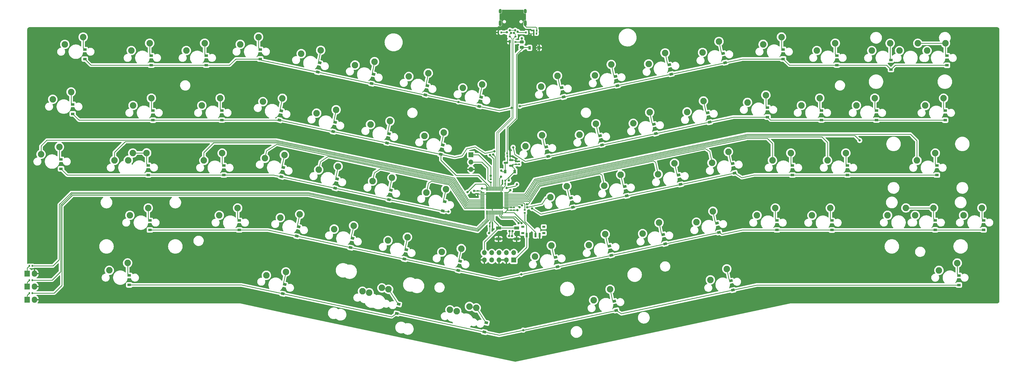
<source format=gbl>
%TF.GenerationSoftware,KiCad,Pcbnew,(6.0.0)*%
%TF.CreationDate,2022-03-14T10:16:23+02:00*%
%TF.ProjectId,Alice_PCB,416c6963-655f-4504-9342-2e6b69636164,rev?*%
%TF.SameCoordinates,Original*%
%TF.FileFunction,Copper,L2,Bot*%
%TF.FilePolarity,Positive*%
%FSLAX46Y46*%
G04 Gerber Fmt 4.6, Leading zero omitted, Abs format (unit mm)*
G04 Created by KiCad (PCBNEW (6.0.0)) date 2022-03-14 10:16:23*
%MOMM*%
%LPD*%
G01*
G04 APERTURE LIST*
G04 Aperture macros list*
%AMRoundRect*
0 Rectangle with rounded corners*
0 $1 Rounding radius*
0 $2 $3 $4 $5 $6 $7 $8 $9 X,Y pos of 4 corners*
0 Add a 4 corners polygon primitive as box body*
4,1,4,$2,$3,$4,$5,$6,$7,$8,$9,$2,$3,0*
0 Add four circle primitives for the rounded corners*
1,1,$1+$1,$2,$3*
1,1,$1+$1,$4,$5*
1,1,$1+$1,$6,$7*
1,1,$1+$1,$8,$9*
0 Add four rect primitives between the rounded corners*
20,1,$1+$1,$2,$3,$4,$5,0*
20,1,$1+$1,$4,$5,$6,$7,0*
20,1,$1+$1,$6,$7,$8,$9,0*
20,1,$1+$1,$8,$9,$2,$3,0*%
%AMRotRect*
0 Rectangle, with rotation*
0 The origin of the aperture is its center*
0 $1 length*
0 $2 width*
0 $3 Rotation angle, in degrees counterclockwise*
0 Add horizontal line*
21,1,$1,$2,0,0,$3*%
G04 Aperture macros list end*
%TA.AperFunction,SMDPad,CuDef*%
%ADD10RoundRect,0.135000X-0.135000X-0.185000X0.135000X-0.185000X0.135000X0.185000X-0.135000X0.185000X0*%
%TD*%
%TA.AperFunction,ComponentPad*%
%ADD11C,2.250000*%
%TD*%
%TA.AperFunction,ComponentPad*%
%ADD12O,1.000000X1.600000*%
%TD*%
%TA.AperFunction,ComponentPad*%
%ADD13O,1.000000X2.100000*%
%TD*%
%TA.AperFunction,SMDPad,CuDef*%
%ADD14RoundRect,0.140000X-0.140000X-0.170000X0.140000X-0.170000X0.140000X0.170000X-0.140000X0.170000X0*%
%TD*%
%TA.AperFunction,SMDPad,CuDef*%
%ADD15RoundRect,0.150000X0.587500X0.150000X-0.587500X0.150000X-0.587500X-0.150000X0.587500X-0.150000X0*%
%TD*%
%TA.AperFunction,SMDPad,CuDef*%
%ADD16R,1.200000X0.900000*%
%TD*%
%TA.AperFunction,SMDPad,CuDef*%
%ADD17RotRect,0.900000X1.200000X102.000000*%
%TD*%
%TA.AperFunction,ComponentPad*%
%ADD18O,1.905000X2.159000*%
%TD*%
%TA.AperFunction,ComponentPad*%
%ADD19R,1.905000X2.159000*%
%TD*%
%TA.AperFunction,SMDPad,CuDef*%
%ADD20RoundRect,0.135000X0.135000X0.185000X-0.135000X0.185000X-0.135000X-0.185000X0.135000X-0.185000X0*%
%TD*%
%TA.AperFunction,SMDPad,CuDef*%
%ADD21R,1.700000X1.000000*%
%TD*%
%TA.AperFunction,SMDPad,CuDef*%
%ADD22RoundRect,0.075000X0.075000X-0.662500X0.075000X0.662500X-0.075000X0.662500X-0.075000X-0.662500X0*%
%TD*%
%TA.AperFunction,SMDPad,CuDef*%
%ADD23RoundRect,0.075000X0.662500X-0.075000X0.662500X0.075000X-0.662500X0.075000X-0.662500X-0.075000X0*%
%TD*%
%TA.AperFunction,SMDPad,CuDef*%
%ADD24RoundRect,0.135000X-0.185000X0.135000X-0.185000X-0.135000X0.185000X-0.135000X0.185000X0.135000X0*%
%TD*%
%TA.AperFunction,SMDPad,CuDef*%
%ADD25R,1.000000X0.800000*%
%TD*%
%TA.AperFunction,SMDPad,CuDef*%
%ADD26R,0.700000X1.500000*%
%TD*%
%TA.AperFunction,SMDPad,CuDef*%
%ADD27RoundRect,0.140000X0.170000X-0.140000X0.170000X0.140000X-0.170000X0.140000X-0.170000X-0.140000X0*%
%TD*%
%TA.AperFunction,SMDPad,CuDef*%
%ADD28R,0.900000X1.200000*%
%TD*%
%TA.AperFunction,SMDPad,CuDef*%
%ADD29RotRect,0.900000X1.200000X78.000000*%
%TD*%
%TA.AperFunction,SMDPad,CuDef*%
%ADD30RoundRect,0.243750X-0.456250X0.243750X-0.456250X-0.243750X0.456250X-0.243750X0.456250X0.243750X0*%
%TD*%
%TA.AperFunction,SMDPad,CuDef*%
%ADD31RoundRect,0.140000X0.140000X0.170000X-0.140000X0.170000X-0.140000X-0.170000X0.140000X-0.170000X0*%
%TD*%
%TA.AperFunction,SMDPad,CuDef*%
%ADD32RoundRect,0.135000X0.185000X-0.135000X0.185000X0.135000X-0.185000X0.135000X-0.185000X-0.135000X0*%
%TD*%
%TA.AperFunction,SMDPad,CuDef*%
%ADD33R,0.700000X1.000000*%
%TD*%
%TA.AperFunction,SMDPad,CuDef*%
%ADD34R,0.700000X0.600000*%
%TD*%
%TA.AperFunction,ComponentPad*%
%ADD35R,1.700000X1.700000*%
%TD*%
%TA.AperFunction,ComponentPad*%
%ADD36O,1.700000X1.700000*%
%TD*%
%TA.AperFunction,SMDPad,CuDef*%
%ADD37RoundRect,0.140000X-0.170000X0.140000X-0.170000X-0.140000X0.170000X-0.140000X0.170000X0.140000X0*%
%TD*%
%TA.AperFunction,ViaPad*%
%ADD38C,0.800000*%
%TD*%
%TA.AperFunction,Conductor*%
%ADD39C,0.200000*%
%TD*%
%TA.AperFunction,Conductor*%
%ADD40C,0.250000*%
%TD*%
G04 APERTURE END LIST*
D10*
%TO.P,R_USB2,1*%
%TO.N,Net-(USB1-Pad4)*%
X148732240Y-44258490D03*
%TO.P,R_USB2,2*%
%TO.N,GND*%
X149752240Y-44258490D03*
%TD*%
D11*
%TO.P,MX_Enter1,1,COL*%
%TO.N,Col15*%
X284051697Y-88632947D03*
%TO.P,MX_Enter1,2,ROW*%
%TO.N,Net-(MX_Enter1-Pad2)*%
X290401697Y-86092947D03*
%TD*%
%TO.P,MX_Pipe1,1,COL*%
%TO.N,Col15*%
X286931699Y-69588501D03*
%TO.P,MX_Pipe1,2,ROW*%
%TO.N,Net-(D_SW_Pipe1-Pad2)*%
X293281699Y-67048501D03*
%TD*%
%TO.P,MX_K1,1,COL*%
%TO.N,Col10*%
X194466860Y-93416147D03*
%TO.P,MX_K1,2,ROW*%
%TO.N,Net-(MX_K1-Pad2)*%
X200150002Y-89611412D03*
%TD*%
%TO.P,MX_Back1,1,COL*%
%TO.N,Col15*%
X278001698Y-50539846D03*
%TO.P,MX_Back1,2,ROW*%
%TO.N,Net-(D_SW_Back1-Pad2)*%
X284351698Y-47999846D03*
%TD*%
%TO.P,MX_RBrc1,1,COL*%
%TO.N,Col14*%
X263111697Y-69578498D03*
%TO.P,MX_RBrc1,2,ROW*%
%TO.N,Net-(D_SW_RBrc1-Pad2)*%
X269461697Y-67038498D03*
%TD*%
%TO.P,MX-0,1,COL*%
%TO.N,Col11*%
X209856855Y-51196149D03*
%TO.P,MX-0,2,ROW*%
%TO.N,Net-(MX-0-Pad2)*%
X215539997Y-47391414D03*
%TD*%
%TO.P,MX_U1,1,COL*%
%TO.N,Col9*%
X167246861Y-79726148D03*
%TO.P,MX_U1,2,ROW*%
%TO.N,Net-(D_SW_U1-Pad2)*%
X172930003Y-75921413D03*
%TD*%
%TO.P,MX_D1,1,COL*%
%TO.N,Col4*%
X76983051Y-91871859D03*
%TO.P,MX_D1,2,ROW*%
%TO.N,Net-(MX_D1-Pad2)*%
X83722384Y-90707603D03*
%TD*%
%TO.P,MX_N1,1,COL*%
%TO.N,Col9*%
X170486857Y-118016147D03*
%TO.P,MX_N1,2,ROW*%
%TO.N,Net-(MX_N1-Pad2)*%
X176169999Y-114211412D03*
%TD*%
%TO.P,MX_E1,1,COL*%
%TO.N,Col4*%
X76283049Y-72231860D03*
%TO.P,MX_E1,2,ROW*%
%TO.N,Net-(D_SW_E1-Pad2)*%
X83022382Y-71067604D03*
%TD*%
%TO.P,MX_M1,1,COL*%
%TO.N,Col10*%
X189106860Y-114036150D03*
%TO.P,MX_M1,2,ROW*%
%TO.N,Net-(MX_M1-Pad2)*%
X194790002Y-110231415D03*
%TD*%
%TO.P,MX_B2,1,COL*%
%TO.N,Col8*%
X151836861Y-121966148D03*
%TO.P,MX_B2,2,ROW*%
%TO.N,Net-(MX_B2-Pad2)*%
X157520003Y-118161413D03*
%TD*%
%TO.P,MX_Dn1,1,COL*%
%TO.N,Col0*%
X-19098301Y-86488496D03*
%TO.P,MX_Dn1,2,ROW*%
%TO.N,Net-(MX_Dn1-Pad2)*%
X-12748301Y-83948496D03*
%TD*%
%TO.P,MX_LFn2,1,COL*%
%TO.N,Col6*%
X122423053Y-140451858D03*
%TO.P,MX_LFn2,2,ROW*%
%TO.N,Net-(MX_LFn2-Pad2)*%
X129162386Y-139287602D03*
%TD*%
%TO.P,MX_Caps1,1,COL*%
%TO.N,Col1*%
X11091700Y-88578501D03*
%TO.P,MX_Caps1,2,ROW*%
%TO.N,Net-(MX_Caps1-Pad2)*%
X17441700Y-86038501D03*
%TD*%
%TO.P,MX_Esc1,1,COL*%
%TO.N,Col1*%
X12141699Y-50518498D03*
%TO.P,MX_Esc1,2,ROW*%
%TO.N,Net-(MX_Esc1-Pad2)*%
X18491699Y-47978498D03*
%TD*%
%TO.P,MX_9,1,COL*%
%TO.N,Col10*%
X191206861Y-55166149D03*
%TO.P,MX_9,2,ROW*%
%TO.N,Net-(MX_9-Pad2)*%
X196890003Y-51361414D03*
%TD*%
%TO.P,MX_Comm1,1,COL*%
%TO.N,Col11*%
X207746865Y-110076146D03*
%TO.P,MX_Comm1,2,ROW*%
%TO.N,Net-(MX_Comm1-Pad2)*%
X213430007Y-106271411D03*
%TD*%
%TO.P,MX_LBrc1,1,COL*%
%TO.N,Col13*%
X244071698Y-69558501D03*
%TO.P,MX_LBrc1,2,ROW*%
%TO.N,Net-(D_SW_LBrc1-Pad2)*%
X250421698Y-67018501D03*
%TD*%
%TO.P,MX_B1,1,COL*%
%TO.N,Col6*%
X119603051Y-120391861D03*
%TO.P,MX_B1,2,ROW*%
%TO.N,Net-(MX_B1-Pad2)*%
X126342384Y-119227605D03*
%TD*%
%TO.P,MX_Z1,1,COL*%
%TO.N,Col2*%
X42581696Y-107678493D03*
%TO.P,MX_Z1,2,ROW*%
%TO.N,Net-(MX_Z1-Pad2)*%
X48931696Y-105138493D03*
%TD*%
%TO.P,MX_W1,1,COL*%
%TO.N,Col3*%
X57683051Y-68241858D03*
%TO.P,MX_W1,2,ROW*%
%TO.N,Net-(D_SW_W1-Pad2)*%
X64422384Y-67077602D03*
%TD*%
%TO.P,MX_Stop1,1,COL*%
%TO.N,Col12*%
X228691698Y-107678500D03*
%TO.P,MX_Stop1,2,ROW*%
%TO.N,Net-(MX_Stop1-Pad2)*%
X235041698Y-105138500D03*
%TD*%
%TO.P,MX_R1,1,COL*%
%TO.N,Col5*%
X94923051Y-76181862D03*
%TO.P,MX_R1,2,ROW*%
%TO.N,Net-(D_SW_R1-Pad2)*%
X101662384Y-75017606D03*
%TD*%
%TO.P,MX_RAlt1,1,COL*%
%TO.N,Col11*%
X212556863Y-130076147D03*
%TO.P,MX_RAlt1,2,ROW*%
%TO.N,Net-(MX_RAlt1-Pad2)*%
X218240005Y-126271412D03*
%TD*%
D12*
%TO.P,USB1,13,SHIELD*%
%TO.N,GNDPWR*%
X148465000Y-36855000D03*
D13*
X139825000Y-41035000D03*
X148465000Y-41035000D03*
D12*
X139825000Y-36855000D03*
%TD*%
D11*
%TO.P,MX_LAlt1,1,COL*%
%TO.N,Col3*%
X58893053Y-128481857D03*
%TO.P,MX_LAlt1,2,ROW*%
%TO.N,Net-(MX_LAlt1-Pad2)*%
X65632386Y-127317601D03*
%TD*%
%TO.P,MX_X1,1,COL*%
%TO.N,Col3*%
X63713051Y-108491862D03*
%TO.P,MX_X1,2,ROW*%
%TO.N,Net-(MX_X1-Pad2)*%
X70452384Y-107327606D03*
%TD*%
%TO.P,MX_RSft2,1,COL*%
%TO.N,Col14*%
X273881700Y-107654754D03*
%TO.P,MX_RSft2,2,ROW*%
%TO.N,Net-(MX_RSft2-Pad2)*%
X280231700Y-105114754D03*
%TD*%
%TO.P,MX_Pipe2,1,COL*%
%TO.N,Col14*%
X268431703Y-50539855D03*
%TO.P,MX_Pipe2,2,ROW*%
%TO.N,Net-(MX_Pipe2-Pad2)*%
X274781703Y-47999855D03*
%TD*%
%TO.P,MX_4,1,COL*%
%TO.N,Col5*%
X89573051Y-55551859D03*
%TO.P,MX_4,2,ROW*%
%TO.N,Net-(MX_4-Pad2)*%
X96312384Y-54387603D03*
%TD*%
%TO.P,MX_F1,1,COL*%
%TO.N,Col5*%
X95633052Y-95811862D03*
%TO.P,MX_F1,2,ROW*%
%TO.N,Net-(MX_F1-Pad2)*%
X102372385Y-94647606D03*
%TD*%
%TO.P,MX_RSpc1,1,COL*%
%TO.N,Col9*%
X172166858Y-137136143D03*
%TO.P,MX_RSpc1,2,ROW*%
%TO.N,Net-(MX_RSpc1-Pad2)*%
X177850000Y-133331408D03*
%TD*%
%TO.P,MX_T1,1,COL*%
%TO.N,Col6*%
X113563050Y-80141857D03*
%TO.P,MX_T1,2,ROW*%
%TO.N,Net-(D_SW_T1-Pad2)*%
X120302383Y-78977601D03*
%TD*%
%TO.P,MX_Slsh1,1,COL*%
%TO.N,Col13*%
X247721692Y-107698499D03*
%TO.P,MX_Slsh1,2,ROW*%
%TO.N,Net-(MX_Slsh1-Pad2)*%
X254071692Y-105158499D03*
%TD*%
%TO.P,MX_Tab1,1,COL*%
%TO.N,Col1*%
X12741699Y-69578501D03*
%TO.P,MX_Tab1,2,ROW*%
%TO.N,Net-(D_SW_Tab1-Pad2)*%
X19091699Y-67038501D03*
%TD*%
%TO.P,MX_RCtl1,1,COL*%
%TO.N,Col15*%
X291661699Y-126768498D03*
%TO.P,MX_RCtl1,2,ROW*%
%TO.N,Net-(MX_RCtl1-Pad2)*%
X298011699Y-124228498D03*
%TD*%
%TO.P,MX_Up1,1,COL*%
%TO.N,Col0*%
X-15038305Y-67428491D03*
%TO.P,MX_Up1,2,ROW*%
%TO.N,Net-(D_SW_Up1-Pad2)*%
X-8688305Y-64888491D03*
%TD*%
%TO.P,MX_S1,1,COL*%
%TO.N,Col3*%
X58383050Y-87881859D03*
%TO.P,MX_S1,2,ROW*%
%TO.N,Net-(MX_S1-Pad2)*%
X65122383Y-86717603D03*
%TD*%
%TO.P,MX_LSpc2,1,COL*%
%TO.N,Col5*%
X92143051Y-134011862D03*
%TO.P,MX_LSpc2,2,ROW*%
%TO.N,Net-(MX_LSpc1-Pad2)*%
X98882384Y-132847606D03*
%TD*%
%TO.P,MX_3,1,COL*%
%TO.N,Col4*%
X70943049Y-51601861D03*
%TO.P,MX_3,2,ROW*%
%TO.N,Net-(MX_3-Pad2)*%
X77682382Y-50437605D03*
%TD*%
%TO.P,MX_V1,1,COL*%
%TO.N,Col5*%
X100973051Y-116421860D03*
%TO.P,MX_V1,2,ROW*%
%TO.N,Net-(MX_V1-Pad2)*%
X107712384Y-115257604D03*
%TD*%
%TO.P,MX_O1,1,COL*%
%TO.N,Col11*%
X204496861Y-71816148D03*
%TO.P,MX_O1,2,ROW*%
%TO.N,Net-(D_SW_O1-Pad2)*%
X210180003Y-68011413D03*
%TD*%
%TO.P,MX_Dash1,1,COL*%
%TO.N,Col12*%
X230821700Y-48368501D03*
%TO.P,MX_Dash1,2,ROW*%
%TO.N,Net-(MX_Dash1-Pad2)*%
X237171700Y-45828501D03*
%TD*%
%TO.P,MX_Eql1,1,COL*%
%TO.N,Col13*%
X249431698Y-50508496D03*
%TO.P,MX_Eql1,2,ROW*%
%TO.N,Net-(MX_Eql1-Pad2)*%
X255781698Y-47968496D03*
%TD*%
%TO.P,MX_Scln1,1,COL*%
%TO.N,Col12*%
X234051699Y-88618492D03*
%TO.P,MX_Scln1,2,ROW*%
%TO.N,Net-(MX_Scln1-Pad2)*%
X240401699Y-86078492D03*
%TD*%
%TO.P,MX_2,1,COL*%
%TO.N,Col3*%
X49831700Y-48373843D03*
%TO.P,MX_2,2,ROW*%
%TO.N,Net-(MX_2-Pad2)*%
X56181700Y-45833843D03*
%TD*%
%TO.P,MX_LSpc1,1,COL*%
%TO.N,Col5*%
X94443053Y-134501866D03*
%TO.P,MX_LSpc1,2,ROW*%
%TO.N,Net-(MX_LSpc1-Pad2)*%
X101182386Y-133337610D03*
%TD*%
%TO.P,MX_Q1,1,COL*%
%TO.N,Col2*%
X36541697Y-69578500D03*
%TO.P,MX_Q1,2,ROW*%
%TO.N,Net-(D_SW_Q1-Pad2)*%
X42891697Y-67038500D03*
%TD*%
%TO.P,MX_I1,1,COL*%
%TO.N,Col10*%
X185876862Y-75776145D03*
%TO.P,MX_I1,2,ROW*%
%TO.N,Net-(D_SW_I1-Pad2)*%
X191560004Y-71971410D03*
%TD*%
%TO.P,MX_Caps2,1,COL*%
%TO.N,Col1*%
X6301698Y-88608494D03*
%TO.P,MX_Caps2,2,ROW*%
%TO.N,Net-(MX_Caps1-Pad2)*%
X12651698Y-86068494D03*
%TD*%
%TO.P,MX_5,1,COL*%
%TO.N,Col6*%
X108193051Y-59521862D03*
%TO.P,MX_5,2,ROW*%
%TO.N,Net-(MX_5-Pad2)*%
X114932384Y-58357606D03*
%TD*%
%TO.P,MX_8,1,COL*%
%TO.N,Col9*%
X172576860Y-59146146D03*
%TO.P,MX_8,2,ROW*%
%TO.N,Net-(MX_8-Pad2)*%
X178260002Y-55341411D03*
%TD*%
%TO.P,MX_Quot1,1,COL*%
%TO.N,Col13*%
X253101699Y-88618498D03*
%TO.P,MX_Quot1,2,ROW*%
%TO.N,Net-(MX_Quot1-Pad2)*%
X259451699Y-86078498D03*
%TD*%
%TO.P,MX_C1,1,COL*%
%TO.N,Col4*%
X82343051Y-112451858D03*
%TO.P,MX_C1,2,ROW*%
%TO.N,Net-(MX_C1-Pad2)*%
X89082384Y-111287602D03*
%TD*%
%TO.P,MX_6,1,COL*%
%TO.N,Col7*%
X126853052Y-63481861D03*
%TO.P,MX_6,2,ROW*%
%TO.N,Net-(MX_6-Pad2)*%
X133592385Y-62317605D03*
%TD*%
%TO.P,MX_A1,1,COL*%
%TO.N,Col2*%
X37251696Y-88634744D03*
%TO.P,MX_A1,2,ROW*%
%TO.N,Net-(MX_A1-Pad2)*%
X43601696Y-86094744D03*
%TD*%
%TO.P,MX_Back2,1,COL*%
%TO.N,Col15*%
X287561699Y-50539846D03*
%TO.P,MX_Back2,2,ROW*%
%TO.N,Net-(D_SW_Back1-Pad2)*%
X293911699Y-47999846D03*
%TD*%
%TO.P,MX_H1,1,COL*%
%TO.N,Col8*%
X157196862Y-101366149D03*
%TO.P,MX_H1,2,ROW*%
%TO.N,Net-(MX_H1-Pad2)*%
X162880004Y-97561414D03*
%TD*%
%TO.P,MX_Y1,1,COL*%
%TO.N,Col8*%
X148596860Y-83696148D03*
%TO.P,MX_Y1,2,ROW*%
%TO.N,Net-(D_SW_Y1-Pad2)*%
X154280002Y-79891413D03*
%TD*%
%TO.P,MX_7,1,COL*%
%TO.N,Col8*%
X153966860Y-63086145D03*
%TO.P,MX_7,2,ROW*%
%TO.N,Net-(MX_7-Pad2)*%
X159650002Y-59281410D03*
%TD*%
%TO.P,MX_P1,1,COL*%
%TO.N,Col12*%
X225421697Y-68518496D03*
%TO.P,MX_P1,2,ROW*%
%TO.N,Net-(D_SW_P1-Pad2)*%
X231771697Y-65978496D03*
%TD*%
%TO.P,MX_Fn1,1,COL*%
%TO.N,Col15*%
X300191698Y-107654748D03*
%TO.P,MX_Fn1,2,ROW*%
%TO.N,Net-(MX_Fn1-Pad2)*%
X306541698Y-105114748D03*
%TD*%
%TO.P,MX_RSft1,1,COL*%
%TO.N,Col14*%
X283451696Y-107654746D03*
%TO.P,MX_RSft1,2,ROW*%
%TO.N,Net-(MX_RSft2-Pad2)*%
X289801696Y-105114746D03*
%TD*%
%TO.P,MX_G1,1,COL*%
%TO.N,Col6*%
X114263046Y-99761860D03*
%TO.P,MX_G1,2,ROW*%
%TO.N,Net-(MX_G1-Pad2)*%
X121002379Y-98597604D03*
%TD*%
%TO.P,MX_LCtl1,1,COL*%
%TO.N,Col1*%
X4521699Y-126738499D03*
%TO.P,MX_LCtl1,2,ROW*%
%TO.N,Net-(MX_LCtl1-Pad2)*%
X10871699Y-124198499D03*
%TD*%
%TO.P,MX_L1,1,COL*%
%TO.N,Col11*%
X213116856Y-89446147D03*
%TO.P,MX_L1,2,ROW*%
%TO.N,Net-(MX_L1-Pad2)*%
X218799998Y-85641412D03*
%TD*%
%TO.P,MX_LSft1,1,COL*%
%TO.N,Col1*%
X11651698Y-107674050D03*
%TO.P,MX_LSft1,2,ROW*%
%TO.N,Net-(MX_LSft1-Pad2)*%
X18001698Y-105134050D03*
%TD*%
%TO.P,MX_Del1,1,COL*%
%TO.N,Col0*%
X-10873389Y-48389850D03*
%TO.P,MX_Del1,2,ROW*%
%TO.N,Net-(MX_Del1-Pad2)*%
X-4523389Y-45849850D03*
%TD*%
%TO.P,MX_1,1,COL*%
%TO.N,Col2*%
X31171698Y-50518499D03*
%TO.P,MX_1,2,ROW*%
%TO.N,Net-(MX_1-Pad2)*%
X37521698Y-47978499D03*
%TD*%
%TO.P,MX_J1,1,COL*%
%TO.N,Col9*%
X175836861Y-97406147D03*
%TO.P,MX_J1,2,ROW*%
%TO.N,Net-(MX_J1-Pad2)*%
X181520003Y-93601412D03*
%TD*%
%TO.P,MX_LFn1,1,COL*%
%TO.N,Col6*%
X124763048Y-140951864D03*
%TO.P,MX_LFn1,2,ROW*%
%TO.N,Net-(MX_LFn2-Pad2)*%
X131502381Y-139787608D03*
%TD*%
D14*
%TO.P,C_VDDA1,1*%
%TO.N,+3V3*%
X136181700Y-110368495D03*
%TO.P,C_VDDA1,2*%
%TO.N,GND*%
X137141700Y-110368495D03*
%TD*%
D15*
%TO.P,U_Power1,1,GND*%
%TO.N,GND*%
X143689196Y-88538499D03*
%TO.P,U_Power1,2,VO*%
%TO.N,+3V3*%
X143689196Y-90438499D03*
%TO.P,U_Power1,3,VI*%
%TO.N,+5V*%
X141814196Y-89488499D03*
%TD*%
D16*
%TO.P,D_SW_LSft1,1,K*%
%TO.N,Row3*%
X18561703Y-112747804D03*
%TO.P,D_SW_LSft1,2,A*%
%TO.N,Net-(MX_LSft1-Pad2)*%
X18561703Y-109447804D03*
%TD*%
D17*
%TO.P,D_SW_Comm1,1,K*%
%TO.N,Row3*%
X215564717Y-113607167D03*
%TO.P,D_SW_Comm1,2,A*%
%TO.N,Net-(MX_Comm1-Pad2)*%
X214878609Y-110379279D03*
%TD*%
D14*
%TO.P,C_VDDA2,1*%
%TO.N,+3V3*%
X136181691Y-111448497D03*
%TO.P,C_VDDA2,2*%
%TO.N,GND*%
X137141691Y-111448497D03*
%TD*%
D17*
%TO.P,D_SW_B2,1,K*%
%TO.N,Row3*%
X159649041Y-125491295D03*
%TO.P,D_SW_B2,2,A*%
%TO.N,Net-(MX_B2-Pad2)*%
X158962933Y-122263407D03*
%TD*%
D18*
%TO.P,D_LED_Scroll1,1,K*%
%TO.N,GND*%
X-21373392Y-132409853D03*
D19*
%TO.P,D_LED_Scroll1,2,A*%
%TO.N,Net-(R_LED2-Pad2)*%
X-23913392Y-132409853D03*
%TD*%
D16*
%TO.P,D_SW_PP2,1,K*%
%TO.N,Row0*%
X275051701Y-57103600D03*
%TO.P,D_SW_PP2,2,A*%
%TO.N,Net-(MX_Pipe2-Pad2)*%
X275051701Y-53803600D03*
%TD*%
D20*
%TO.P,R_LED2,1*%
%TO.N,Scrl*%
X-22133389Y-130159848D03*
%TO.P,R_LED2,2*%
%TO.N,Net-(R_LED2-Pad2)*%
X-23153389Y-130159848D03*
%TD*%
D17*
%TO.P,D_SW_L1,1,K*%
%TO.N,Row2*%
X220928230Y-92975492D03*
%TO.P,D_SW_L1,2,A*%
%TO.N,Net-(MX_L1-Pad2)*%
X220242122Y-89747604D03*
%TD*%
D20*
%TO.P,R_Shield1,1*%
%TO.N,GNDPWR*%
X152422238Y-43558495D03*
%TO.P,R_Shield1,2*%
%TO.N,GND*%
X151402238Y-43558495D03*
%TD*%
D16*
%TO.P,D_SW_1,1,K*%
%TO.N,Row0*%
X38081707Y-55592249D03*
%TO.P,D_SW_1,2,A*%
%TO.N,Net-(MX_1-Pad2)*%
X38081707Y-52292249D03*
%TD*%
%TO.P,D_SW_LCtl1,1,K*%
%TO.N,Row4*%
X11431698Y-131812246D03*
%TO.P,D_SW_LCtl1,2,A*%
%TO.N,Net-(MX_LCtl1-Pad2)*%
X11431698Y-128512246D03*
%TD*%
D21*
%TO.P,RESET1,1,1*%
%TO.N,NRST*%
X145521698Y-112078501D03*
X139221698Y-112078501D03*
%TO.P,RESET1,2,2*%
%TO.N,GND*%
X139221698Y-115878501D03*
X145521698Y-115878501D03*
%TD*%
D22*
%TO.P,U_MCU1,1,VBAT*%
%TO.N,+3V3*%
X140561696Y-106740994D03*
%TO.P,U_MCU1,2,PC13*%
%TO.N,Row4*%
X140061696Y-106740994D03*
%TO.P,U_MCU1,3,PC14*%
%TO.N,Row3*%
X139561696Y-106740994D03*
%TO.P,U_MCU1,4,PC15*%
%TO.N,unconnected-(U_MCU1-Pad4)*%
X139061696Y-106740994D03*
%TO.P,U_MCU1,5,PF0*%
%TO.N,unconnected-(U_MCU1-Pad5)*%
X138561696Y-106740994D03*
%TO.P,U_MCU1,6,PF1*%
%TO.N,unconnected-(U_MCU1-Pad6)*%
X138061696Y-106740994D03*
%TO.P,U_MCU1,7,NRST*%
%TO.N,NRST*%
X137561696Y-106740994D03*
%TO.P,U_MCU1,8,VSSA*%
%TO.N,GND*%
X137061696Y-106740994D03*
%TO.P,U_MCU1,9,VDDA*%
%TO.N,+3V3*%
X136561696Y-106740994D03*
%TO.P,U_MCU1,10,PA0*%
%TO.N,Layer*%
X136061696Y-106740994D03*
%TO.P,U_MCU1,11,PA1*%
%TO.N,Scrl*%
X135561696Y-106740994D03*
%TO.P,U_MCU1,12,PA2*%
%TO.N,Caps*%
X135061696Y-106740994D03*
D23*
%TO.P,U_MCU1,13,PA3*%
%TO.N,Col6*%
X133649196Y-105328494D03*
%TO.P,U_MCU1,14,PA4*%
%TO.N,Col5*%
X133649196Y-104828494D03*
%TO.P,U_MCU1,15,PA5*%
%TO.N,Col4*%
X133649196Y-104328494D03*
%TO.P,U_MCU1,16,PA6*%
%TO.N,Col3*%
X133649196Y-103828494D03*
%TO.P,U_MCU1,17,PA7*%
%TO.N,Col2*%
X133649196Y-103328494D03*
%TO.P,U_MCU1,18,PB0*%
%TO.N,Col1*%
X133649196Y-102828494D03*
%TO.P,U_MCU1,19,PB1*%
%TO.N,Col0*%
X133649196Y-102328494D03*
%TO.P,U_MCU1,20,PB2*%
%TO.N,unconnected-(U_MCU1-Pad20)*%
X133649196Y-101828494D03*
%TO.P,U_MCU1,21,PB10*%
%TO.N,unconnected-(U_MCU1-Pad21)*%
X133649196Y-101328494D03*
%TO.P,U_MCU1,22,PB11*%
%TO.N,unconnected-(U_MCU1-Pad22)*%
X133649196Y-100828494D03*
%TO.P,U_MCU1,23,VSS*%
%TO.N,GND*%
X133649196Y-100328494D03*
%TO.P,U_MCU1,24,VDD*%
%TO.N,+3V3*%
X133649196Y-99828494D03*
D22*
%TO.P,U_MCU1,25,PB12*%
%TO.N,Row2*%
X135061696Y-98415994D03*
%TO.P,U_MCU1,26,PB13*%
%TO.N,unconnected-(U_MCU1-Pad26)*%
X135561696Y-98415994D03*
%TO.P,U_MCU1,27,PB14*%
%TO.N,Row1*%
X136061696Y-98415994D03*
%TO.P,U_MCU1,28,PB15*%
%TO.N,RGB*%
X136561696Y-98415994D03*
%TO.P,U_MCU1,29,PA8*%
%TO.N,unconnected-(U_MCU1-Pad29)*%
X137061696Y-98415994D03*
%TO.P,U_MCU1,30,PA9*%
%TO.N,Row0*%
X137561696Y-98415994D03*
%TO.P,U_MCU1,31,PA10*%
%TO.N,Col7*%
X138061696Y-98415994D03*
%TO.P,U_MCU1,32,PA11*%
%TO.N,D-*%
X138561696Y-98415994D03*
%TO.P,U_MCU1,33,PA12*%
%TO.N,D+*%
X139061696Y-98415994D03*
%TO.P,U_MCU1,34,PA13*%
%TO.N,SWDIO*%
X139561696Y-98415994D03*
%TO.P,U_MCU1,35,VSS*%
%TO.N,GND*%
X140061696Y-98415994D03*
%TO.P,U_MCU1,36,VDDIO2*%
%TO.N,+3V3*%
X140561696Y-98415994D03*
D23*
%TO.P,U_MCU1,37,PA14*%
%TO.N,SWCLK*%
X141974196Y-99828494D03*
%TO.P,U_MCU1,38,PA15*%
%TO.N,Col15*%
X141974196Y-100328494D03*
%TO.P,U_MCU1,39,PB3*%
%TO.N,Col14*%
X141974196Y-100828494D03*
%TO.P,U_MCU1,40,PB4*%
%TO.N,Col13*%
X141974196Y-101328494D03*
%TO.P,U_MCU1,41,PB5*%
%TO.N,Col12*%
X141974196Y-101828494D03*
%TO.P,U_MCU1,42,PB6*%
%TO.N,Col11*%
X141974196Y-102328494D03*
%TO.P,U_MCU1,43,PB7*%
%TO.N,Col10*%
X141974196Y-102828494D03*
%TO.P,U_MCU1,44,BOOT0*%
%TO.N,BOOT*%
X141974196Y-103328494D03*
%TO.P,U_MCU1,45,PB8*%
%TO.N,Col9*%
X141974196Y-103828494D03*
%TO.P,U_MCU1,46,PB9*%
%TO.N,Col8*%
X141974196Y-104328494D03*
%TO.P,U_MCU1,47,VSS*%
%TO.N,GND*%
X141974196Y-104828494D03*
%TO.P,U_MCU1,48,VDD*%
%TO.N,+3V3*%
X141974196Y-105328494D03*
%TD*%
D24*
%TO.P,R_BOOT1,1*%
%TO.N,BOOT*%
X148331701Y-105798497D03*
%TO.P,R_BOOT1,2*%
%TO.N,Net-(R_BOOT1-Pad2)*%
X148331701Y-106818497D03*
%TD*%
D25*
%TO.P,BOOT1,*%
%TO.N,*%
X147591697Y-113873493D03*
X154891697Y-113873493D03*
X147591697Y-111663493D03*
X154891697Y-111663493D03*
D26*
%TO.P,BOOT1,1,A*%
%TO.N,+3V3*%
X148991697Y-114523493D03*
%TO.P,BOOT1,2,B*%
%TO.N,Net-(R_BOOT1-Pad2)*%
X151991697Y-114523493D03*
%TO.P,BOOT1,3,C*%
%TO.N,GND*%
X153491697Y-114523493D03*
%TD*%
D27*
%TO.P,C_VDD2,1*%
%TO.N,+3V3*%
X144601696Y-105908497D03*
%TO.P,C_VDD2,2*%
%TO.N,GND*%
X144601696Y-104948497D03*
%TD*%
D16*
%TO.P,D_SW_Del1,1,K*%
%TO.N,Row0*%
X-3963387Y-53463602D03*
%TO.P,D_SW_Del1,2,A*%
%TO.N,Net-(MX_Del1-Pad2)*%
X-3963387Y-50163602D03*
%TD*%
D28*
%TO.P,D_PWR1,1,A1*%
%TO.N,GND*%
X153276611Y-49579848D03*
%TO.P,D_PWR1,2,A2*%
%TO.N,+5V*%
X149976611Y-49579848D03*
%TD*%
D16*
%TO.P,D_SW_Esc1,1,K*%
%TO.N,Row0*%
X19051689Y-55592244D03*
%TO.P,D_SW_Esc1,2,A*%
%TO.N,Net-(MX_Esc1-Pad2)*%
X19051689Y-52292244D03*
%TD*%
D29*
%TO.P,D_SW_6,1,K*%
%TO.N,Row0*%
X132557304Y-69876390D03*
%TO.P,D_SW_6,2,A*%
%TO.N,Net-(MX_6-Pad2)*%
X133243412Y-66648502D03*
%TD*%
D30*
%TO.P,F1,1*%
%TO.N,VCC*%
X147292238Y-47570989D03*
%TO.P,F1,2*%
%TO.N,+5V*%
X147292238Y-49445989D03*
%TD*%
D29*
%TO.P,D_SW_4,1,K*%
%TO.N,Row0*%
X95281518Y-61959402D03*
%TO.P,D_SW_4,2,A*%
%TO.N,Net-(MX_4-Pad2)*%
X95967626Y-58731514D03*
%TD*%
D16*
%TO.P,D_SW_Quot1,1,K*%
%TO.N,Row2*%
X260011700Y-93692242D03*
%TO.P,D_SW_Quot1,2,A*%
%TO.N,Net-(MX_Quot1-Pad2)*%
X260011700Y-90392242D03*
%TD*%
D29*
%TO.P,D_SW_F1,1,K*%
%TO.N,Row2*%
X101333235Y-102206855D03*
%TO.P,D_SW_F1,2,A*%
%TO.N,Net-(MX_F1-Pad2)*%
X102019343Y-98978967D03*
%TD*%
D17*
%TO.P,D_SW_J1,1,K*%
%TO.N,Row2*%
X183644525Y-100932277D03*
%TO.P,D_SW_J1,2,A*%
%TO.N,Net-(MX_J1-Pad2)*%
X182958417Y-97704389D03*
%TD*%
D16*
%TO.P,D_SW_A1,1,K*%
%TO.N,Row2*%
X44161699Y-93708497D03*
%TO.P,D_SW_A1,2,A*%
%TO.N,Net-(MX_A1-Pad2)*%
X44161699Y-90408497D03*
%TD*%
D17*
%TO.P,D_SW_8,1,K*%
%TO.N,Row0*%
X180383280Y-62674757D03*
%TO.P,D_SW_8,2,A*%
%TO.N,Net-(MX_8-Pad2)*%
X179697172Y-59446869D03*
%TD*%
%TO.P,D_SW_H1,1,K*%
%TO.N,Row2*%
X165014645Y-104899412D03*
%TO.P,D_SW_H1,2,A*%
%TO.N,Net-(MX_H1-Pad2)*%
X164328537Y-101671524D03*
%TD*%
D16*
%TO.P,D_SW_Tab1,1,K*%
%TO.N,Row1*%
X19651700Y-74662250D03*
%TO.P,D_SW_Tab1,2,A*%
%TO.N,Net-(D_SW_Tab1-Pad2)*%
X19651700Y-71362250D03*
%TD*%
D17*
%TO.P,D_SW_7,1,K*%
%TO.N,Row0*%
X161779030Y-66610247D03*
%TO.P,D_SW_7,2,A*%
%TO.N,Net-(MX_7-Pad2)*%
X161092922Y-63382359D03*
%TD*%
D16*
%TO.P,D_SW_Slsh1,1,K*%
%TO.N,Row3*%
X254631705Y-112772247D03*
%TO.P,D_SW_Slsh1,2,A*%
%TO.N,Net-(MX_Slsh1-Pad2)*%
X254631705Y-109472247D03*
%TD*%
D18*
%TO.P,D_LED_Layer1,1,K*%
%TO.N,GND*%
X-21373388Y-136919860D03*
D19*
%TO.P,D_LED_Layer1,2,A*%
%TO.N,Net-(D_LED_Layer1-Pad2)*%
X-23913388Y-136919860D03*
%TD*%
D31*
%TO.P,C_VDDIO2,1*%
%TO.N,+3V3*%
X141551702Y-95658497D03*
%TO.P,C_VDDIO2,2*%
%TO.N,GND*%
X140591702Y-95658497D03*
%TD*%
D16*
%TO.P,D_SW_Rsft1,1,K*%
%TO.N,Row3*%
X290361699Y-112728496D03*
%TO.P,D_SW_Rsft1,2,A*%
%TO.N,Net-(MX_RSft2-Pad2)*%
X290361699Y-109428496D03*
%TD*%
D32*
%TO.P,R_LDO2,1*%
%TO.N,+3V3*%
X146371697Y-89998494D03*
%TO.P,R_LDO2,2*%
%TO.N,GND*%
X146371697Y-88978494D03*
%TD*%
D16*
%TO.P,D_SW_Enter1,1,K*%
%TO.N,Row2*%
X290961701Y-93706705D03*
%TO.P,D_SW_Enter1,2,A*%
%TO.N,Net-(MX_Enter1-Pad2)*%
X290961701Y-90406705D03*
%TD*%
%TO.P,D_SW_Back1,1,K*%
%TO.N,Row0*%
X294471698Y-55613603D03*
%TO.P,D_SW_Back1,2,A*%
%TO.N,Net-(D_SW_Back1-Pad2)*%
X294471698Y-52313603D03*
%TD*%
D29*
%TO.P,D_SW_S1,1,K*%
%TO.N,Row2*%
X64089306Y-94282156D03*
%TO.P,D_SW_S1,2,A*%
%TO.N,Net-(MX_S1-Pad2)*%
X64775414Y-91054268D03*
%TD*%
%TO.P,D_SW_R1,1,K*%
%TO.N,Row1*%
X100617334Y-82579219D03*
%TO.P,D_SW_R1,2,A*%
%TO.N,Net-(D_SW_R1-Pad2)*%
X101303442Y-79351331D03*
%TD*%
D17*
%TO.P,D_SW_Y1,1,K*%
%TO.N,Row1*%
X156405729Y-87223996D03*
%TO.P,D_SW_Y1,2,A*%
%TO.N,Net-(D_SW_Y1-Pad2)*%
X155719621Y-83996108D03*
%TD*%
D29*
%TO.P,D_SW_X1,1,K*%
%TO.N,Row3*%
X69413259Y-114889676D03*
%TO.P,D_SW_X1,2,A*%
%TO.N,Net-(MX_X1-Pad2)*%
X70099367Y-111661788D03*
%TD*%
D17*
%TO.P,D_SW_M1,1,K*%
%TO.N,Row3*%
X196922751Y-117564527D03*
%TO.P,D_SW_M1,2,A*%
%TO.N,Net-(MX_M1-Pad2)*%
X196236643Y-114336639D03*
%TD*%
D18*
%TO.P,D_LED_Caps1,1,K*%
%TO.N,GND*%
X-21373389Y-127919855D03*
D19*
%TO.P,D_LED_Caps1,2,A*%
%TO.N,Net-(R_LED1-Pad2)*%
X-23913389Y-127919855D03*
%TD*%
D27*
%TO.P,C_LDO2,1*%
%TO.N,+3V3*%
X145231693Y-89968496D03*
%TO.P,C_LDO2,2*%
%TO.N,GND*%
X145231693Y-89008496D03*
%TD*%
D16*
%TO.P,D_SW_Caps1,1,K*%
%TO.N,Row2*%
X18001699Y-93652249D03*
%TO.P,D_SW_Caps1,2,A*%
%TO.N,Net-(MX_Caps1-Pad2)*%
X18001699Y-90352249D03*
%TD*%
D17*
%TO.P,D_SW_9,1,K*%
%TO.N,Row0*%
X199022747Y-58693463D03*
%TO.P,D_SW_9,2,A*%
%TO.N,Net-(MX_9-Pad2)*%
X198336639Y-55465575D03*
%TD*%
D16*
%TO.P,D_SW_Scln1,1,K*%
%TO.N,Row2*%
X240961707Y-93692254D03*
%TO.P,D_SW_Scln1,2,A*%
%TO.N,Net-(MX_Scln1-Pad2)*%
X240961707Y-90392254D03*
%TD*%
D17*
%TO.P,D_SW_Ie,1,K*%
%TO.N,Row1*%
X193691514Y-79296998D03*
%TO.P,D_SW_Ie,2,A*%
%TO.N,Net-(D_SW_I1-Pad2)*%
X193005406Y-76069110D03*
%TD*%
D29*
%TO.P,D_SW_3,1,K*%
%TO.N,Row0*%
X76639782Y-57999969D03*
%TO.P,D_SW_3,2,A*%
%TO.N,Net-(MX_3-Pad2)*%
X77325890Y-54772081D03*
%TD*%
%TO.P,D_SW_LSpc1,1,K*%
%TO.N,Row4*%
X104018921Y-141720561D03*
%TO.P,D_SW_LSpc1,2,A*%
%TO.N,Net-(MX_LSpc1-Pad2)*%
X104705029Y-138492673D03*
%TD*%
D33*
%TO.P,D_ESD1,1,GND*%
%TO.N,GND*%
X143102249Y-47348490D03*
D34*
%TO.P,D_ESD1,2,I/O1*%
%TO.N,D-*%
X143102249Y-45648490D03*
%TO.P,D_ESD1,3,I/O2*%
%TO.N,D+*%
X145102249Y-45648490D03*
%TO.P,D_ESD1,4,VCC*%
%TO.N,VCC*%
X145102249Y-47548490D03*
%TD*%
D29*
%TO.P,D_SW_B1,1,K*%
%TO.N,Row3*%
X125304776Y-126793371D03*
%TO.P,D_SW_B1,2,A*%
%TO.N,Net-(MX_B1-Pad2)*%
X125990884Y-123565483D03*
%TD*%
D31*
%TO.P,C_Shield1,1*%
%TO.N,GNDPWR*%
X152392248Y-44638494D03*
%TO.P,C_Shield1,2*%
%TO.N,GND*%
X151432248Y-44638494D03*
%TD*%
D16*
%TO.P,D_SW_Eql1,1,K*%
%TO.N,Row0*%
X256341702Y-55582252D03*
%TO.P,D_SW_Eql1,2,A*%
%TO.N,Net-(MX_Eql1-Pad2)*%
X256341702Y-52282252D03*
%TD*%
%TO.P,D_SW_LBrc1,1,K*%
%TO.N,Row1*%
X250981695Y-74632258D03*
%TO.P,D_SW_LBrc1,2,A*%
%TO.N,Net-(D_SW_LBrc1-Pad2)*%
X250981695Y-71332258D03*
%TD*%
D20*
%TO.P,R_LED3,1*%
%TO.N,Layer*%
X-22133394Y-134659847D03*
%TO.P,R_LED3,2*%
%TO.N,Net-(D_LED_Layer1-Pad2)*%
X-23153394Y-134659847D03*
%TD*%
D17*
%TO.P,D_SW_RSpc1,1,K*%
%TO.N,Row4*%
X179981572Y-140662212D03*
%TO.P,D_SW_RSpc1,2,A*%
%TO.N,Net-(MX_RSpc1-Pad2)*%
X179295464Y-137434324D03*
%TD*%
D20*
%TO.P,R_LED1,1*%
%TO.N,Caps*%
X-22133392Y-125229856D03*
%TO.P,R_LED1,2*%
%TO.N,Net-(R_LED1-Pad2)*%
X-23153392Y-125229856D03*
%TD*%
D16*
%TO.P,D_SW_RCtl1,1,K*%
%TO.N,Row4*%
X298571703Y-131842251D03*
%TO.P,D_SW_RCtl1,2,A*%
%TO.N,Net-(MX_RCtl1-Pad2)*%
X298571703Y-128542251D03*
%TD*%
%TO.P,D_SW_Fn1,1,K*%
%TO.N,Row3*%
X307101697Y-112728500D03*
%TO.P,D_SW_Fn1,2,A*%
%TO.N,Net-(MX_Fn1-Pad2)*%
X307101697Y-109428500D03*
%TD*%
%TO.P,D_SW_P1,1,K*%
%TO.N,Row1*%
X232331695Y-73592250D03*
%TO.P,D_SW_P1,2,A*%
%TO.N,Net-(D_SW_P1-Pad2)*%
X232331695Y-70292250D03*
%TD*%
D35*
%TO.P,J_SWD1,1,Pin_1*%
%TO.N,+3V3*%
X144526702Y-123197247D03*
D36*
%TO.P,J_SWD1,2,Pin_2*%
%TO.N,SWDIO*%
X144526702Y-120657247D03*
%TO.P,J_SWD1,3,Pin_3*%
%TO.N,GND*%
X141986702Y-123197247D03*
%TO.P,J_SWD1,4,Pin_4*%
%TO.N,SWCLK*%
X141986702Y-120657247D03*
%TO.P,J_SWD1,5,Pin_5*%
%TO.N,GND*%
X139446702Y-123197247D03*
%TO.P,J_SWD1,6,Pin_6*%
%TO.N,unconnected-(J_SWD1-Pad6)*%
X139446702Y-120657247D03*
%TO.P,J_SWD1,7,Pin_7*%
%TO.N,unconnected-(J_SWD1-Pad7)*%
X136906702Y-123197247D03*
%TO.P,J_SWD1,8,Pin_8*%
%TO.N,unconnected-(J_SWD1-Pad8)*%
X136906702Y-120657247D03*
%TO.P,J_SWD1,9,Pin_9*%
%TO.N,GND*%
X134366702Y-123197247D03*
%TO.P,J_SWD1,10,Pin_10*%
%TO.N,NRST*%
X134366702Y-120657247D03*
%TD*%
D17*
%TO.P,D_SW_RAlt1,1,K*%
%TO.N,Row4*%
X220363994Y-133601799D03*
%TO.P,D_SW_RAlt1,2,A*%
%TO.N,Net-(MX_RAlt1-Pad2)*%
X219677886Y-130373911D03*
%TD*%
D29*
%TO.P,D_SW_D1,1,K*%
%TO.N,Row2*%
X82683574Y-98267651D03*
%TO.P,D_SW_D1,2,A*%
%TO.N,Net-(MX_D1-Pad2)*%
X83369682Y-95039763D03*
%TD*%
%TO.P,D_SW_V1,1,K*%
%TO.N,Row3*%
X106674902Y-122826242D03*
%TO.P,D_SW_V1,2,A*%
%TO.N,Net-(MX_V1-Pad2)*%
X107361010Y-119598354D03*
%TD*%
%TO.P,D_SW_C1,1,K*%
%TO.N,Row3*%
X88042936Y-118858885D03*
%TO.P,D_SW_C1,2,A*%
%TO.N,Net-(MX_C1-Pad2)*%
X88729044Y-115630997D03*
%TD*%
D28*
%TO.P,D_LDO1,1,K*%
%TO.N,+5V*%
X141531695Y-92468499D03*
%TO.P,D_LDO1,2,A*%
%TO.N,+3V3*%
X144831695Y-92468499D03*
%TD*%
D16*
%TO.P,D_SW_Stop1,1,K*%
%TO.N,Row3*%
X235601701Y-112752251D03*
%TO.P,D_SW_Stop1,2,A*%
%TO.N,Net-(MX_Stop1-Pad2)*%
X235601701Y-109452251D03*
%TD*%
D35*
%TO.P,J_RGB1,1,Pin_1*%
%TO.N,+5V*%
X129711701Y-86648499D03*
D36*
%TO.P,J_RGB1,2,Pin_2*%
%TO.N,RGB*%
X129711701Y-89188499D03*
%TO.P,J_RGB1,3,Pin_3*%
%TO.N,GND*%
X129711701Y-91728499D03*
%TD*%
D16*
%TO.P,D_SW_RBrc1,1,K*%
%TO.N,Row1*%
X270021695Y-74652245D03*
%TO.P,D_SW_RBrc1,2,A*%
%TO.N,Net-(D_SW_RBrc1-Pad2)*%
X270021695Y-71352245D03*
%TD*%
D14*
%TO.P,C_LDO1,1*%
%TO.N,+5V*%
X142271697Y-87208491D03*
%TO.P,C_LDO1,2*%
%TO.N,GND*%
X143231697Y-87208491D03*
%TD*%
D29*
%TO.P,D_SW_E1,1,K*%
%TO.N,Row1*%
X81985381Y-78631866D03*
%TO.P,D_SW_E1,2,A*%
%TO.N,Net-(D_SW_E1-Pad2)*%
X82671489Y-75403978D03*
%TD*%
D16*
%TO.P,D_SW_Q1,1,K*%
%TO.N,Row1*%
X43451697Y-74652247D03*
%TO.P,D_SW_Q1,2,A*%
%TO.N,Net-(D_SW_Q1-Pad2)*%
X43451697Y-71352247D03*
%TD*%
D20*
%TO.P,R_USB1,1*%
%TO.N,Net-(USB1-Pad10)*%
X140171317Y-44264519D03*
%TO.P,R_USB1,2*%
%TO.N,GND*%
X139151317Y-44264519D03*
%TD*%
D31*
%TO.P,C_VDDIO1,1*%
%TO.N,+3V3*%
X141551693Y-96708495D03*
%TO.P,C_VDDIO1,2*%
%TO.N,GND*%
X140591693Y-96708495D03*
%TD*%
D29*
%TO.P,D_SW_W1,1,K*%
%TO.N,Row1*%
X63383630Y-74642431D03*
%TO.P,D_SW_W1,2,A*%
%TO.N,Net-(D_SW_W1-Pad2)*%
X64069738Y-71414543D03*
%TD*%
D17*
%TO.P,D_SW_N1,1,K*%
%TO.N,Row3*%
X178300785Y-121541880D03*
%TO.P,D_SW_N1,2,A*%
%TO.N,Net-(MX_N1-Pad2)*%
X177614677Y-118313992D03*
%TD*%
D32*
%TO.P,R_RGB1,1*%
%TO.N,RGB*%
X136571700Y-96218498D03*
%TO.P,R_RGB1,2*%
%TO.N,+5V*%
X136571700Y-95198498D03*
%TD*%
D17*
%TO.P,D_SW_U1,1,K*%
%TO.N,Row1*%
X175059554Y-83254357D03*
%TO.P,D_SW_U1,2,A*%
%TO.N,Net-(D_SW_U1-Pad2)*%
X174373446Y-80026469D03*
%TD*%
D16*
%TO.P,D_SW_Pipe1,1,K*%
%TO.N,Row1*%
X293841704Y-74662251D03*
%TO.P,D_SW_Pipe1,2,A*%
%TO.N,Net-(D_SW_Pipe1-Pad2)*%
X293841704Y-71362251D03*
%TD*%
D29*
%TO.P,D_SW_G1,1,K*%
%TO.N,Row2*%
X119964984Y-106156288D03*
%TO.P,D_SW_G1,2,A*%
%TO.N,Net-(MX_G1-Pad2)*%
X120651092Y-102928400D03*
%TD*%
D17*
%TO.P,D_SW_K1,1,K*%
%TO.N,Row2*%
X202274413Y-96945153D03*
%TO.P,D_SW_K1,2,A*%
%TO.N,Net-(MX_K1-Pad2)*%
X201588305Y-93717265D03*
%TD*%
D16*
%TO.P,D_SW_Up1,1,K*%
%TO.N,Row1*%
X-8128295Y-72502252D03*
%TO.P,D_SW_Up1,2,A*%
%TO.N,Net-(D_SW_Up1-Pad2)*%
X-8128295Y-69202252D03*
%TD*%
D29*
%TO.P,D_SW_5,1,K*%
%TO.N,Row0*%
X113903049Y-65920914D03*
%TO.P,D_SW_5,2,A*%
%TO.N,Net-(MX_5-Pad2)*%
X114589157Y-62693026D03*
%TD*%
D10*
%TO.P,R_LDO1,1*%
%TO.N,+5V*%
X142241695Y-86118495D03*
%TO.P,R_LDO1,2*%
%TO.N,GND*%
X143261695Y-86118495D03*
%TD*%
D16*
%TO.P,D_SW_Dn1,1,K*%
%TO.N,Row2*%
X-12188300Y-91562245D03*
%TO.P,D_SW_Dn1,2,A*%
%TO.N,Net-(MX_Dn1-Pad2)*%
X-12188300Y-88262245D03*
%TD*%
D29*
%TO.P,D_SW_LFn1,1,K*%
%TO.N,Row4*%
X134338440Y-148174945D03*
%TO.P,D_SW_LFn1,2,A*%
%TO.N,Net-(MX_LFn2-Pad2)*%
X135024548Y-144947057D03*
%TD*%
D16*
%TO.P,D_SW_Dash1,1,K*%
%TO.N,Row0*%
X237731703Y-53442246D03*
%TO.P,D_SW_Dash1,2,A*%
%TO.N,Net-(MX_Dash1-Pad2)*%
X237731703Y-50142246D03*
%TD*%
%TO.P,D_SW_Z1,1,K*%
%TO.N,Row3*%
X49491694Y-112752243D03*
%TO.P,D_SW_Z1,2,A*%
%TO.N,Net-(MX_Z1-Pad2)*%
X49491694Y-109452243D03*
%TD*%
D29*
%TO.P,D_SW_T1,1,K*%
%TO.N,Row1*%
X119269088Y-86538647D03*
%TO.P,D_SW_T1,2,A*%
%TO.N,Net-(D_SW_T1-Pad2)*%
X119955196Y-83310759D03*
%TD*%
D37*
%TO.P,C_VDD3,1*%
%TO.N,+3V3*%
X132071696Y-99238493D03*
%TO.P,C_VDD3,2*%
%TO.N,GND*%
X132071696Y-100198493D03*
%TD*%
D27*
%TO.P,C_VDD1,1*%
%TO.N,+3V3*%
X143531698Y-105908492D03*
%TO.P,C_VDD1,2*%
%TO.N,GND*%
X143531698Y-104948492D03*
%TD*%
D29*
%TO.P,D_SW_LAlt1,1,K*%
%TO.N,Row4*%
X64591915Y-134884073D03*
%TO.P,D_SW_LAlt1,2,A*%
%TO.N,Net-(MX_LAlt1-Pad2)*%
X65278023Y-131656185D03*
%TD*%
D17*
%TO.P,D_SW_0,1,K*%
%TO.N,Row0*%
X217676555Y-54723816D03*
%TO.P,D_SW_0,2,A*%
%TO.N,Net-(MX-0-Pad2)*%
X216990447Y-51495928D03*
%TD*%
D16*
%TO.P,D_SW_2,1,K*%
%TO.N,Row0*%
X56741687Y-53447591D03*
%TO.P,D_SW_2,2,A*%
%TO.N,Net-(MX_2-Pad2)*%
X56741687Y-50147591D03*
%TD*%
D17*
%TO.P,D_SW_O1,1,K*%
%TO.N,Row1*%
X212313262Y-75347574D03*
%TO.P,D_SW_O1,2,A*%
%TO.N,Net-(D_SW_O1-Pad2)*%
X211627154Y-72119686D03*
%TD*%
D38*
%TO.N,GND*%
X139260000Y-43100000D03*
%TO.N,Net-(USB1-Pad10)*%
X142120000Y-44190000D03*
%TO.N,VCC*%
X147280000Y-46250000D03*
%TO.N,Net-(USB1-Pad4)*%
X145889035Y-43955713D03*
%TO.N,D+*%
X145010000Y-43480000D03*
X143176561Y-43477142D03*
%TO.N,D-*%
X143580562Y-44391357D03*
%TO.N,D+*%
X144580000Y-44380000D03*
%TO.N,GND*%
X148050000Y-43300000D03*
%TO.N,+3V3*%
X135971373Y-113883896D03*
X130757148Y-99237161D03*
X142827149Y-95597160D03*
X145767150Y-105907161D03*
%TO.N,GND*%
X140695684Y-82025880D03*
X135555684Y-88135880D03*
X128105684Y-96205880D03*
X15085684Y-87495880D03*
X145765684Y-49495880D03*
X137015682Y-116451912D03*
X153025684Y-102025880D03*
X169855684Y-99165880D03*
X137215684Y-112535880D03*
X142405684Y-50275880D03*
X107725684Y-98265880D03*
X139795684Y-109865880D03*
%TO.N,+5V*%
X140167148Y-92207157D03*
X136577148Y-93947160D03*
%TO.N,SWDIO*%
X140101373Y-94313896D03*
X144041373Y-113183896D03*
X143901372Y-114833896D03*
%TO.N,SWCLK*%
X143042358Y-113152676D03*
X142901870Y-114833895D03*
X143316873Y-98943896D03*
%TO.N,Col7*%
X137394305Y-86577944D03*
%TO.N,Col8*%
X146550275Y-104832374D03*
X149157438Y-104881387D03*
%TO.N,Col9*%
X149072498Y-103885498D03*
X147356611Y-104200929D03*
%TO.N,Col14*%
X264236697Y-81702359D03*
%TO.N,Row0*%
X143788293Y-70434958D03*
X146595578Y-69838250D03*
X136244305Y-86737944D03*
X125332355Y-68349895D03*
%TO.N,Row2*%
X150811796Y-105298173D03*
X145564376Y-96916002D03*
X121905683Y-106391912D03*
X142041484Y-98186210D03*
X128485683Y-99611912D03*
X133494464Y-98377413D03*
%TO.N,Row3*%
X147085527Y-128161756D03*
X146145684Y-110391911D03*
%TO.N,Row1*%
X137773670Y-85474109D03*
X144288135Y-84089415D03*
%TO.N,Row4*%
X147764031Y-147510259D03*
X147166492Y-110361103D03*
%TD*%
D39*
%TO.N,D-*%
X138561697Y-79068303D02*
X138561698Y-98415993D01*
X143902781Y-73727219D02*
X138561697Y-79068303D01*
X143105472Y-45648492D02*
X143902781Y-46445801D01*
X143902781Y-46445801D02*
X143902781Y-73727219D01*
%TO.N,D+*%
X144302301Y-46448438D02*
X145102247Y-45648492D01*
X144302301Y-73906276D02*
X144302301Y-46448438D01*
X139061697Y-79146880D02*
X144302301Y-73906276D01*
X139061693Y-98415991D02*
X139061697Y-79146880D01*
D40*
%TO.N,GND*%
X139260000Y-44155836D02*
X139151317Y-44264519D01*
X139260000Y-43100000D02*
X139260000Y-44155836D01*
%TO.N,Net-(USB1-Pad10)*%
X140245836Y-44190000D02*
X140171317Y-44264519D01*
X142120000Y-44190000D02*
X140245836Y-44190000D01*
%TO.N,VCC*%
X147280000Y-47558751D02*
X147292238Y-47570989D01*
X147280000Y-46250000D02*
X147280000Y-47558751D01*
%TO.N,Net-(USB1-Pad4)*%
X146191812Y-44258490D02*
X145889035Y-43955713D01*
X148732240Y-44258490D02*
X146191812Y-44258490D01*
D39*
%TO.N,D+*%
X145007142Y-43477142D02*
X145010000Y-43480000D01*
X143176561Y-43477142D02*
X145007142Y-43477142D01*
%TO.N,D-*%
X143102249Y-44869670D02*
X143580562Y-44391357D01*
X143102249Y-45063587D02*
X143102249Y-44869670D01*
%TO.N,D+*%
X145102249Y-44902249D02*
X144580000Y-44380000D01*
X145102249Y-44905451D02*
X145102249Y-44902249D01*
D40*
%TO.N,GND*%
X148180000Y-43170000D02*
X148050000Y-43300000D01*
X149752240Y-43512240D02*
X149410000Y-43170000D01*
X149410000Y-43170000D02*
X148180000Y-43170000D01*
X149752240Y-44258490D02*
X149752240Y-43512240D01*
X151432248Y-47735485D02*
X153276611Y-49579848D01*
X151432248Y-44638494D02*
X151432248Y-47735485D01*
X150132244Y-44638494D02*
X149752240Y-44258490D01*
X151432248Y-44638494D02*
X150132244Y-44638494D01*
X151402238Y-44608484D02*
X151432248Y-44638494D01*
X151402238Y-43558495D02*
X151402238Y-44608484D01*
%TO.N,GNDPWR*%
X152422238Y-44608504D02*
X152392248Y-44638494D01*
X152422238Y-43558495D02*
X152422238Y-44608504D01*
X152120000Y-42360000D02*
X152422238Y-42662238D01*
X148870000Y-42360000D02*
X152120000Y-42360000D01*
X152422238Y-42662238D02*
X152422238Y-43558495D01*
X148465000Y-41035000D02*
X148465000Y-41955000D01*
X148465000Y-41955000D02*
X148870000Y-42360000D01*
%TO.N,+3V3*%
X133059193Y-99238494D02*
X133649197Y-99828490D01*
X144831697Y-92468496D02*
X144831695Y-91580997D01*
X144570980Y-106740993D02*
X141383317Y-106740993D01*
X132070364Y-99237162D02*
X132071696Y-99238494D01*
X145231696Y-89968489D02*
X144159200Y-89968494D01*
X144159200Y-89968494D02*
X143689196Y-90438501D01*
X141551695Y-96708493D02*
X141551696Y-97425990D01*
X144603039Y-105907162D02*
X144601694Y-105908496D01*
X141551699Y-96708487D02*
X141551695Y-96708493D01*
X142215815Y-105908492D02*
X141383317Y-106740993D01*
X141383317Y-106740993D02*
X140561696Y-106740990D01*
X130757148Y-99237161D02*
X132070364Y-99237162D01*
X144831697Y-92468496D02*
X144741704Y-92468497D01*
X136181696Y-111448499D02*
X136181699Y-111448493D01*
X145261693Y-89998494D02*
X145231696Y-89968489D01*
X143531696Y-105908491D02*
X142554197Y-105908495D01*
X142554197Y-105908495D02*
X142215815Y-105908492D01*
X143531697Y-105908501D02*
X143531696Y-105908491D01*
X144601694Y-105908496D02*
X143531697Y-105908501D01*
X135971373Y-113883896D02*
X136181696Y-113673572D01*
X142827149Y-94447161D02*
X142827149Y-95597160D01*
X136561697Y-109988502D02*
X136561698Y-106740994D01*
X148917174Y-114448970D02*
X148917175Y-111087188D01*
X136181699Y-111448493D02*
X136181699Y-110368491D01*
X136181699Y-110368491D02*
X136561697Y-109988502D01*
X141551696Y-97425990D02*
X140561697Y-98415990D01*
X142795090Y-94415104D02*
X142827149Y-94447161D01*
X148991697Y-114523491D02*
X148917174Y-114448970D01*
X148917175Y-111087188D02*
X144570980Y-106740993D01*
X145767150Y-105907161D02*
X144603039Y-105907162D01*
X141551697Y-95658495D02*
X141551699Y-96708487D01*
X142795090Y-94415104D02*
X141551697Y-95658495D01*
X136181696Y-113673572D02*
X136181696Y-111448499D01*
X146371694Y-89998494D02*
X145261693Y-89998494D01*
X148991695Y-118732255D02*
X148991697Y-114523491D01*
X144526702Y-123197247D02*
X148991695Y-118732255D01*
X144741704Y-92468497D02*
X142795090Y-94415104D01*
X142554197Y-105908495D02*
X141974197Y-105328488D01*
X144831695Y-91580997D02*
X143689196Y-90438501D01*
X132071696Y-99238494D02*
X133059193Y-99238494D01*
%TO.N,Net-(R_BOOT1-Pad2)*%
X148331701Y-106818497D02*
X148331696Y-109863489D01*
X148331696Y-109863489D02*
X151991696Y-113523488D01*
X151991696Y-113523488D02*
X151991698Y-114523493D01*
%TO.N,GND*%
X146892511Y-51077160D02*
X145856668Y-52113011D01*
X142747150Y-77377160D02*
X142747148Y-84857162D01*
X132071695Y-100198487D02*
X132201695Y-100328492D01*
X139182240Y-44645256D02*
X141885472Y-47348492D01*
X140591696Y-95658505D02*
X140591701Y-95658500D01*
X145856668Y-52113011D02*
X145856669Y-74267641D01*
X137061697Y-103332611D02*
X137817151Y-102577161D01*
X143531698Y-104948495D02*
X143411696Y-104828493D01*
X140591696Y-96708495D02*
X140591696Y-95658505D01*
X137061694Y-110288489D02*
X137141701Y-110368498D01*
X137061697Y-106740994D02*
X137061697Y-103332611D01*
X139182237Y-44258493D02*
X139182240Y-44645256D01*
X140061694Y-100332612D02*
X137817151Y-102577161D01*
X140061692Y-98415993D02*
X140061694Y-100332612D01*
X144761693Y-88538501D02*
X145231697Y-89008495D01*
X145261698Y-88978495D02*
X145231697Y-89008495D01*
X141974196Y-104828491D02*
X140068476Y-104828491D01*
X140061698Y-97238494D02*
X140591696Y-96708495D01*
X143689197Y-88538496D02*
X144761693Y-88538501D01*
X141885472Y-47348492D02*
X143102248Y-47348492D01*
X143231696Y-87208494D02*
X143231696Y-88080997D01*
X135568481Y-100328492D02*
X137817151Y-102577161D01*
X137141701Y-110368498D02*
X137141700Y-111448493D01*
X132201695Y-100328492D02*
X133649196Y-100328489D01*
X133649196Y-100328489D02*
X135568481Y-100328492D01*
X143411696Y-104828493D02*
X141974196Y-104828491D01*
X145856669Y-74267641D02*
X142747150Y-77377160D01*
X143231696Y-88080997D02*
X143689197Y-88538496D01*
X140061692Y-98415993D02*
X140061698Y-97238494D01*
X143261694Y-85371703D02*
X143261696Y-86118495D01*
X151779300Y-51077159D02*
X146892511Y-51077160D01*
X145521697Y-115878495D02*
X139221698Y-115878501D01*
X146371698Y-88978496D02*
X145261698Y-88978495D01*
X143261696Y-87178492D02*
X143231696Y-87208494D01*
X144601697Y-104948502D02*
X143531705Y-104948499D01*
X153276606Y-49579853D02*
X151779300Y-51077159D01*
X143261696Y-86118495D02*
X143261696Y-87178492D01*
X143531705Y-104948499D02*
X143531698Y-104948495D01*
X137061697Y-106740994D02*
X137061694Y-110288489D01*
X137141700Y-111448493D02*
X137141691Y-111448497D01*
X140068476Y-104828491D02*
X137817151Y-102577161D01*
X142747148Y-84857162D02*
X143261694Y-85371703D01*
%TO.N,+5V*%
X142241695Y-86118491D02*
X142241697Y-77192612D01*
X142271696Y-87208490D02*
X142271693Y-89030994D01*
X142271693Y-89030994D02*
X141814192Y-89488499D01*
X141531697Y-92468499D02*
X140428486Y-92468497D01*
X142241697Y-87178494D02*
X142271696Y-87208490D01*
X141531694Y-89770996D02*
X141531697Y-92468499D01*
X136577149Y-90917162D02*
X132308489Y-86648498D01*
X145407149Y-74027160D02*
X145407149Y-51926810D01*
X132308489Y-86648498D02*
X129711701Y-86648499D01*
X142241697Y-77192612D02*
X145407149Y-74027160D01*
X142241695Y-86118491D02*
X142241697Y-87178494D01*
X147916608Y-49417352D02*
X149814110Y-49417354D01*
X145407149Y-51926810D02*
X147916608Y-49417352D01*
X141814192Y-89488499D02*
X141531694Y-89770996D01*
X136577145Y-95193041D02*
X136571695Y-95198493D01*
X136577148Y-93947160D02*
X136577145Y-95193041D01*
X149814110Y-49417354D02*
X149976604Y-49579853D01*
X140428486Y-92468497D02*
X140167148Y-92207157D01*
X136577148Y-93947160D02*
X136577149Y-90917162D01*
D39*
%TO.N,D-*%
X143102249Y-45648490D02*
X143102249Y-45063587D01*
%TO.N,D+*%
X145102249Y-45648490D02*
X145102249Y-44905451D01*
D40*
%TO.N,VCC*%
X147894108Y-47519848D02*
X147916608Y-47542350D01*
X145102250Y-47548492D02*
X147269741Y-47548487D01*
%TO.N,Net-(R_LED1-Pad2)*%
X-23153390Y-125229856D02*
X-23913390Y-125989855D01*
X-23913390Y-125989855D02*
X-23913390Y-127919857D01*
%TO.N,Net-(D_LED_Layer1-Pad2)*%
X-23153393Y-134659846D02*
X-23913390Y-135419842D01*
X-23913390Y-135419842D02*
X-23913390Y-136919860D01*
%TO.N,Net-(R_LED2-Pad2)*%
X-23153388Y-130159847D02*
X-23913393Y-130919852D01*
X-23913393Y-130919852D02*
X-23913394Y-132409853D01*
%TO.N,Net-(MX-0-Pad2)*%
X216319880Y-51060450D02*
X216990453Y-51495925D01*
X215540000Y-47391412D02*
X216319880Y-51060450D01*
%TO.N,Net-(MX_1-Pad2)*%
X37521699Y-51732241D02*
X38081707Y-52292251D01*
X37521697Y-47978501D02*
X37521699Y-51732241D01*
%TO.N,Net-(MX_2-Pad2)*%
X56181698Y-45833842D02*
X56181699Y-49587601D01*
X56181699Y-49587601D02*
X56741689Y-50147589D01*
%TO.N,Net-(MX_3-Pad2)*%
X77682385Y-50437603D02*
X76900348Y-54116802D01*
X76900348Y-54116802D02*
X77325886Y-54772084D01*
%TO.N,Net-(MX_4-Pad2)*%
X95531729Y-58060291D02*
X95967626Y-58731514D01*
X96312382Y-54387599D02*
X95531729Y-58060291D01*
%TO.N,Net-(MX_5-Pad2)*%
X114932380Y-58357606D02*
X114153468Y-62022120D01*
X114153468Y-62022120D02*
X114589158Y-62693025D01*
%TO.N,Net-(MX_6-Pad2)*%
X133592385Y-62317608D02*
X132812776Y-65985379D01*
X132812776Y-65985379D02*
X133243412Y-66648507D01*
%TO.N,Net-(MX_7-Pad2)*%
X160430206Y-62951983D02*
X161092926Y-63382355D01*
X159649998Y-59281411D02*
X160430206Y-62951983D01*
%TO.N,Net-(MX_8-Pad2)*%
X179042239Y-59021545D02*
X179697176Y-59446863D01*
X178259996Y-55341414D02*
X179042239Y-59021545D01*
%TO.N,Net-(MX_9-Pad2)*%
X196890002Y-51361411D02*
X197670409Y-55032918D01*
X197670409Y-55032918D02*
X198336637Y-55465574D01*
%TO.N,Net-(MX_A1-Pad2)*%
X43601696Y-86094745D02*
X43601697Y-89848498D01*
X43601697Y-89848498D02*
X44161698Y-90408501D01*
%TO.N,Net-(MX_B1-Pad2)*%
X126342384Y-119227606D02*
X125561034Y-122903567D01*
X125561034Y-122903567D02*
X125990886Y-123565486D01*
%TO.N,Net-(MX_B2-Pad2)*%
X158300464Y-121833200D02*
X158962934Y-122263412D01*
X157520002Y-118161413D02*
X158300464Y-121833200D01*
%TO.N,Net-(D_SW_Back1-Pad2)*%
X293911700Y-47999850D02*
X293911699Y-51753604D01*
X293911699Y-51753604D02*
X294471698Y-52313604D01*
X284351699Y-47999850D02*
X293911700Y-47999850D01*
%TO.N,Net-(MX_C1-Pad2)*%
X88299689Y-114969867D02*
X88729040Y-115630997D01*
X89082386Y-111287601D02*
X88299689Y-114969867D01*
%TO.N,Net-(MX_Caps1-Pad2)*%
X17441701Y-86038504D02*
X12681693Y-86038504D01*
X17441700Y-89792250D02*
X18001699Y-90352250D01*
X17441701Y-86038504D02*
X17441700Y-89792250D01*
X12681693Y-86038504D02*
X12651698Y-86068497D01*
%TO.N,Net-(MX_Comm1-Pad2)*%
X214211004Y-109945735D02*
X214878609Y-110379286D01*
X213430003Y-106271414D02*
X214211004Y-109945735D01*
%TO.N,Net-(MX_D1-Pad2)*%
X82941648Y-94380656D02*
X83369683Y-95039759D01*
X83722383Y-90707607D02*
X82941648Y-94380656D01*
%TO.N,Net-(MX_Dash1-Pad2)*%
X237171699Y-45828497D02*
X237171699Y-49582240D01*
X237171699Y-49582240D02*
X237731702Y-50142245D01*
%TO.N,Net-(MX_Del1-Pad2)*%
X-4523389Y-45849846D02*
X-4523389Y-49603603D01*
X-4523389Y-49603603D02*
X-3963389Y-50163601D01*
%TO.N,Net-(MX_Dn1-Pad2)*%
X-12748301Y-83948497D02*
X-12748300Y-87702244D01*
X-12748300Y-87702244D02*
X-12188300Y-88262243D01*
%TO.N,Net-(D_SW_E1-Pad2)*%
X82241423Y-74741733D02*
X82671488Y-75403975D01*
X83022384Y-71067606D02*
X82241423Y-74741733D01*
%TO.N,Net-(MX_Enter1-Pad2)*%
X290401696Y-89846701D02*
X290961702Y-90406705D01*
X290401697Y-86092948D02*
X290401696Y-89846701D01*
%TO.N,Net-(MX_Eql1-Pad2)*%
X255781697Y-51722245D02*
X256341701Y-52282251D01*
X255781698Y-47968500D02*
X255781697Y-51722245D01*
%TO.N,Net-(MX_Esc1-Pad2)*%
X18491698Y-51732255D02*
X19051690Y-52292244D01*
X18491700Y-47978496D02*
X18491698Y-51732255D01*
%TO.N,Net-(MX_F1-Pad2)*%
X101591695Y-98320450D02*
X102019342Y-98978969D01*
X102372386Y-94647607D02*
X101591695Y-98320450D01*
%TO.N,Net-(MX_Fn1-Pad2)*%
X306541696Y-105114753D02*
X306541698Y-108868497D01*
X306541698Y-108868497D02*
X307101697Y-109428495D01*
%TO.N,Net-(MX_G1-Pad2)*%
X120222219Y-102267996D02*
X120651090Y-102928400D01*
X121002384Y-98597601D02*
X120222219Y-102267996D01*
%TO.N,Net-(MX_H1-Pad2)*%
X162880001Y-97561411D02*
X163661569Y-101238391D01*
X163661569Y-101238391D02*
X164328538Y-101671527D01*
%TO.N,Net-(D_SW_I1-Pad2)*%
X191559997Y-71971412D02*
X192339009Y-75636350D01*
X192339009Y-75636350D02*
X193005407Y-76069110D01*
%TO.N,Net-(MX_J1-Pad2)*%
X182301427Y-97277729D02*
X182958421Y-97704391D01*
X181519998Y-93601413D02*
X182301427Y-97277729D01*
%TO.N,Net-(MX_K1-Pad2)*%
X200932148Y-93291154D02*
X201588307Y-93717263D01*
X200149999Y-89611413D02*
X200932148Y-93291154D01*
%TO.N,Net-(MX_L1-Pad2)*%
X219581630Y-89318679D02*
X220242122Y-89747605D01*
X218799997Y-85641411D02*
X219581630Y-89318679D01*
%TO.N,Net-(MX_LAlt1-Pad2)*%
X64850215Y-130997421D02*
X65278022Y-131656186D01*
X65632378Y-127317606D02*
X64850215Y-130997421D01*
%TO.N,Net-(D_SW_LBrc1-Pad2)*%
X250421698Y-67018498D02*
X250421698Y-70772258D01*
X250421698Y-70772258D02*
X250981695Y-71332255D01*
%TO.N,Net-(MX_LCtl1-Pad2)*%
X10871699Y-127952245D02*
X11431697Y-128512243D01*
X10871700Y-124198497D02*
X10871699Y-127952245D01*
%TO.N,Net-(MX_LFn2-Pad2)*%
X131502388Y-139787604D02*
X134825495Y-144904747D01*
X131500414Y-139784562D02*
X131502388Y-139787604D01*
X134825495Y-144904747D02*
X135024549Y-144947055D01*
X129162384Y-139287606D02*
X131500414Y-139784562D01*
%TO.N,Net-(MX_LSft1-Pad2)*%
X18001697Y-108887802D02*
X18561702Y-109447807D01*
X18001699Y-105134050D02*
X18001697Y-108887802D01*
%TO.N,Net-(MX_LSpc1-Pad2)*%
X98882382Y-132847606D02*
X101181540Y-133336302D01*
X104502121Y-138449544D02*
X104705032Y-138492678D01*
X101181540Y-133336302D02*
X101182384Y-133337606D01*
X101182384Y-133337606D02*
X104502121Y-138449544D01*
%TO.N,Net-(MX_M1-Pad2)*%
X194790002Y-110231409D02*
X195570665Y-113904144D01*
X195570665Y-113904144D02*
X196236638Y-114336641D01*
%TO.N,Net-(MX_N1-Pad2)*%
X176950328Y-117882552D02*
X177614678Y-118313988D01*
X176170003Y-114211412D02*
X176950328Y-117882552D01*
%TO.N,Net-(D_SW_O1-Pad2)*%
X210180002Y-68011412D02*
X210961330Y-71687299D01*
X210961330Y-71687299D02*
X211627155Y-72119686D01*
%TO.N,Net-(D_SW_P1-Pad2)*%
X231771698Y-69732252D02*
X232331695Y-70292251D01*
X231771697Y-65978501D02*
X231771698Y-69732252D01*
%TO.N,Net-(D_SW_Pipe1-Pad2)*%
X293281698Y-70802252D02*
X293841700Y-71362253D01*
X293281698Y-67048498D02*
X293281698Y-70802252D01*
%TO.N,Net-(MX_Pipe2-Pad2)*%
X274781702Y-53533604D02*
X275051702Y-53803604D01*
X274781702Y-47999853D02*
X274781702Y-53533604D01*
%TO.N,Net-(D_SW_Q1-Pad2)*%
X42891698Y-70792244D02*
X43451697Y-71352243D01*
X42891698Y-67038498D02*
X42891698Y-70792244D01*
%TO.N,Net-(MX_Quot1-Pad2)*%
X259451699Y-86078501D02*
X259451701Y-89832235D01*
X259451701Y-89832235D02*
X260011700Y-90392238D01*
%TO.N,Net-(D_SW_R1-Pad2)*%
X100879859Y-78699075D02*
X101303448Y-79351334D01*
X101662385Y-75017606D02*
X100879859Y-78699075D01*
%TO.N,Net-(MX_RAlt1-Pad2)*%
X219021394Y-129947581D02*
X219677885Y-130373911D01*
X218240002Y-126271413D02*
X219021394Y-129947581D01*
%TO.N,Net-(D_SW_RBrc1-Pad2)*%
X269461698Y-70792249D02*
X270021696Y-71352250D01*
X269461697Y-67038499D02*
X269461698Y-70792249D01*
%TO.N,Net-(MX_RCtl1-Pad2)*%
X298011699Y-127982249D02*
X298571701Y-128542252D01*
X298011700Y-124228500D02*
X298011699Y-127982249D01*
%TO.N,Net-(MX_RSft2-Pad2)*%
X289801696Y-108868494D02*
X290361699Y-109428499D01*
X289801690Y-105114756D02*
X289801695Y-105114749D01*
X289801695Y-105114749D02*
X289801696Y-108868494D01*
X280231699Y-105114755D02*
X289801690Y-105114756D01*
%TO.N,Net-(MX_RSpc1-Pad2)*%
X177850003Y-133331415D02*
X178630285Y-137002350D01*
X178630285Y-137002350D02*
X179295463Y-137434323D01*
%TO.N,Net-(MX_S1-Pad2)*%
X64342343Y-90387401D02*
X64775417Y-91054268D01*
X65122385Y-86717608D02*
X64342343Y-90387401D01*
%TO.N,Net-(MX_Scln1-Pad2)*%
X240401699Y-89832241D02*
X240961706Y-90392250D01*
X240401697Y-86078497D02*
X240401699Y-89832241D01*
%TO.N,Net-(MX_Slsh1-Pad2)*%
X254071694Y-108912236D02*
X254631704Y-109472244D01*
X254071692Y-105158496D02*
X254071694Y-108912236D01*
%TO.N,Net-(MX_Stop1-Pad2)*%
X235041699Y-108892253D02*
X235601699Y-109452253D01*
X235041698Y-105138497D02*
X235041699Y-108892253D01*
%TO.N,Net-(D_SW_T1-Pad2)*%
X119522857Y-82645009D02*
X119955196Y-83310759D01*
X120302384Y-78977602D02*
X119522857Y-82645009D01*
%TO.N,Net-(D_SW_Tab1-Pad2)*%
X19091699Y-70802246D02*
X19651700Y-71362246D01*
X19091700Y-67038498D02*
X19091699Y-70802246D01*
%TO.N,Net-(D_SW_U1-Pad2)*%
X173711133Y-79596363D02*
X174373445Y-80026471D01*
X172930002Y-75921412D02*
X173711133Y-79596363D01*
%TO.N,Net-(D_SW_Up1-Pad2)*%
X-8688305Y-68642240D02*
X-8128295Y-69202252D01*
X-8688306Y-64888495D02*
X-8688305Y-68642240D01*
%TO.N,Net-(MX_V1-Pad2)*%
X107712379Y-115257606D02*
X106930607Y-118935589D01*
X106930607Y-118935589D02*
X107361010Y-119598355D01*
%TO.N,Net-(D_SW_W1-Pad2)*%
X63640901Y-70754197D02*
X64069739Y-71414550D01*
X64422386Y-67077605D02*
X63640901Y-70754197D01*
%TO.N,Net-(MX_X1-Pad2)*%
X69671252Y-111002539D02*
X70099366Y-111661786D01*
X70452384Y-107327606D02*
X69671252Y-111002539D01*
%TO.N,Net-(D_SW_Y1-Pad2)*%
X154279999Y-79891410D02*
X155061659Y-83568825D01*
X155061659Y-83568825D02*
X155719618Y-83996104D01*
%TO.N,Net-(MX_Z1-Pad2)*%
X48931695Y-108892245D02*
X49491695Y-109452247D01*
X48931696Y-105138496D02*
X48931695Y-108892245D01*
%TO.N,RGB*%
X135527148Y-95457159D02*
X135527147Y-91237160D01*
X136571698Y-98405991D02*
X136561696Y-98415994D01*
X132655808Y-89188502D02*
X129711700Y-89188496D01*
X136288484Y-96218496D02*
X135527148Y-95457159D01*
X135527147Y-91237160D02*
X133487148Y-89197159D01*
X132655808Y-89188502D02*
X132664468Y-89197160D01*
X136571691Y-96218496D02*
X136288484Y-96218496D01*
X132664468Y-89197160D02*
X133487148Y-89197159D01*
X136571691Y-96218496D02*
X136571698Y-98405991D01*
%TO.N,SWDIO*%
X143901372Y-114833896D02*
X143901373Y-113323896D01*
X139561696Y-94853571D02*
X140101373Y-94313896D01*
X143901373Y-113323896D02*
X144041373Y-113183896D01*
X139561696Y-98415994D02*
X139561696Y-94853571D01*
%TO.N,SWCLK*%
X143042358Y-114693408D02*
X142901870Y-114833895D01*
X142432275Y-99828493D02*
X143316873Y-98943896D01*
X141974196Y-99828493D02*
X142432275Y-99828493D01*
X143042358Y-113152676D02*
X143042358Y-114693408D01*
%TO.N,NRST*%
X139221694Y-112078501D02*
X145521696Y-112078493D01*
X137561697Y-109521710D02*
X139221698Y-111181708D01*
X139221698Y-111181708D02*
X139221694Y-112078501D01*
X137561696Y-106740989D02*
X137561697Y-109521710D01*
X134366695Y-116933495D02*
X134366706Y-120657247D01*
X139221694Y-112078501D02*
X134366695Y-116933495D01*
%TO.N,Col11*%
X141974196Y-102328491D02*
X149395700Y-102328494D01*
X212472531Y-86414817D02*
X212471435Y-86414110D01*
X152990527Y-96797795D02*
X151750447Y-98707351D01*
X213116855Y-89446146D02*
X212472531Y-86414817D01*
X151750447Y-98707351D02*
X149404682Y-102319510D01*
X212278080Y-85504433D02*
X210759926Y-84518533D01*
X210759926Y-84518533D02*
X191020907Y-88714189D01*
X149395700Y-102328494D02*
X149404682Y-102319510D01*
X212471435Y-86414110D02*
X212278080Y-85504433D01*
X191020907Y-88714189D02*
X152990527Y-96797795D01*
%TO.N,Col2*%
X37251696Y-85930552D02*
X40633922Y-82548326D01*
X128442419Y-103328493D02*
X128423087Y-103309161D01*
X123371777Y-95530823D02*
X122881765Y-95426671D01*
X40633922Y-82548326D02*
X62293923Y-82548325D01*
X37251697Y-88634748D02*
X37251696Y-85930552D01*
X123371777Y-95530823D02*
X125342842Y-98565997D01*
X133649196Y-103328494D02*
X128442419Y-103328493D01*
X125342842Y-98565997D02*
X128423087Y-103309161D01*
X122881765Y-95426671D02*
X62293923Y-82548325D01*
%TO.N,Col3*%
X58931727Y-85300550D02*
X58930119Y-85298078D01*
X58930119Y-85298078D02*
X62416565Y-83033956D01*
X58383052Y-87881859D02*
X58931727Y-85300550D01*
X128217600Y-103828492D02*
X128195677Y-103806569D01*
X123628717Y-96770374D02*
X123628125Y-96773158D01*
X80518828Y-86881711D02*
X123082218Y-95928840D01*
X123628125Y-96773158D02*
X128195677Y-103806569D01*
X133649196Y-103828494D02*
X128217600Y-103828492D01*
X62416565Y-83033956D02*
X80518828Y-86881711D01*
X123082218Y-95928840D02*
X123628717Y-96770374D01*
%TO.N,Col4*%
X133649197Y-104328493D02*
X128001787Y-104328491D01*
X128001787Y-104328491D02*
X127992771Y-104319477D01*
X98945419Y-91257969D02*
X122803844Y-96329232D01*
X77586465Y-89008026D02*
X80243238Y-87282694D01*
X76983053Y-91871859D02*
X77590469Y-89014191D01*
X123569677Y-97508510D02*
X127992771Y-104319477D01*
X77590469Y-89014191D02*
X77586465Y-89008026D01*
X80243238Y-87282694D02*
X98945419Y-91257969D01*
X122803844Y-96329232D02*
X123569677Y-97508510D01*
%TO.N,Col5*%
X117113875Y-95579846D02*
X122528624Y-96730786D01*
X96244514Y-92902349D02*
X98284534Y-91577547D01*
X96249769Y-92910444D02*
X96244514Y-92902349D01*
X122528624Y-96730786D02*
X122938498Y-97361938D01*
X95633054Y-95811862D02*
X96249769Y-92910444D01*
X127790225Y-104828491D02*
X127781990Y-104820256D01*
X98284534Y-91577547D02*
X117113875Y-95579846D01*
X122938498Y-97361938D02*
X127781990Y-104820256D01*
X133649197Y-104828491D02*
X127790225Y-104828491D01*
%TO.N,Col6*%
X127580788Y-105328492D02*
X127567272Y-105314976D01*
X115579605Y-96112490D02*
X116042168Y-95812097D01*
X122194716Y-97119865D02*
X122253405Y-97132339D01*
X116042168Y-95812097D02*
X122194716Y-97119865D01*
X133649197Y-105328493D02*
X127580788Y-105328492D01*
X114263048Y-99761860D02*
X114952130Y-96519981D01*
X114952130Y-96519981D02*
X115579605Y-96112490D01*
X122253405Y-97132339D02*
X127567272Y-105314976D01*
%TO.N,Col7*%
X138061698Y-98415993D02*
X138061697Y-87245332D01*
X138061697Y-87245332D02*
X137394305Y-86577944D01*
%TO.N,Col8*%
X154243806Y-103800242D02*
X149157438Y-104881387D01*
X157196861Y-101366146D02*
X155604759Y-101704559D01*
X145794667Y-104328487D02*
X145832271Y-104366093D01*
X155604759Y-101704559D02*
X154397853Y-103563034D01*
X146550275Y-104832374D02*
X145832271Y-104366093D01*
X154397853Y-103563034D02*
X154243806Y-103800242D01*
X141974196Y-104328494D02*
X145794667Y-104328487D01*
%TO.N,Col9*%
X149656110Y-103620142D02*
X149549645Y-103784074D01*
X141974196Y-103828494D02*
X146799427Y-103828495D01*
X149549645Y-103784074D02*
X149072498Y-103885498D01*
X161302512Y-95981803D02*
X153545800Y-97630543D01*
X174302091Y-93218660D02*
X161302512Y-95981803D01*
X147356611Y-104200929D02*
X146829654Y-103858719D01*
X146799427Y-103828495D02*
X146829654Y-103858719D01*
X175836861Y-97406147D02*
X175050025Y-93704374D01*
X174598606Y-93411217D02*
X174302091Y-93218660D01*
X153545800Y-97630543D02*
X149656110Y-103620142D01*
X175050025Y-93704374D02*
X174598606Y-93411217D01*
%TO.N,Col10*%
X141974196Y-102828489D02*
X149633847Y-102828492D01*
X192808738Y-88804449D02*
X171543811Y-93324452D01*
X153262232Y-97210318D02*
X151359750Y-100139885D01*
X151359750Y-100139885D02*
X151364799Y-100163639D01*
X194466858Y-93416147D02*
X193595171Y-89315163D01*
X193591540Y-89312805D02*
X192808738Y-88804449D01*
X171543811Y-93324452D02*
X153262232Y-97210318D01*
X151364799Y-100163639D02*
X149634917Y-102827419D01*
X149633847Y-102828492D02*
X149634917Y-102827419D01*
X193595171Y-89315163D02*
X193591540Y-89312805D01*
%TO.N,Col15*%
X225321188Y-79513692D02*
X281801186Y-79513692D01*
X148388743Y-100330903D02*
X148395856Y-100323791D01*
X145757797Y-100330902D02*
X148388743Y-100330903D01*
X145755385Y-100328491D02*
X145757797Y-100330902D01*
X281801186Y-79513692D02*
X284058276Y-81770781D01*
X284058276Y-81770781D02*
X284051697Y-81777359D01*
X151755368Y-95150589D02*
X152254228Y-95044551D01*
X284051697Y-81777359D02*
X284051697Y-88632949D01*
X152254228Y-95044551D02*
X225321188Y-79513692D01*
X148674430Y-99894824D02*
X151755368Y-95150589D01*
X148674430Y-99894824D02*
X148395856Y-100323791D01*
X141974197Y-100328492D02*
X145755385Y-100328491D01*
%TO.N,Col1*%
X133649197Y-102828490D02*
X128656233Y-102828494D01*
X6301699Y-88608498D02*
X6301698Y-85845337D01*
X6294305Y-85837941D02*
X10044304Y-82087944D01*
X6301698Y-85845337D02*
X6294305Y-85837941D01*
X128639994Y-102812254D02*
X123650446Y-95129021D01*
X10044304Y-82087944D02*
X62292858Y-82087940D01*
X121400706Y-94650829D02*
X62293581Y-82087218D01*
X62292858Y-82087940D02*
X62293581Y-82087218D01*
X123650446Y-95129021D02*
X121400706Y-94650829D01*
X128656233Y-102828494D02*
X128639994Y-102812254D01*
%TO.N,Col12*%
X153295929Y-96262601D02*
X225122823Y-80995328D01*
X152404347Y-96760848D02*
X149115594Y-101825077D01*
X152689477Y-96391511D02*
X152636946Y-96402676D01*
X152689477Y-96391511D02*
X153295929Y-96262601D01*
X234051698Y-82774203D02*
X232272823Y-80995323D01*
X149112184Y-101828489D02*
X149115594Y-101825077D01*
X234051698Y-88618497D02*
X234051698Y-82774203D01*
X232272823Y-80995323D02*
X225122823Y-80995328D01*
X141974197Y-101828494D02*
X149112184Y-101828489D01*
X152636946Y-96402676D02*
X152404347Y-96760848D01*
%TO.N,Col0*%
X-19098302Y-86488500D02*
X-19098302Y-83625338D01*
X62301827Y-81627942D02*
X62303067Y-81629183D01*
X122364819Y-94395703D02*
X62303067Y-81629183D01*
X123939636Y-94730440D02*
X123936666Y-94744408D01*
X123939636Y-94730440D02*
X122364819Y-94395703D01*
X-17115696Y-81627943D02*
X62301827Y-81627942D01*
X-19098302Y-83625338D02*
X-19105696Y-83617943D01*
X123936666Y-94744408D02*
X128854713Y-102317534D01*
X-19105696Y-83617943D02*
X-17115696Y-81627943D01*
X128865669Y-102328493D02*
X128854713Y-102317534D01*
X133649199Y-102328492D02*
X128865669Y-102328493D01*
%TO.N,Col13*%
X148954638Y-101233844D02*
X152366784Y-95979599D01*
X148954638Y-101233844D02*
X148883658Y-101343141D01*
X141974196Y-101328494D02*
X148869008Y-101328491D01*
X253101699Y-82404201D02*
X253101699Y-88618501D01*
X225130659Y-80513158D02*
X251210657Y-80513162D01*
X153227551Y-95796635D02*
X225130659Y-80513158D01*
X152366784Y-95979599D02*
X153227551Y-95796635D01*
X251210657Y-80513162D02*
X253101699Y-82404201D01*
%TO.N,Col14*%
X148736235Y-100687304D02*
X152063654Y-95563532D01*
X153022240Y-95359778D02*
X225344665Y-79987168D01*
X225344665Y-79987168D02*
X260421886Y-79987168D01*
X148736235Y-100687304D02*
X148736611Y-100689069D01*
X260428276Y-79980780D02*
X262515120Y-79980779D01*
X152063654Y-95563532D02*
X153022240Y-95359778D01*
X141974196Y-100828494D02*
X148645442Y-100828492D01*
X260421886Y-79987168D02*
X260428276Y-79980780D01*
X148736611Y-100689069D02*
X148647226Y-100826709D01*
X262515120Y-79980779D02*
X264236697Y-81702359D01*
X148645442Y-100828492D02*
X148647226Y-100826709D01*
%TO.N,BOOT*%
X148331699Y-103811710D02*
X148331699Y-105798495D01*
X147848480Y-103328488D02*
X148331699Y-103811710D01*
X141974195Y-103328492D02*
X147848480Y-103328488D01*
%TO.N,Caps*%
X-6634317Y-99802390D02*
X73385203Y-99802391D01*
X-8610514Y-99802392D02*
X-6634317Y-99802390D01*
X-12783357Y-120861911D02*
X-12783357Y-103975234D01*
X133767824Y-110234052D02*
X131795167Y-112206711D01*
X-14942260Y-125229856D02*
X-12783357Y-123070952D01*
X-22133391Y-125229856D02*
X-14942260Y-125229856D01*
X-12783357Y-123070952D02*
X-12783357Y-120861911D01*
X131782961Y-112214636D02*
X131795167Y-112206711D01*
X135061698Y-108940180D02*
X133767824Y-110234052D01*
X135061697Y-106740992D02*
X135061698Y-108940180D01*
X73385682Y-99801910D02*
X131782961Y-112214636D01*
X73385203Y-99802391D02*
X73385682Y-99801910D01*
X-12783357Y-103975234D02*
X-8610514Y-99802392D01*
%TO.N,Scrl*%
X135561696Y-109075897D02*
X134845683Y-109791911D01*
X-22133389Y-130159848D02*
X-15292254Y-130159848D01*
X-12333837Y-104161431D02*
X-8424318Y-100251910D01*
X130749007Y-112465318D02*
X131922782Y-112714813D01*
X73340695Y-100251911D02*
X130740798Y-112452680D01*
X130740798Y-112452680D02*
X130749007Y-112465318D01*
X135561697Y-106740994D02*
X135561696Y-109075897D01*
X-1079008Y-100251913D02*
X73340695Y-100251911D01*
X-8424318Y-100251910D02*
X-1079008Y-100251913D01*
X134845683Y-109791911D02*
X131922782Y-112714813D01*
X-12333837Y-127201432D02*
X-12333837Y-104161431D01*
X-15292254Y-130159848D02*
X-12333837Y-127201432D01*
%TO.N,Layer*%
X129510643Y-112661659D02*
X132071207Y-113205923D01*
X-11884318Y-104351912D02*
X-8244318Y-100711911D01*
X-8244318Y-100711911D02*
X65575683Y-100711911D01*
X-11884318Y-131971912D02*
X-11884318Y-104351912D01*
X136061696Y-109215897D02*
X134955682Y-110321912D01*
X-14572252Y-134659847D02*
X-11884318Y-131971912D01*
X132071207Y-113205923D02*
X132072530Y-113205064D01*
X65575683Y-100711911D02*
X65591821Y-100701431D01*
X65591821Y-100701431D02*
X73293446Y-100701431D01*
X136061698Y-106740994D02*
X136061696Y-109215897D01*
X129502435Y-112649020D02*
X129510643Y-112661659D01*
X134955682Y-110321912D02*
X132072530Y-113205064D01*
X73293446Y-100701431D02*
X129502435Y-112649020D01*
X-22133395Y-134659847D02*
X-14572252Y-134659847D01*
%TO.N,Net-(USB1-Pad10)*%
X140251317Y-44184519D02*
X140171317Y-44264519D01*
%TO.N,Row0*%
X56984975Y-53822208D02*
X56741695Y-53447590D01*
X19051694Y-55592244D02*
X-1834746Y-55592246D01*
X256341701Y-55582253D02*
X273530348Y-55582246D01*
X-1834746Y-55592246D02*
X-3963392Y-53463602D01*
X48286719Y-53447589D02*
X56741695Y-53447590D01*
X38081707Y-55592248D02*
X46142060Y-55592248D01*
X76639784Y-57999968D02*
X56984975Y-53822208D01*
X38081707Y-55592248D02*
X19051696Y-55592247D01*
X273530348Y-55582246D02*
X275051702Y-57103605D01*
X276541699Y-55613607D02*
X275051702Y-57103605D01*
X125332355Y-68349895D02*
X132546616Y-69883332D01*
X132557305Y-69876393D02*
X139486754Y-71349293D01*
X137561698Y-98415993D02*
X137561698Y-88055332D01*
X19051696Y-55592247D02*
X19051694Y-55592244D01*
X46142060Y-55592248D02*
X48286719Y-53447589D01*
X217672759Y-54729666D02*
X217676564Y-54723816D01*
X217676564Y-54723816D02*
X223711117Y-53441127D01*
X132546616Y-69883332D02*
X132557303Y-69876395D01*
X294471703Y-55613606D02*
X276541699Y-55613607D01*
X237731705Y-53442245D02*
X223712234Y-53442247D01*
X161779033Y-66610244D02*
X217672759Y-54729666D01*
X146596075Y-69837480D02*
X146595578Y-69838250D01*
X223712234Y-53442247D02*
X223711117Y-53441127D01*
X139486754Y-71349293D02*
X139486791Y-71349270D01*
X256341701Y-55582253D02*
X239871706Y-55582252D01*
X76639784Y-57999968D02*
X125332355Y-68349895D01*
X137561698Y-88055332D02*
X136244305Y-86737944D01*
X161779032Y-66610245D02*
X146596075Y-69837480D01*
X143788293Y-70434958D02*
X139486791Y-71349270D01*
X239871706Y-55582252D02*
X237731705Y-53442245D01*
%TO.N,Row2*%
X119961951Y-106158256D02*
X119964982Y-106156290D01*
X121905683Y-106391912D02*
X120200607Y-106391912D01*
X165014645Y-104899409D02*
X220898762Y-93020878D01*
X153851537Y-107272203D02*
X150811796Y-105298173D01*
X-12188301Y-91562240D02*
X-10042044Y-93708500D01*
X220928232Y-92975496D02*
X223422963Y-94595591D01*
X220898762Y-93020878D02*
X220928232Y-92975496D01*
X134465682Y-96831912D02*
X131265683Y-96831912D01*
X64089308Y-94282163D02*
X119961951Y-106158256D01*
X240961708Y-93692252D02*
X227672452Y-93692253D01*
X120200607Y-106391912D02*
X119964983Y-106156288D01*
X135061696Y-97427925D02*
X134465682Y-96831912D01*
X133533045Y-98415994D02*
X133494464Y-98377413D01*
X240976159Y-93706706D02*
X240961708Y-93692252D01*
X223422963Y-94595591D02*
X227672345Y-93692357D01*
X135061696Y-98415993D02*
X135061696Y-97427925D01*
X64089308Y-94282163D02*
X61387961Y-93707971D01*
X44161698Y-93708499D02*
X61387434Y-93708498D01*
X145564376Y-96916002D02*
X145171556Y-97520892D01*
X135061696Y-98415994D02*
X133533045Y-98415994D01*
X145171556Y-97520892D02*
X142041484Y-98186210D01*
X-10042044Y-93708500D02*
X44161698Y-93708499D01*
X165014646Y-104899411D02*
X153851537Y-107272203D01*
X131265683Y-96831912D02*
X128485683Y-99611912D01*
X290961704Y-93706706D02*
X240976159Y-93706706D01*
X227672452Y-93692253D02*
X227672345Y-93692357D01*
X61387434Y-93708498D02*
X61387961Y-93707971D01*
%TO.N,Row3*%
X140305683Y-108631911D02*
X140745682Y-108631912D01*
X49491695Y-112752244D02*
X59352063Y-112752247D01*
X139965682Y-108291912D02*
X140305683Y-108631911D01*
X139561697Y-106740994D02*
X139561697Y-107887926D01*
X216581989Y-114267794D02*
X223720454Y-112750464D01*
X49487254Y-112747807D02*
X49491695Y-112752244D01*
X235601700Y-112752256D02*
X223722247Y-112752256D01*
X307077940Y-112752258D02*
X307101695Y-112728496D01*
X147085527Y-128161756D02*
X139404140Y-129794486D01*
X69413262Y-114889674D02*
X59353009Y-112751300D01*
X139400969Y-129789611D02*
X139404140Y-129794486D01*
X223722247Y-112752256D02*
X223720454Y-112750464D01*
X235601700Y-112752256D02*
X307077940Y-112752258D01*
X215564716Y-113607173D02*
X216581989Y-114267794D01*
X144385683Y-108631912D02*
X146145684Y-110391911D01*
X141195684Y-108631913D02*
X144385683Y-108631912D01*
X159649038Y-125491297D02*
X147085527Y-128161756D01*
X140745682Y-108631912D02*
X141195684Y-108631913D01*
X139561697Y-107887926D02*
X139965682Y-108291912D01*
X159650339Y-125492141D02*
X159649038Y-125491297D01*
X125304786Y-126793373D02*
X139400969Y-129789611D01*
X59352063Y-112752247D02*
X59353009Y-112751300D01*
X215564716Y-113607173D02*
X159650339Y-125492141D01*
X125287008Y-126766007D02*
X125304786Y-126793373D01*
X69413262Y-114889674D02*
X125287008Y-126766007D01*
X18561698Y-112747807D02*
X49487254Y-112747807D01*
%TO.N,Row1*%
X19651699Y-74662247D02*
X43441696Y-74662244D01*
X128221294Y-84590855D02*
X126657715Y-86998560D01*
X43451694Y-74652247D02*
X63373819Y-74652245D01*
X-5968304Y-74662248D02*
X19651699Y-74662247D01*
X137773670Y-85474109D02*
X134506660Y-86168531D01*
X63373819Y-74652245D02*
X63383629Y-74642434D01*
X126657715Y-86998560D02*
X126650014Y-87010419D01*
X124071202Y-87559365D02*
X124073046Y-87558170D01*
X-8128294Y-72502253D02*
X-5968304Y-74662248D01*
X136061697Y-97613488D02*
X132298137Y-93849927D01*
X119255986Y-86518473D02*
X119269088Y-86538648D01*
X232331694Y-73592248D02*
X233371700Y-74632253D01*
X156405724Y-87223994D02*
X148457689Y-88913406D01*
X43441696Y-74662244D02*
X43451694Y-74652247D01*
X126650014Y-87010419D02*
X124073046Y-87558170D01*
X212313262Y-75347569D02*
X156413956Y-87229337D01*
X232331694Y-73592248D02*
X220572242Y-73592250D01*
X119269089Y-88489023D02*
X119269089Y-86538647D01*
X212313262Y-75347569D02*
X220572092Y-73592106D01*
X148457689Y-88913406D02*
X147075370Y-88015715D01*
X250981696Y-74632253D02*
X293811704Y-74632258D01*
X136061697Y-98415994D02*
X136061697Y-97613488D01*
X63383630Y-74642437D02*
X119255986Y-86518473D01*
X144809997Y-86544568D02*
X144288135Y-84089415D01*
X156413956Y-87229337D02*
X156405724Y-87223996D01*
X293811704Y-74632258D02*
X293841699Y-74662253D01*
X147075370Y-88015715D02*
X144809997Y-86544568D01*
X131126392Y-83973360D02*
X128407142Y-84551355D01*
X124629994Y-93849929D02*
X119269089Y-88489023D01*
X134506660Y-86168531D02*
X131458489Y-84189028D01*
X132298137Y-93849927D02*
X124629994Y-93849929D01*
X233371700Y-74632253D02*
X250981696Y-74632253D01*
X119269088Y-86538646D02*
X124071202Y-87559365D01*
X128407142Y-84551355D02*
X128221294Y-84590855D01*
X131458489Y-84189028D02*
X131126392Y-83973360D01*
X220572242Y-73592250D02*
X220572092Y-73592106D01*
%TO.N,Row4*%
X50141371Y-131812246D02*
X50141712Y-131812590D01*
X147764031Y-147510259D02*
X139488595Y-149269259D01*
X134331085Y-148163615D02*
X134338443Y-148174942D01*
X139488151Y-149269549D02*
X139488595Y-149269259D01*
X102227692Y-142883806D02*
X104018921Y-141720567D01*
X298571700Y-131842251D02*
X228642242Y-131842252D01*
X64591909Y-134884074D02*
X50141712Y-131812590D01*
X220363992Y-133601798D02*
X228642198Y-131842207D01*
X140435683Y-108121910D02*
X140485683Y-108171911D01*
X144045683Y-108171912D02*
X144977301Y-108171910D01*
X140061697Y-107747926D02*
X140435683Y-108121910D01*
X104018921Y-141720567D02*
X134331085Y-148163615D01*
X179981569Y-140662208D02*
X181748622Y-141809745D01*
X11431696Y-131812246D02*
X50141371Y-131812246D01*
X179981569Y-140662208D02*
X147764031Y-147510259D01*
X134338443Y-148174942D02*
X139488151Y-149269549D01*
X228642242Y-131842252D02*
X228642198Y-131842207D01*
X144977301Y-108171910D02*
X147166492Y-110361103D01*
X181748622Y-141809745D02*
X220363992Y-133601798D01*
X140485683Y-108171911D02*
X144045683Y-108171912D01*
X64591909Y-134884074D02*
X102227692Y-142883806D01*
X140061697Y-106740994D02*
X140061697Y-107747926D01*
%TD*%
%TA.AperFunction,Conductor*%
%TO.N,GND*%
G36*
X147837021Y-36405502D02*
G01*
X147883514Y-36459158D01*
X147894240Y-36517606D01*
X147894500Y-36517606D01*
X147894500Y-37192394D01*
X147909184Y-37303930D01*
X147966669Y-37442711D01*
X148058114Y-37561886D01*
X148177288Y-37653331D01*
X148246679Y-37682074D01*
X148308440Y-37707656D01*
X148308443Y-37707657D01*
X148316070Y-37710816D01*
X148465000Y-37730423D01*
X148473188Y-37729345D01*
X148496257Y-37726308D01*
X148574554Y-37716000D01*
X148644703Y-37726939D01*
X148697801Y-37774067D01*
X148717000Y-37840922D01*
X148717000Y-39799078D01*
X148696998Y-39867199D01*
X148643342Y-39913692D01*
X148574554Y-39924000D01*
X148509611Y-39915450D01*
X148465000Y-39909577D01*
X148316070Y-39929184D01*
X148177289Y-39986669D01*
X148058114Y-40078114D01*
X147966669Y-40197289D01*
X147909184Y-40336070D01*
X147894500Y-40447606D01*
X147894500Y-40725397D01*
X147878915Y-40786096D01*
X147875124Y-40792991D01*
X147875121Y-40792999D01*
X147871305Y-40799940D01*
X147831500Y-40954970D01*
X147831500Y-41876233D01*
X147830973Y-41887416D01*
X147829298Y-41894909D01*
X147829547Y-41902835D01*
X147829547Y-41902836D01*
X147831438Y-41962986D01*
X147831500Y-41966945D01*
X147831500Y-41994856D01*
X147831997Y-41998790D01*
X147831997Y-41998791D01*
X147832005Y-41998856D01*
X147832938Y-42010693D01*
X147834327Y-42054889D01*
X147839978Y-42074339D01*
X147843987Y-42093700D01*
X147846526Y-42113797D01*
X147862804Y-42154909D01*
X147866643Y-42166123D01*
X147878982Y-42208593D01*
X147883017Y-42215416D01*
X147883018Y-42215418D01*
X147889293Y-42226028D01*
X147897988Y-42243776D01*
X147905448Y-42262617D01*
X147910110Y-42269033D01*
X147910110Y-42269034D01*
X147931436Y-42298387D01*
X147937952Y-42308307D01*
X147960458Y-42346362D01*
X147974779Y-42360683D01*
X147987619Y-42375716D01*
X147999528Y-42392107D01*
X148026901Y-42414752D01*
X148033605Y-42420298D01*
X148042384Y-42428288D01*
X148366343Y-42752247D01*
X148373887Y-42760537D01*
X148378000Y-42767018D01*
X148383777Y-42772443D01*
X148427667Y-42813658D01*
X148430509Y-42816413D01*
X148450230Y-42836134D01*
X148453425Y-42838612D01*
X148462447Y-42846318D01*
X148494679Y-42876586D01*
X148501628Y-42880406D01*
X148512432Y-42886346D01*
X148528956Y-42897199D01*
X148544959Y-42909613D01*
X148585543Y-42927176D01*
X148596173Y-42932383D01*
X148634940Y-42953695D01*
X148642617Y-42955666D01*
X148642622Y-42955668D01*
X148654558Y-42958732D01*
X148673266Y-42965137D01*
X148691855Y-42973181D01*
X148699680Y-42974420D01*
X148699682Y-42974421D01*
X148735519Y-42980097D01*
X148747140Y-42982504D01*
X148782289Y-42991528D01*
X148789970Y-42993500D01*
X148810231Y-42993500D01*
X148829940Y-42995051D01*
X148849943Y-42998219D01*
X148857835Y-42997473D01*
X148863062Y-42996979D01*
X148893954Y-42994059D01*
X148905811Y-42993500D01*
X150540233Y-42993500D01*
X150608354Y-43013502D01*
X150654847Y-43067158D01*
X150664951Y-43137432D01*
X150661230Y-43154653D01*
X150628900Y-43265931D01*
X150626601Y-43278518D01*
X150625978Y-43286438D01*
X150629148Y-43301525D01*
X150640612Y-43304495D01*
X151517738Y-43304495D01*
X151585859Y-43324497D01*
X151632352Y-43378153D01*
X151643738Y-43430495D01*
X151643739Y-43622111D01*
X151643739Y-43808483D01*
X151646609Y-43844961D01*
X151648406Y-43851145D01*
X151681245Y-43964179D01*
X151686248Y-43999332D01*
X151686248Y-44117115D01*
X151668702Y-44181254D01*
X151652354Y-44208897D01*
X151606642Y-44366240D01*
X151606138Y-44372645D01*
X151606137Y-44372650D01*
X151604577Y-44392476D01*
X151603748Y-44403010D01*
X151603748Y-44873978D01*
X151603941Y-44876426D01*
X151603941Y-44876434D01*
X151606131Y-44904250D01*
X151606642Y-44910748D01*
X151618159Y-44950390D01*
X151650117Y-45060390D01*
X151652354Y-45068091D01*
X151656389Y-45074913D01*
X151656389Y-45074914D01*
X151668702Y-45095734D01*
X151686248Y-45159873D01*
X151686248Y-45432052D01*
X151690221Y-45445583D01*
X151698119Y-45446718D01*
X151824032Y-45410137D01*
X151838470Y-45403889D01*
X151847620Y-45398478D01*
X151916436Y-45381020D01*
X151975895Y-45398479D01*
X151983779Y-45403141D01*
X151992651Y-45408388D01*
X152000262Y-45410599D01*
X152000264Y-45410600D01*
X152049304Y-45424847D01*
X152149994Y-45454100D01*
X152156399Y-45454604D01*
X152156404Y-45454605D01*
X152184308Y-45456801D01*
X152184316Y-45456801D01*
X152186764Y-45456994D01*
X152597732Y-45456994D01*
X152600180Y-45456801D01*
X152600188Y-45456801D01*
X152628092Y-45454605D01*
X152628097Y-45454604D01*
X152634502Y-45454100D01*
X152735192Y-45424847D01*
X152784232Y-45410600D01*
X152784234Y-45410599D01*
X152791845Y-45408388D01*
X152799453Y-45403889D01*
X152926056Y-45329016D01*
X152932877Y-45324982D01*
X153048736Y-45209123D01*
X153109745Y-45105963D01*
X153128107Y-45074914D01*
X153128107Y-45074913D01*
X153132142Y-45068091D01*
X153134380Y-45060390D01*
X153166337Y-44950390D01*
X153177854Y-44910748D01*
X153178366Y-44904250D01*
X153180555Y-44876434D01*
X153180555Y-44876426D01*
X153180748Y-44873978D01*
X153180748Y-44403010D01*
X153179919Y-44392476D01*
X153178359Y-44372650D01*
X153178358Y-44372645D01*
X153177854Y-44366240D01*
X153132142Y-44208897D01*
X153118809Y-44186352D01*
X153101349Y-44117536D01*
X153118808Y-44058073D01*
X153148472Y-44007914D01*
X153152507Y-44001091D01*
X153197867Y-43844961D01*
X153198373Y-43838542D01*
X153200545Y-43810939D01*
X153200545Y-43810933D01*
X153200738Y-43808484D01*
X153200737Y-43308507D01*
X153197867Y-43272029D01*
X153152507Y-43115899D01*
X153073284Y-42981940D01*
X153055738Y-42917801D01*
X153055738Y-42741005D01*
X153056265Y-42729822D01*
X153057940Y-42722329D01*
X153055800Y-42654252D01*
X153055738Y-42650293D01*
X153055738Y-42622382D01*
X153055233Y-42618382D01*
X153054300Y-42606539D01*
X153053160Y-42570270D01*
X153052911Y-42562349D01*
X153050980Y-42555704D01*
X153060020Y-42485738D01*
X153105740Y-42431423D01*
X153175375Y-42410435D01*
X231717877Y-42413436D01*
X311762353Y-42416495D01*
X311781731Y-42417995D01*
X311796548Y-42420302D01*
X311796553Y-42420302D01*
X311805422Y-42421683D01*
X311816420Y-42420245D01*
X311845105Y-42419788D01*
X311948000Y-42429922D01*
X311972223Y-42434740D01*
X312091422Y-42470899D01*
X312114243Y-42480351D01*
X312224093Y-42539068D01*
X312244629Y-42552790D01*
X312312328Y-42608348D01*
X312340914Y-42631808D01*
X312358380Y-42649275D01*
X312437398Y-42745559D01*
X312451120Y-42766093D01*
X312509842Y-42875953D01*
X312519289Y-42898761D01*
X312554095Y-43013502D01*
X312555448Y-43017961D01*
X312560266Y-43042185D01*
X312562093Y-43060731D01*
X312569648Y-43137432D01*
X312569736Y-43138328D01*
X312569284Y-43154371D01*
X312569997Y-43154380D01*
X312569887Y-43163353D01*
X312568506Y-43172225D01*
X312569670Y-43181127D01*
X312569670Y-43181130D01*
X312572628Y-43203746D01*
X312573692Y-43220084D01*
X312573694Y-66777359D01*
X312573698Y-129577307D01*
X312573698Y-137419170D01*
X312572198Y-137438555D01*
X312569893Y-137453356D01*
X312569893Y-137453360D01*
X312568512Y-137462229D01*
X312569950Y-137473227D01*
X312570407Y-137501909D01*
X312564922Y-137557591D01*
X312560271Y-137604810D01*
X312555452Y-137629034D01*
X312519295Y-137748227D01*
X312509843Y-137771047D01*
X312451126Y-137880898D01*
X312437403Y-137901436D01*
X312369164Y-137984586D01*
X312358384Y-137997721D01*
X312340920Y-138015185D01*
X312301551Y-138047494D01*
X312244632Y-138094206D01*
X312224095Y-138107928D01*
X312114248Y-138166642D01*
X312091428Y-138176094D01*
X311972226Y-138212254D01*
X311948002Y-138217073D01*
X311851858Y-138226542D01*
X311835819Y-138226090D01*
X311835810Y-138226803D01*
X311826837Y-138226693D01*
X311817965Y-138225312D01*
X311809063Y-138226476D01*
X311809060Y-138226476D01*
X311786444Y-138229434D01*
X311770106Y-138230498D01*
X285789209Y-138230483D01*
X240511927Y-138230458D01*
X240500948Y-138229979D01*
X240492375Y-138229229D01*
X240483629Y-138227186D01*
X240432897Y-138229979D01*
X240427665Y-138230267D01*
X240420739Y-138230458D01*
X240402431Y-138230458D01*
X240394496Y-138231595D01*
X240394284Y-138231625D01*
X240383348Y-138232707D01*
X240380147Y-138232883D01*
X240371992Y-138233332D01*
X240367233Y-138234344D01*
X240367231Y-138234344D01*
X240354727Y-138237002D01*
X240346389Y-138238483D01*
X240303754Y-138244589D01*
X240303749Y-138244590D01*
X240294863Y-138245863D01*
X240286692Y-138249578D01*
X240278077Y-138252097D01*
X240278004Y-138251847D01*
X240265459Y-138255978D01*
X145071920Y-158491782D01*
X145019527Y-158491783D01*
X88721201Y-146525204D01*
X103499283Y-146525204D01*
X103499436Y-146529592D01*
X103499436Y-146529598D01*
X103506901Y-146743359D01*
X103509203Y-146809283D01*
X103509965Y-146813606D01*
X103509966Y-146813613D01*
X103522010Y-146881917D01*
X103558563Y-147089217D01*
X103559918Y-147093388D01*
X103559920Y-147093395D01*
X103618937Y-147275030D01*
X103646402Y-147359557D01*
X103648330Y-147363510D01*
X103648332Y-147363515D01*
X103662070Y-147391681D01*
X103771010Y-147615041D01*
X103773465Y-147618680D01*
X103773468Y-147618686D01*
X103927502Y-147847051D01*
X103927507Y-147847058D01*
X103929962Y-147850697D01*
X103932906Y-147853966D01*
X103932907Y-147853968D01*
X104111316Y-148052111D01*
X104120164Y-148061938D01*
X104337914Y-148244652D01*
X104578974Y-148395283D01*
X104701069Y-148449643D01*
X104792009Y-148490132D01*
X104838652Y-148510899D01*
X105111893Y-148589250D01*
X105116243Y-148589861D01*
X105116246Y-148589862D01*
X105220722Y-148604545D01*
X105393379Y-148628810D01*
X105606481Y-148628810D01*
X105608666Y-148628657D01*
X105608672Y-148628657D01*
X105814680Y-148614252D01*
X105814685Y-148614251D01*
X105819065Y-148613945D01*
X106097106Y-148554845D01*
X106101237Y-148553341D01*
X106101242Y-148553340D01*
X106262531Y-148494635D01*
X106333385Y-148490132D01*
X106399261Y-148528724D01*
X106420166Y-148551942D01*
X106637916Y-148734656D01*
X106878976Y-148885287D01*
X107138654Y-149000903D01*
X107411895Y-149079254D01*
X107416245Y-149079865D01*
X107416248Y-149079866D01*
X107520724Y-149094549D01*
X107693381Y-149118814D01*
X107906483Y-149118814D01*
X107908668Y-149118661D01*
X107908674Y-149118661D01*
X108114682Y-149104256D01*
X108114687Y-149104255D01*
X108119067Y-149103949D01*
X108397108Y-149044849D01*
X108401239Y-149043345D01*
X108401244Y-149043344D01*
X108628366Y-148960678D01*
X108664218Y-148947629D01*
X108804427Y-148873079D01*
X108911306Y-148816251D01*
X108911312Y-148816247D01*
X108915198Y-148814181D01*
X108918758Y-148811595D01*
X108918762Y-148811592D01*
X109141600Y-148649690D01*
X109141603Y-148649688D01*
X109145163Y-148647101D01*
X109154598Y-148637990D01*
X109346475Y-148452697D01*
X109346478Y-148452693D01*
X109349637Y-148449643D01*
X109524640Y-148225649D01*
X109624833Y-148052111D01*
X109664562Y-147983299D01*
X109664565Y-147983294D01*
X109666767Y-147979479D01*
X109668417Y-147975395D01*
X109668420Y-147975389D01*
X109771600Y-147720007D01*
X109771601Y-147720004D01*
X109773249Y-147715925D01*
X109774951Y-147709101D01*
X109840951Y-147444387D01*
X109842016Y-147440116D01*
X109847367Y-147389212D01*
X109871270Y-147161789D01*
X109871270Y-147161786D01*
X109871729Y-147157420D01*
X109871576Y-147153026D01*
X109861963Y-146877738D01*
X109861962Y-146877731D01*
X109861809Y-146873341D01*
X109855279Y-146836304D01*
X109823097Y-146653795D01*
X109812449Y-146593407D01*
X109811094Y-146589236D01*
X109811092Y-146589229D01*
X109725971Y-146327256D01*
X109724610Y-146323067D01*
X109705319Y-146283513D01*
X109653743Y-146177769D01*
X109600002Y-146067583D01*
X109597547Y-146063944D01*
X109597544Y-146063938D01*
X109443510Y-145835573D01*
X109443505Y-145835566D01*
X109441050Y-145831927D01*
X109337289Y-145716688D01*
X109253796Y-145623960D01*
X109253795Y-145623959D01*
X109250848Y-145620686D01*
X109033098Y-145437972D01*
X108792038Y-145287341D01*
X108608364Y-145205564D01*
X108536374Y-145173512D01*
X108536372Y-145173511D01*
X108532360Y-145171725D01*
X108259119Y-145093374D01*
X108254769Y-145092763D01*
X108254766Y-145092762D01*
X108150290Y-145078079D01*
X107977633Y-145053814D01*
X107764531Y-145053814D01*
X107762346Y-145053967D01*
X107762340Y-145053967D01*
X107556332Y-145068372D01*
X107556327Y-145068373D01*
X107551947Y-145068679D01*
X107273906Y-145127779D01*
X107269775Y-145129283D01*
X107269770Y-145129284D01*
X107108481Y-145187989D01*
X107037627Y-145192492D01*
X106971751Y-145153900D01*
X106950846Y-145130682D01*
X106733096Y-144947968D01*
X106492036Y-144797337D01*
X106251580Y-144690279D01*
X106236372Y-144683508D01*
X106236370Y-144683507D01*
X106232358Y-144681721D01*
X106072600Y-144635911D01*
X105963344Y-144604582D01*
X105963343Y-144604582D01*
X105959117Y-144603370D01*
X105954767Y-144602759D01*
X105954764Y-144602758D01*
X105850288Y-144588075D01*
X105677631Y-144563810D01*
X105464529Y-144563810D01*
X105462344Y-144563963D01*
X105462338Y-144563963D01*
X105256330Y-144578368D01*
X105256325Y-144578369D01*
X105251945Y-144578675D01*
X104973904Y-144637775D01*
X104969773Y-144639279D01*
X104969768Y-144639280D01*
X104856493Y-144680509D01*
X104706794Y-144734995D01*
X104630401Y-144775614D01*
X104459706Y-144866373D01*
X104459700Y-144866377D01*
X104455814Y-144868443D01*
X104452254Y-144871029D01*
X104452250Y-144871032D01*
X104229412Y-145032934D01*
X104225849Y-145035523D01*
X104222685Y-145038579D01*
X104222682Y-145038581D01*
X104024537Y-145229927D01*
X104024534Y-145229931D01*
X104021375Y-145232981D01*
X103846372Y-145456975D01*
X103704245Y-145703145D01*
X103702595Y-145707229D01*
X103702592Y-145707235D01*
X103605886Y-145946593D01*
X103597763Y-145966699D01*
X103596699Y-145970968D01*
X103596698Y-145970970D01*
X103588455Y-146004031D01*
X103528996Y-146242508D01*
X103528537Y-146246878D01*
X103528536Y-146246882D01*
X103507084Y-146450983D01*
X103499283Y-146525204D01*
X88721201Y-146525204D01*
X82222870Y-145143941D01*
X65429059Y-141574306D01*
X80207143Y-141574306D01*
X80207296Y-141578694D01*
X80207296Y-141578700D01*
X80216655Y-141846694D01*
X80217063Y-141858385D01*
X80217825Y-141862708D01*
X80217826Y-141862715D01*
X80229870Y-141931019D01*
X80266423Y-142138319D01*
X80267778Y-142142490D01*
X80267780Y-142142497D01*
X80334056Y-142346472D01*
X80354262Y-142408659D01*
X80356190Y-142412612D01*
X80356192Y-142412617D01*
X80372750Y-142446565D01*
X80478870Y-142664143D01*
X80481325Y-142667782D01*
X80481328Y-142667788D01*
X80635362Y-142896153D01*
X80635367Y-142896160D01*
X80637822Y-142899799D01*
X80828024Y-143111040D01*
X81045774Y-143293754D01*
X81286834Y-143444385D01*
X81424179Y-143505535D01*
X81499869Y-143539234D01*
X81546512Y-143560001D01*
X81819753Y-143638352D01*
X81824103Y-143638963D01*
X81824106Y-143638964D01*
X81928582Y-143653647D01*
X82101239Y-143677912D01*
X82314341Y-143677912D01*
X82316526Y-143677759D01*
X82316532Y-143677759D01*
X82522540Y-143663354D01*
X82522545Y-143663353D01*
X82526925Y-143663047D01*
X82804966Y-143603947D01*
X82809097Y-143602443D01*
X82809102Y-143602442D01*
X82970391Y-143543737D01*
X83041245Y-143539234D01*
X83107121Y-143577826D01*
X83128026Y-143601044D01*
X83345776Y-143783758D01*
X83349508Y-143786090D01*
X83559618Y-143917381D01*
X83586836Y-143934389D01*
X83712664Y-143990411D01*
X83827203Y-144041407D01*
X83846514Y-144050005D01*
X84119755Y-144128356D01*
X84124105Y-144128967D01*
X84124108Y-144128968D01*
X84227867Y-144143550D01*
X84401241Y-144167916D01*
X84614343Y-144167916D01*
X84616528Y-144167763D01*
X84616534Y-144167763D01*
X84822542Y-144153358D01*
X84822547Y-144153357D01*
X84826927Y-144153051D01*
X85104968Y-144093951D01*
X85109099Y-144092447D01*
X85109104Y-144092446D01*
X85256355Y-144038851D01*
X85372078Y-143996731D01*
X85493703Y-143932062D01*
X85619166Y-143865353D01*
X85619172Y-143865349D01*
X85623058Y-143863283D01*
X85626618Y-143860697D01*
X85626622Y-143860694D01*
X85849460Y-143698792D01*
X85849463Y-143698790D01*
X85853023Y-143696203D01*
X85856190Y-143693145D01*
X86054335Y-143501799D01*
X86054338Y-143501795D01*
X86057497Y-143498745D01*
X86232500Y-143274751D01*
X86349960Y-143071306D01*
X86372422Y-143032401D01*
X86372425Y-143032396D01*
X86374627Y-143028581D01*
X86376277Y-143024497D01*
X86376280Y-143024491D01*
X86479460Y-142769109D01*
X86479461Y-142769106D01*
X86481109Y-142765027D01*
X86498115Y-142696822D01*
X86548811Y-142493489D01*
X86549876Y-142489218D01*
X86554588Y-142444394D01*
X86579130Y-142210891D01*
X86579130Y-142210888D01*
X86579589Y-142206522D01*
X86579436Y-142202128D01*
X86569823Y-141926840D01*
X86569822Y-141926833D01*
X86569669Y-141922443D01*
X86565224Y-141897229D01*
X86532116Y-141709471D01*
X86520309Y-141642509D01*
X86518954Y-141638338D01*
X86518952Y-141638331D01*
X86433831Y-141376358D01*
X86432470Y-141372169D01*
X86427822Y-141362638D01*
X86361274Y-141226196D01*
X86307862Y-141116685D01*
X86305407Y-141113046D01*
X86305404Y-141113040D01*
X86151370Y-140884675D01*
X86151365Y-140884668D01*
X86148910Y-140881029D01*
X86124986Y-140854458D01*
X85961656Y-140673062D01*
X85961655Y-140673061D01*
X85958708Y-140669788D01*
X85740958Y-140487074D01*
X85499898Y-140336443D01*
X85297885Y-140246501D01*
X85244234Y-140222614D01*
X85244232Y-140222613D01*
X85240220Y-140220827D01*
X85081296Y-140175256D01*
X84971206Y-140143688D01*
X84971205Y-140143688D01*
X84966979Y-140142476D01*
X84962629Y-140141865D01*
X84962626Y-140141864D01*
X84858150Y-140127181D01*
X84685493Y-140102916D01*
X84472391Y-140102916D01*
X84470206Y-140103069D01*
X84470200Y-140103069D01*
X84264192Y-140117474D01*
X84264187Y-140117475D01*
X84259807Y-140117781D01*
X83981766Y-140176881D01*
X83977635Y-140178385D01*
X83977630Y-140178386D01*
X83816341Y-140237091D01*
X83745487Y-140241594D01*
X83679611Y-140203002D01*
X83658706Y-140179784D01*
X83440956Y-139997070D01*
X83247970Y-139876479D01*
X83203620Y-139848766D01*
X83199896Y-139846439D01*
X82997647Y-139756392D01*
X82944232Y-139732610D01*
X82944230Y-139732609D01*
X82940218Y-139730823D01*
X82736324Y-139672357D01*
X82671204Y-139653684D01*
X82671203Y-139653684D01*
X82666977Y-139652472D01*
X82662627Y-139651861D01*
X82662624Y-139651860D01*
X82503265Y-139629464D01*
X82385491Y-139612912D01*
X82172389Y-139612912D01*
X82170204Y-139613065D01*
X82170198Y-139613065D01*
X81964190Y-139627470D01*
X81964185Y-139627471D01*
X81959805Y-139627777D01*
X81681764Y-139686877D01*
X81677633Y-139688381D01*
X81677628Y-139688382D01*
X81564353Y-139729611D01*
X81414654Y-139784097D01*
X81387538Y-139798515D01*
X81167566Y-139915475D01*
X81167560Y-139915479D01*
X81163674Y-139917545D01*
X81160114Y-139920131D01*
X81160110Y-139920134D01*
X80937272Y-140082036D01*
X80933709Y-140084625D01*
X80930545Y-140087681D01*
X80930542Y-140087683D01*
X80732397Y-140279029D01*
X80732394Y-140279033D01*
X80729235Y-140282083D01*
X80554232Y-140506077D01*
X80488085Y-140620646D01*
X80414810Y-140747562D01*
X80412105Y-140752247D01*
X80410455Y-140756331D01*
X80410452Y-140756337D01*
X80307629Y-141010835D01*
X80305623Y-141015801D01*
X80304559Y-141020070D01*
X80304558Y-141020072D01*
X80281379Y-141113040D01*
X80236856Y-141291610D01*
X80236397Y-141295980D01*
X80236396Y-141295984D01*
X80207602Y-141569937D01*
X80207143Y-141574306D01*
X65429059Y-141574306D01*
X49831748Y-138258995D01*
X49823942Y-138256882D01*
X49817900Y-138253876D01*
X49806564Y-138251847D01*
X49755124Y-138242640D01*
X49751128Y-138241858D01*
X49731104Y-138237602D01*
X49731097Y-138237601D01*
X49726712Y-138236669D01*
X49722239Y-138236368D01*
X49717800Y-138235750D01*
X49717816Y-138235634D01*
X49714340Y-138235207D01*
X49712642Y-138235037D01*
X49707843Y-138234178D01*
X49683275Y-138233621D01*
X49677711Y-138233371D01*
X49644702Y-138231150D01*
X49627244Y-138229975D01*
X49627242Y-138229975D01*
X49618292Y-138229373D01*
X49609530Y-138231308D01*
X49609099Y-138231340D01*
X49596797Y-138231663D01*
X49578624Y-138231251D01*
X49578618Y-138231251D01*
X49574145Y-138231150D01*
X49569697Y-138231685D01*
X49569421Y-138231698D01*
X49563314Y-138231846D01*
X49411722Y-138231846D01*
X-20190853Y-138231857D01*
X-20258973Y-138211855D01*
X-20305466Y-138158199D01*
X-20315570Y-138087925D01*
X-20281946Y-138018806D01*
X-20238049Y-137972870D01*
X-20231562Y-137964859D01*
X-20102058Y-137775013D01*
X-20096959Y-137766039D01*
X-20000201Y-137557591D01*
X-19996638Y-137547904D01*
X-19935223Y-137326451D01*
X-19933292Y-137316331D01*
X-19919991Y-137191873D01*
X-19922639Y-137177252D01*
X-19935017Y-137173860D01*
X-21501388Y-137173860D01*
X-21569509Y-137153858D01*
X-21616002Y-137100202D01*
X-21627388Y-137047860D01*
X-21627388Y-136791860D01*
X-21607386Y-136723739D01*
X-21553730Y-136677246D01*
X-21501388Y-136665860D01*
X-19936440Y-136665860D01*
X-19921711Y-136661535D01*
X-19919650Y-136649749D01*
X-19927139Y-136558656D01*
X-19928821Y-136548494D01*
X-19984810Y-136325589D01*
X-19988129Y-136315841D01*
X-20079773Y-136105071D01*
X-20084639Y-136095996D01*
X-20209473Y-135903033D01*
X-20215766Y-135894862D01*
X-20370438Y-135724880D01*
X-20377971Y-135717854D01*
X-20558332Y-135575415D01*
X-20566919Y-135569710D01*
X-20639478Y-135529655D01*
X-20689448Y-135479223D01*
X-20704220Y-135409780D01*
X-20679104Y-135343375D01*
X-20622073Y-135301090D01*
X-20578584Y-135293347D01*
X-14651019Y-135293347D01*
X-14639836Y-135293874D01*
X-14632343Y-135295549D01*
X-14624417Y-135295300D01*
X-14624416Y-135295300D01*
X-14564266Y-135293409D01*
X-14560307Y-135293347D01*
X-14532396Y-135293347D01*
X-14528461Y-135292850D01*
X-14528396Y-135292842D01*
X-14516559Y-135291909D01*
X-14484742Y-135290909D01*
X-14480281Y-135290769D01*
X-14472362Y-135290520D01*
X-14452910Y-135284869D01*
X-14433558Y-135280861D01*
X-14426487Y-135279967D01*
X-14413455Y-135278321D01*
X-14406086Y-135275404D01*
X-14406084Y-135275403D01*
X-14372349Y-135262047D01*
X-14361122Y-135258202D01*
X-14351127Y-135255298D01*
X-14318659Y-135245865D01*
X-14311836Y-135241830D01*
X-14311834Y-135241829D01*
X-14301224Y-135235554D01*
X-14283476Y-135226859D01*
X-14264635Y-135219399D01*
X-14228865Y-135193411D01*
X-14218945Y-135186895D01*
X-14187717Y-135168427D01*
X-14187714Y-135168425D01*
X-14180890Y-135164389D01*
X-14166569Y-135150068D01*
X-14151535Y-135137227D01*
X-14141558Y-135129978D01*
X-14135145Y-135125319D01*
X-14106954Y-135091242D01*
X-14098964Y-135082463D01*
X-11492069Y-132475568D01*
X-11483779Y-132468025D01*
X-11477300Y-132463912D01*
X-11430659Y-132414244D01*
X-11427905Y-132411403D01*
X-11408184Y-132391682D01*
X-11405706Y-132388487D01*
X-11398000Y-132379465D01*
X-11373160Y-132353013D01*
X-11367732Y-132347233D01*
X-11357972Y-132329480D01*
X-11347119Y-132312957D01*
X-11345120Y-132310380D01*
X10323198Y-132310380D01*
X10329953Y-132372562D01*
X10381083Y-132508951D01*
X10468437Y-132625507D01*
X10584993Y-132712861D01*
X10721382Y-132763991D01*
X10783564Y-132770746D01*
X12079832Y-132770746D01*
X12142014Y-132763991D01*
X12278403Y-132712861D01*
X12394959Y-132625507D01*
X12482313Y-132508951D01*
X12482559Y-132508295D01*
X12529873Y-132461089D01*
X12590131Y-132445746D01*
X50060267Y-132445746D01*
X50086464Y-132448499D01*
X51062830Y-132656032D01*
X63327085Y-135262880D01*
X63389558Y-135296608D01*
X63419243Y-135346037D01*
X63419405Y-135347118D01*
X63480617Y-135479289D01*
X63576464Y-135588968D01*
X63584030Y-135593798D01*
X63584032Y-135593799D01*
X63656729Y-135640201D01*
X63699242Y-135667337D01*
X63706747Y-135669804D01*
X63706750Y-135669806D01*
X63749394Y-135683826D01*
X63758661Y-135686873D01*
X65026602Y-135956382D01*
X65050149Y-135958774D01*
X65080970Y-135961905D01*
X65080973Y-135961905D01*
X65088830Y-135962703D01*
X65096638Y-135961529D01*
X65096642Y-135961529D01*
X65189955Y-135947499D01*
X65232869Y-135941047D01*
X65365040Y-135879836D01*
X65447307Y-135807943D01*
X65467959Y-135789895D01*
X65467960Y-135789894D01*
X65474718Y-135783988D01*
X65475094Y-135783400D01*
X65531184Y-135747064D01*
X65593319Y-135744583D01*
X102018935Y-143487086D01*
X102029767Y-143489928D01*
X102036744Y-143493123D01*
X102103814Y-143505190D01*
X102107627Y-143505938D01*
X102134965Y-143511749D01*
X102138974Y-143512086D01*
X102150741Y-143513633D01*
X102194275Y-143521466D01*
X102202176Y-143520886D01*
X102202181Y-143520886D01*
X102214475Y-143519983D01*
X102234248Y-143520086D01*
X102243230Y-143520840D01*
X102246535Y-143521118D01*
X102246536Y-143521118D01*
X102254431Y-143521781D01*
X102298035Y-143514406D01*
X102309796Y-143512982D01*
X102353904Y-143509743D01*
X102373095Y-143503284D01*
X102392270Y-143498468D01*
X102404427Y-143496412D01*
X102404434Y-143496410D01*
X102412250Y-143495088D01*
X102419493Y-143491863D01*
X102419497Y-143491862D01*
X102452643Y-143477104D01*
X102463705Y-143472791D01*
X102498090Y-143461219D01*
X102498089Y-143461219D01*
X102505602Y-143458691D01*
X102512245Y-143454377D01*
X102512251Y-143454374D01*
X102522592Y-143447658D01*
X102539969Y-143438223D01*
X102551226Y-143433211D01*
X102558470Y-143429986D01*
X102593123Y-143402521D01*
X102602761Y-143395596D01*
X103714645Y-142673529D01*
X103782670Y-142653202D01*
X103809467Y-142655954D01*
X104453608Y-142792870D01*
X104477155Y-142795262D01*
X104507976Y-142798393D01*
X104507979Y-142798393D01*
X104515836Y-142799191D01*
X104523644Y-142798017D01*
X104523648Y-142798017D01*
X104616961Y-142783987D01*
X104659875Y-142777535D01*
X104792046Y-142716324D01*
X104901724Y-142620476D01*
X104902098Y-142619890D01*
X104958185Y-142583556D01*
X105020322Y-142581074D01*
X133070480Y-148543318D01*
X133132953Y-148577046D01*
X133164720Y-148629944D01*
X133165930Y-148637990D01*
X133169702Y-148646134D01*
X133169702Y-148646135D01*
X133191798Y-148693846D01*
X133227142Y-148770161D01*
X133322989Y-148879840D01*
X133330555Y-148884670D01*
X133330557Y-148884671D01*
X133360070Y-148903509D01*
X133445767Y-148958209D01*
X133453272Y-148960676D01*
X133453275Y-148960678D01*
X133495919Y-148974698D01*
X133505186Y-148977745D01*
X134773127Y-149247254D01*
X134796674Y-149249646D01*
X134827495Y-149252777D01*
X134827498Y-149252777D01*
X134835355Y-149253575D01*
X134843163Y-149252401D01*
X134843167Y-149252401D01*
X134936480Y-149238371D01*
X134979394Y-149231919D01*
X135111565Y-149170708D01*
X135221243Y-149074860D01*
X135221620Y-149074270D01*
X135277712Y-149037931D01*
X135339847Y-149035450D01*
X139279171Y-149872782D01*
X139290336Y-149875696D01*
X139291589Y-149876085D01*
X139298806Y-149879366D01*
X139306607Y-149880748D01*
X139306609Y-149880749D01*
X139336913Y-149886119D01*
X139351343Y-149889564D01*
X139374518Y-149896561D01*
X139374522Y-149896562D01*
X139382108Y-149898852D01*
X139408611Y-149899963D01*
X139425314Y-149901785D01*
X139456410Y-149907295D01*
X139464313Y-149906694D01*
X139464316Y-149906694D01*
X139475612Y-149905835D01*
X139495705Y-149905914D01*
X139506988Y-149906861D01*
X139506991Y-149906861D01*
X139514889Y-149907524D01*
X139522702Y-149906202D01*
X139525212Y-149906097D01*
X139528237Y-149905715D01*
X139534104Y-149905223D01*
X139542026Y-149905555D01*
X139549778Y-149903907D01*
X139549780Y-149903907D01*
X139556929Y-149902387D01*
X139568770Y-149899870D01*
X139585404Y-149897480D01*
X139616008Y-149895152D01*
X139634230Y-149888966D01*
X139653723Y-149884042D01*
X139664892Y-149882153D01*
X139664893Y-149882153D01*
X139672708Y-149880831D01*
X139679949Y-149877607D01*
X139687540Y-149875315D01*
X139687697Y-149875836D01*
X139698785Y-149872235D01*
X147203019Y-148277159D01*
X147273810Y-148282561D01*
X147296016Y-148294548D01*
X147296220Y-148294195D01*
X147301937Y-148297496D01*
X147307279Y-148301377D01*
X147313307Y-148304061D01*
X147313309Y-148304062D01*
X147424590Y-148353607D01*
X147481743Y-148379053D01*
X147575143Y-148398906D01*
X147662087Y-148417387D01*
X147662092Y-148417387D01*
X147668544Y-148418759D01*
X147859518Y-148418759D01*
X147865970Y-148417387D01*
X147865975Y-148417387D01*
X147952919Y-148398906D01*
X148046319Y-148379053D01*
X148103472Y-148353607D01*
X148214753Y-148304062D01*
X148214755Y-148304061D01*
X148220783Y-148301377D01*
X148230183Y-148294548D01*
X148302750Y-148241824D01*
X148375284Y-148189125D01*
X148486868Y-148065198D01*
X164191667Y-148065198D01*
X164191820Y-148069586D01*
X164191820Y-148069592D01*
X164199779Y-148297496D01*
X164201587Y-148349277D01*
X164202349Y-148353600D01*
X164202350Y-148353607D01*
X164229770Y-148509112D01*
X164250947Y-148629211D01*
X164252302Y-148633382D01*
X164252304Y-148633389D01*
X164311720Y-148816251D01*
X164338786Y-148899551D01*
X164340714Y-148903504D01*
X164340716Y-148903509D01*
X164387347Y-148999116D01*
X164463394Y-149155035D01*
X164465849Y-149158674D01*
X164465852Y-149158680D01*
X164619886Y-149387045D01*
X164619891Y-149387052D01*
X164622346Y-149390691D01*
X164625290Y-149393960D01*
X164625291Y-149393962D01*
X164809600Y-149598658D01*
X164812548Y-149601932D01*
X165030298Y-149784646D01*
X165034030Y-149786978D01*
X165221156Y-149903907D01*
X165271358Y-149935277D01*
X165531036Y-150050893D01*
X165804277Y-150129244D01*
X165808627Y-150129855D01*
X165808630Y-150129856D01*
X165913106Y-150144539D01*
X166085763Y-150168804D01*
X166298865Y-150168804D01*
X166301050Y-150168651D01*
X166301056Y-150168651D01*
X166507064Y-150154246D01*
X166507069Y-150154245D01*
X166511449Y-150153939D01*
X166789490Y-150094839D01*
X166793621Y-150093335D01*
X166793626Y-150093334D01*
X166940877Y-150039739D01*
X167056600Y-149997619D01*
X167226045Y-149907524D01*
X167303688Y-149866241D01*
X167303694Y-149866237D01*
X167307580Y-149864171D01*
X167311140Y-149861585D01*
X167311144Y-149861582D01*
X167533982Y-149699680D01*
X167533985Y-149699678D01*
X167537545Y-149697091D01*
X167633156Y-149604761D01*
X167738857Y-149502687D01*
X167738860Y-149502683D01*
X167742019Y-149499633D01*
X167917022Y-149275639D01*
X167992793Y-149144401D01*
X168056944Y-149033289D01*
X168056947Y-149033284D01*
X168059149Y-149029469D01*
X168060799Y-149025385D01*
X168060802Y-149025379D01*
X168163982Y-148769997D01*
X168163983Y-148769994D01*
X168165631Y-148765915D01*
X168234398Y-148490106D01*
X168239016Y-148446175D01*
X168263652Y-148211779D01*
X168263652Y-148211776D01*
X168264111Y-148207410D01*
X168263958Y-148203016D01*
X168254345Y-147927728D01*
X168254344Y-147927721D01*
X168254191Y-147923331D01*
X168241961Y-147853968D01*
X168216910Y-147711900D01*
X168204831Y-147643397D01*
X168203476Y-147639226D01*
X168203474Y-147639219D01*
X168118353Y-147377246D01*
X168116992Y-147373057D01*
X168108365Y-147355368D01*
X168059274Y-147254717D01*
X167992384Y-147117573D01*
X167989929Y-147113934D01*
X167989926Y-147113928D01*
X167835892Y-146885563D01*
X167835887Y-146885556D01*
X167833432Y-146881917D01*
X167821812Y-146869011D01*
X167646178Y-146673950D01*
X167646177Y-146673949D01*
X167643230Y-146670676D01*
X167425480Y-146487962D01*
X167184420Y-146337331D01*
X166924742Y-146221715D01*
X166687857Y-146153789D01*
X166655728Y-146144576D01*
X166655727Y-146144576D01*
X166651501Y-146143364D01*
X166647151Y-146142753D01*
X166647148Y-146142752D01*
X166542672Y-146128069D01*
X166370015Y-146103804D01*
X166156913Y-146103804D01*
X166154728Y-146103957D01*
X166154722Y-146103957D01*
X165948714Y-146118362D01*
X165948709Y-146118363D01*
X165944329Y-146118669D01*
X165666288Y-146177769D01*
X165662157Y-146179273D01*
X165662152Y-146179274D01*
X165592180Y-146204742D01*
X165399178Y-146274989D01*
X165395291Y-146277056D01*
X165152090Y-146406367D01*
X165152084Y-146406371D01*
X165148198Y-146408437D01*
X165144638Y-146411023D01*
X165144634Y-146411026D01*
X164921796Y-146572928D01*
X164918233Y-146575517D01*
X164915069Y-146578573D01*
X164915066Y-146578575D01*
X164716921Y-146769921D01*
X164716918Y-146769925D01*
X164713759Y-146772975D01*
X164538756Y-146996969D01*
X164396629Y-147243139D01*
X164394979Y-147247223D01*
X164394976Y-147247229D01*
X164302220Y-147476811D01*
X164290147Y-147506693D01*
X164221380Y-147782502D01*
X164220921Y-147786872D01*
X164220920Y-147786876D01*
X164192354Y-148058664D01*
X164191667Y-148065198D01*
X148486868Y-148065198D01*
X148490802Y-148060829D01*
X148498652Y-148052111D01*
X148498653Y-148052110D01*
X148503071Y-148047203D01*
X148506372Y-148041485D01*
X148510255Y-148036141D01*
X148511615Y-148037129D01*
X148556931Y-147993925D01*
X148588466Y-147982673D01*
X164109811Y-144683508D01*
X171492353Y-143114300D01*
X187483807Y-143114300D01*
X187483960Y-143118688D01*
X187483960Y-143118694D01*
X187490155Y-143296086D01*
X187493727Y-143398379D01*
X187494489Y-143402702D01*
X187494490Y-143402709D01*
X187521910Y-143558214D01*
X187543087Y-143678313D01*
X187544442Y-143682484D01*
X187544444Y-143682491D01*
X187603860Y-143865353D01*
X187630926Y-143948653D01*
X187632854Y-143952606D01*
X187632856Y-143952611D01*
X187662245Y-144012866D01*
X187755534Y-144204137D01*
X187757989Y-144207776D01*
X187757992Y-144207782D01*
X187912026Y-144436147D01*
X187912031Y-144436154D01*
X187914486Y-144439793D01*
X187917430Y-144443062D01*
X187917431Y-144443064D01*
X188094105Y-144639280D01*
X188104688Y-144651034D01*
X188322438Y-144833748D01*
X188563498Y-144984379D01*
X188685238Y-145038581D01*
X188752150Y-145068372D01*
X188823176Y-145099995D01*
X189096417Y-145178346D01*
X189100767Y-145178957D01*
X189100770Y-145178958D01*
X189197072Y-145192492D01*
X189377903Y-145217906D01*
X189591005Y-145217906D01*
X189593190Y-145217753D01*
X189593196Y-145217753D01*
X189799204Y-145203348D01*
X189799209Y-145203347D01*
X189803589Y-145203041D01*
X190081630Y-145143941D01*
X190085761Y-145142437D01*
X190085766Y-145142436D01*
X190285902Y-145069592D01*
X190348740Y-145046721D01*
X190470365Y-144982052D01*
X190595828Y-144915343D01*
X190595834Y-144915339D01*
X190599720Y-144913273D01*
X190603280Y-144910687D01*
X190603284Y-144910684D01*
X190826122Y-144748782D01*
X190826125Y-144748780D01*
X190829685Y-144746193D01*
X190832852Y-144743135D01*
X191030997Y-144551789D01*
X191031000Y-144551785D01*
X191034159Y-144548735D01*
X191209162Y-144324741D01*
X191297849Y-144171131D01*
X191349084Y-144082391D01*
X191349087Y-144082386D01*
X191351289Y-144078571D01*
X191352939Y-144074487D01*
X191352942Y-144074481D01*
X191456122Y-143819099D01*
X191456123Y-143819096D01*
X191457771Y-143815017D01*
X191463188Y-143793293D01*
X191510772Y-143602442D01*
X191526538Y-143539208D01*
X191528440Y-143521118D01*
X191555792Y-143260881D01*
X191555792Y-143260878D01*
X191556251Y-143256512D01*
X191556098Y-143252118D01*
X191546485Y-142976830D01*
X191546484Y-142976823D01*
X191546331Y-142972433D01*
X191534101Y-142903070D01*
X191509760Y-142765027D01*
X191496971Y-142692499D01*
X191495616Y-142688328D01*
X191495614Y-142688321D01*
X191416784Y-142445709D01*
X191409132Y-142422159D01*
X191406370Y-142416495D01*
X191348643Y-142298139D01*
X191284524Y-142166675D01*
X191282069Y-142163036D01*
X191282066Y-142163030D01*
X191128032Y-141934665D01*
X191128027Y-141934658D01*
X191125572Y-141931019D01*
X191113952Y-141918113D01*
X190938318Y-141723052D01*
X190938317Y-141723051D01*
X190935370Y-141719778D01*
X190717620Y-141537064D01*
X190476560Y-141386433D01*
X190216882Y-141270817D01*
X190051607Y-141223425D01*
X189947868Y-141193678D01*
X189947867Y-141193678D01*
X189943641Y-141192466D01*
X189939291Y-141191855D01*
X189939288Y-141191854D01*
X189834812Y-141177171D01*
X189662155Y-141152906D01*
X189449053Y-141152906D01*
X189446868Y-141153059D01*
X189446862Y-141153059D01*
X189240854Y-141167464D01*
X189240849Y-141167465D01*
X189236469Y-141167771D01*
X188958428Y-141226871D01*
X188954297Y-141228375D01*
X188954292Y-141228376D01*
X188841017Y-141269605D01*
X188691318Y-141324091D01*
X188621345Y-141361296D01*
X188444230Y-141455469D01*
X188444224Y-141455473D01*
X188440338Y-141457539D01*
X188436778Y-141460125D01*
X188436774Y-141460128D01*
X188213936Y-141622030D01*
X188210373Y-141624619D01*
X188207209Y-141627675D01*
X188207206Y-141627677D01*
X188009061Y-141819023D01*
X188009058Y-141819027D01*
X188005899Y-141822077D01*
X187830896Y-142046071D01*
X187688769Y-142292241D01*
X187687119Y-142296325D01*
X187687116Y-142296331D01*
X187607460Y-142493489D01*
X187582287Y-142555795D01*
X187581223Y-142560064D01*
X187581222Y-142560066D01*
X187556258Y-142660191D01*
X187513520Y-142831604D01*
X187513061Y-142835974D01*
X187513060Y-142835978D01*
X187484494Y-143107766D01*
X187483807Y-143114300D01*
X171492353Y-143114300D01*
X178980165Y-141522716D01*
X179050954Y-141528118D01*
X179098179Y-141561202D01*
X179098769Y-141562127D01*
X179208447Y-141657975D01*
X179340618Y-141719186D01*
X179366332Y-141723052D01*
X179476845Y-141739668D01*
X179476849Y-141739668D01*
X179484657Y-141740842D01*
X179492514Y-141740044D01*
X179492517Y-141740044D01*
X179523338Y-141736913D01*
X179546885Y-141734521D01*
X180191036Y-141597603D01*
X180261827Y-141603005D01*
X180285856Y-141615176D01*
X180614132Y-141828361D01*
X181337527Y-142298139D01*
X181346627Y-142304678D01*
X181351997Y-142310161D01*
X181358775Y-142314266D01*
X181358779Y-142314269D01*
X181410253Y-142345442D01*
X181413575Y-142347525D01*
X181437020Y-142362750D01*
X181440584Y-142364473D01*
X181440586Y-142364474D01*
X181440650Y-142364505D01*
X181451085Y-142370171D01*
X181488907Y-142393076D01*
X181496495Y-142395367D01*
X181496500Y-142395369D01*
X181508297Y-142398930D01*
X181526723Y-142406114D01*
X181537816Y-142411477D01*
X181537821Y-142411479D01*
X181544956Y-142414928D01*
X181579820Y-142421958D01*
X181588290Y-142423666D01*
X181599801Y-142426557D01*
X181634548Y-142437048D01*
X181634552Y-142437049D01*
X181642135Y-142439338D01*
X181655196Y-142439886D01*
X181662380Y-142440187D01*
X181681995Y-142442560D01*
X181701858Y-142446565D01*
X181709777Y-142446150D01*
X181709779Y-142446150D01*
X181739431Y-142444596D01*
X181746004Y-142444251D01*
X181757877Y-142444189D01*
X181802053Y-142446041D01*
X181809799Y-142444395D01*
X181809806Y-142444394D01*
X181821877Y-142441828D01*
X181841476Y-142439248D01*
X181847379Y-142438938D01*
X181861697Y-142438188D01*
X181903884Y-142424968D01*
X181915348Y-142421960D01*
X219362588Y-134462306D01*
X219433379Y-134467708D01*
X219480602Y-134500792D01*
X219481191Y-134501714D01*
X219487948Y-134507619D01*
X219487949Y-134507620D01*
X219494552Y-134513390D01*
X219590869Y-134597562D01*
X219723040Y-134658773D01*
X219752658Y-134663226D01*
X219859267Y-134679255D01*
X219859271Y-134679255D01*
X219867079Y-134680429D01*
X219874936Y-134679631D01*
X219874939Y-134679631D01*
X219905760Y-134676500D01*
X219929307Y-134674108D01*
X221197248Y-134404599D01*
X221228284Y-134394395D01*
X221249159Y-134387532D01*
X221249162Y-134387530D01*
X221256667Y-134385063D01*
X221263327Y-134380812D01*
X221371877Y-134311525D01*
X221371879Y-134311524D01*
X221379445Y-134306694D01*
X221475292Y-134197015D01*
X221527104Y-134085140D01*
X221532732Y-134072989D01*
X221532732Y-134072988D01*
X221536504Y-134064844D01*
X221536608Y-134064152D01*
X221573070Y-134008142D01*
X221628825Y-133980602D01*
X228389885Y-132543491D01*
X228695619Y-132478505D01*
X228721816Y-132475752D01*
X238065230Y-132475752D01*
X297413270Y-132475751D01*
X297481391Y-132495753D01*
X297520703Y-132537929D01*
X297521088Y-132538956D01*
X297608442Y-132655512D01*
X297724998Y-132742866D01*
X297861387Y-132793996D01*
X297923569Y-132800751D01*
X299219837Y-132800751D01*
X299282019Y-132793996D01*
X299418408Y-132742866D01*
X299534964Y-132655512D01*
X299622318Y-132538956D01*
X299673448Y-132402567D01*
X299680203Y-132340385D01*
X299680203Y-131344117D01*
X299673448Y-131281935D01*
X299622318Y-131145546D01*
X299534964Y-131028990D01*
X299418408Y-130941636D01*
X299282019Y-130890506D01*
X299219837Y-130883751D01*
X297923569Y-130883751D01*
X297861387Y-130890506D01*
X297724998Y-130941636D01*
X297717813Y-130947021D01*
X297717811Y-130947022D01*
X297632476Y-131010977D01*
X297565969Y-131035825D01*
X297526205Y-131027198D01*
X297541490Y-131064551D01*
X297526673Y-131137995D01*
X297526472Y-131138362D01*
X297521088Y-131145546D01*
X297520841Y-131146204D01*
X297473528Y-131193408D01*
X297413270Y-131208751D01*
X297411207Y-131208751D01*
X297343086Y-131188749D01*
X297296593Y-131135093D01*
X297286489Y-131064819D01*
X297319358Y-130996497D01*
X297320600Y-130995175D01*
X297324307Y-130991228D01*
X297385519Y-130955263D01*
X297443518Y-130957584D01*
X297431227Y-130901232D01*
X297454974Y-130836092D01*
X297588723Y-130652002D01*
X297591143Y-130647601D01*
X297738512Y-130379537D01*
X297738513Y-130379534D01*
X297740415Y-130376075D01*
X297856329Y-130083311D01*
X297934635Y-129778328D01*
X297946838Y-129681733D01*
X297955779Y-129610959D01*
X297984161Y-129545882D01*
X298043221Y-129506481D01*
X298080785Y-129500751D01*
X299076075Y-129500751D01*
X299144196Y-129520753D01*
X299190689Y-129574409D01*
X299199389Y-129600876D01*
X299221761Y-129707499D01*
X299308001Y-129925875D01*
X299310770Y-129930438D01*
X299426047Y-130120408D01*
X299429803Y-130126598D01*
X299583684Y-130303930D01*
X299587816Y-130307318D01*
X299761115Y-130449415D01*
X299761121Y-130449419D01*
X299765243Y-130452799D01*
X299769879Y-130455438D01*
X299769882Y-130455440D01*
X299833640Y-130491733D01*
X299969289Y-130568949D01*
X300189988Y-130649059D01*
X300195237Y-130650008D01*
X300195240Y-130650009D01*
X300255132Y-130660839D01*
X300421029Y-130690838D01*
X300425168Y-130691033D01*
X300425175Y-130691034D01*
X300444139Y-130691928D01*
X300444148Y-130691928D01*
X300445628Y-130691998D01*
X300610649Y-130691998D01*
X300691998Y-130685095D01*
X300780336Y-130677600D01*
X300780340Y-130677599D01*
X300785647Y-130677149D01*
X300790802Y-130675811D01*
X300790808Y-130675810D01*
X300984891Y-130625436D01*
X301012905Y-130618165D01*
X301017771Y-130615973D01*
X301017774Y-130615972D01*
X301222116Y-130523922D01*
X301222119Y-130523921D01*
X301226977Y-130521732D01*
X301421740Y-130390610D01*
X301458538Y-130355507D01*
X301548284Y-130269893D01*
X301591626Y-130228547D01*
X301731777Y-130040177D01*
X301744853Y-130014460D01*
X301835768Y-129835642D01*
X301835768Y-129835641D01*
X301838186Y-129830886D01*
X301907810Y-129606658D01*
X301915321Y-129549988D01*
X301937960Y-129379188D01*
X301937960Y-129379185D01*
X301938660Y-129373905D01*
X301935589Y-129292097D01*
X301933860Y-129246060D01*
X301929851Y-129139282D01*
X301910591Y-129047489D01*
X301882734Y-128914724D01*
X301882733Y-128914721D01*
X301881637Y-128909497D01*
X301795397Y-128691121D01*
X301725855Y-128576519D01*
X301676363Y-128494959D01*
X301676361Y-128494956D01*
X301673595Y-128490398D01*
X301519714Y-128313066D01*
X301483128Y-128283067D01*
X301342283Y-128167581D01*
X301342277Y-128167577D01*
X301338155Y-128164197D01*
X301333519Y-128161558D01*
X301333516Y-128161556D01*
X301138752Y-128050690D01*
X301134109Y-128048047D01*
X300913410Y-127967937D01*
X300908161Y-127966988D01*
X300908158Y-127966987D01*
X300824890Y-127951930D01*
X300682369Y-127926158D01*
X300678230Y-127925963D01*
X300678223Y-127925962D01*
X300659259Y-127925068D01*
X300659250Y-127925068D01*
X300657770Y-127924998D01*
X300492749Y-127924998D01*
X300411400Y-127931901D01*
X300323062Y-127939396D01*
X300323058Y-127939397D01*
X300317751Y-127939847D01*
X300312596Y-127941185D01*
X300312590Y-127941186D01*
X300172925Y-127977436D01*
X300090493Y-127998831D01*
X300085627Y-128001023D01*
X300085624Y-128001024D01*
X299881282Y-128093074D01*
X299881279Y-128093075D01*
X299876421Y-128095264D01*
X299871997Y-128098243D01*
X299871996Y-128098243D01*
X299871852Y-128098340D01*
X299871782Y-128098362D01*
X299867334Y-128100838D01*
X299866830Y-128099932D01*
X299804175Y-128119794D01*
X299735642Y-128101253D01*
X299688013Y-128048604D01*
X299676218Y-128007432D01*
X299675522Y-128001024D01*
X299673448Y-127981935D01*
X299622318Y-127845546D01*
X299534964Y-127728990D01*
X299418408Y-127641636D01*
X299282019Y-127590506D01*
X299219837Y-127583751D01*
X298771199Y-127583751D01*
X298703078Y-127563749D01*
X298656585Y-127510093D01*
X298645199Y-127457751D01*
X298645200Y-125818372D01*
X298665202Y-125750251D01*
X298722982Y-125701963D01*
X298751012Y-125690353D01*
X298751016Y-125690351D01*
X298755586Y-125688458D01*
X298974815Y-125554114D01*
X299170330Y-125387129D01*
X299337315Y-125191614D01*
X299471659Y-124972385D01*
X299481341Y-124949012D01*
X299568160Y-124739411D01*
X299568161Y-124739409D01*
X299570054Y-124734838D01*
X299592350Y-124641969D01*
X299628922Y-124489637D01*
X299628923Y-124489631D01*
X299630077Y-124484824D01*
X299650250Y-124228498D01*
X299630077Y-123972172D01*
X299624060Y-123947107D01*
X299577639Y-123753753D01*
X299570054Y-123722158D01*
X299555657Y-123687400D01*
X299473554Y-123489185D01*
X299473552Y-123489181D01*
X299471659Y-123484611D01*
X299337315Y-123265382D01*
X299170330Y-123069867D01*
X298974815Y-122902882D01*
X298755586Y-122768538D01*
X298751016Y-122766645D01*
X298751012Y-122766643D01*
X298522612Y-122672037D01*
X298522610Y-122672036D01*
X298518039Y-122670143D01*
X298407521Y-122643610D01*
X298272838Y-122611275D01*
X298272832Y-122611274D01*
X298268025Y-122610120D01*
X298011699Y-122589947D01*
X297755373Y-122610120D01*
X297750566Y-122611274D01*
X297750560Y-122611275D01*
X297615877Y-122643610D01*
X297505359Y-122670143D01*
X297500788Y-122672036D01*
X297500786Y-122672037D01*
X297272386Y-122766643D01*
X297272382Y-122766645D01*
X297267812Y-122768538D01*
X297048583Y-122902882D01*
X296853068Y-123069867D01*
X296686083Y-123265382D01*
X296551739Y-123484611D01*
X296549846Y-123489181D01*
X296549844Y-123489185D01*
X296467741Y-123687400D01*
X296453344Y-123722158D01*
X296445759Y-123753753D01*
X296399339Y-123947107D01*
X296393321Y-123972172D01*
X296373148Y-124228498D01*
X296393321Y-124484824D01*
X296394475Y-124489631D01*
X296394476Y-124489637D01*
X296431048Y-124641969D01*
X296453344Y-124734838D01*
X296455237Y-124739409D01*
X296455238Y-124739411D01*
X296542058Y-124949012D01*
X296551739Y-124972385D01*
X296686083Y-125191614D01*
X296853068Y-125387129D01*
X297048583Y-125554114D01*
X297267812Y-125688458D01*
X297300417Y-125701963D01*
X297300419Y-125701964D01*
X297355699Y-125746513D01*
X297378200Y-125818373D01*
X297378199Y-127370223D01*
X297358197Y-127438344D01*
X297304541Y-127484837D01*
X297234267Y-127494940D01*
X297171885Y-127467309D01*
X297002267Y-127326988D01*
X296948530Y-127282533D01*
X296948527Y-127282531D01*
X296945481Y-127280011D01*
X296679623Y-127111292D01*
X296676044Y-127109608D01*
X296676037Y-127109604D01*
X296398305Y-126978914D01*
X296398301Y-126978912D01*
X296394715Y-126977225D01*
X296326188Y-126954959D01*
X296156463Y-126899812D01*
X296095251Y-126879923D01*
X295785953Y-126820921D01*
X295692399Y-126815035D01*
X295552341Y-126806223D01*
X295552325Y-126806222D01*
X295550346Y-126806098D01*
X295393052Y-126806098D01*
X295391073Y-126806222D01*
X295391057Y-126806223D01*
X295250999Y-126815035D01*
X295157445Y-126820921D01*
X294848147Y-126879923D01*
X294786935Y-126899812D01*
X294617211Y-126954959D01*
X294548683Y-126977225D01*
X294545097Y-126978912D01*
X294545093Y-126978914D01*
X294267361Y-127109604D01*
X294267354Y-127109608D01*
X294263775Y-127111292D01*
X293997917Y-127280011D01*
X293755301Y-127480720D01*
X293539754Y-127710254D01*
X293537427Y-127713456D01*
X293537426Y-127713458D01*
X293524411Y-127731372D01*
X293354675Y-127964994D01*
X293352768Y-127968463D01*
X293352766Y-127968466D01*
X293208950Y-128230067D01*
X293202983Y-128240921D01*
X293117682Y-128456365D01*
X293093362Y-128517792D01*
X293087069Y-128533685D01*
X293008763Y-128838668D01*
X292969299Y-129151060D01*
X292969299Y-129465936D01*
X293008763Y-129778328D01*
X293087069Y-130083311D01*
X293202983Y-130376075D01*
X293204885Y-130379534D01*
X293204886Y-130379537D01*
X293352256Y-130647601D01*
X293354675Y-130652002D01*
X293466612Y-130806070D01*
X293517959Y-130876743D01*
X293539754Y-130906742D01*
X293622799Y-130995175D01*
X293624041Y-130996498D01*
X293656092Y-131059848D01*
X293648805Y-131130470D01*
X293604495Y-131185941D01*
X293532191Y-131208751D01*
X230850343Y-131208752D01*
X228706528Y-131208752D01*
X228685430Y-131206973D01*
X228669424Y-131204253D01*
X228661527Y-131204910D01*
X228661526Y-131204910D01*
X228651817Y-131205718D01*
X228636998Y-131206951D01*
X228621278Y-131207274D01*
X228588767Y-131205911D01*
X228581015Y-131207559D01*
X228581012Y-131207559D01*
X228557504Y-131212555D01*
X228541760Y-131214874D01*
X228532242Y-131215666D01*
X228509916Y-131217524D01*
X228502427Y-131220125D01*
X228498070Y-131221048D01*
X228491306Y-131222785D01*
X228483445Y-131223778D01*
X228468630Y-131229643D01*
X228448450Y-131235736D01*
X223877556Y-132207312D01*
X221525026Y-132707359D01*
X221365398Y-132741289D01*
X221294607Y-132735887D01*
X221247386Y-132702806D01*
X221246797Y-132701884D01*
X221205000Y-132665357D01*
X221199791Y-132660805D01*
X221137119Y-132606036D01*
X221004948Y-132544825D01*
X220952756Y-132536978D01*
X220868721Y-132524343D01*
X220868717Y-132524343D01*
X220860909Y-132523169D01*
X220853052Y-132523967D01*
X220853049Y-132523967D01*
X220822228Y-132527098D01*
X220798681Y-132529490D01*
X219530740Y-132798999D01*
X219527500Y-132800064D01*
X219527501Y-132800064D01*
X219478829Y-132816066D01*
X219478826Y-132816068D01*
X219471321Y-132818535D01*
X219464661Y-132822786D01*
X219356111Y-132892073D01*
X219356109Y-132892074D01*
X219348543Y-132896904D01*
X219299811Y-132952669D01*
X219295540Y-132957556D01*
X219235653Y-132995688D01*
X219164657Y-132995390D01*
X219105093Y-132956756D01*
X219075871Y-132892052D01*
X219083511Y-132828260D01*
X219085679Y-132822786D01*
X219196331Y-132543311D01*
X219274637Y-132238328D01*
X219314101Y-131925936D01*
X219314101Y-131611060D01*
X219306489Y-131550804D01*
X219317795Y-131480713D01*
X219365201Y-131427862D01*
X219405298Y-131411765D01*
X220375014Y-131205646D01*
X220445805Y-131211048D01*
X220502438Y-131253865D01*
X220518403Y-131282611D01*
X220534845Y-131324244D01*
X220536993Y-131329684D01*
X220547825Y-131347534D01*
X220624066Y-131473175D01*
X220658795Y-131530407D01*
X220812676Y-131707739D01*
X220816808Y-131711127D01*
X220990107Y-131853224D01*
X220990113Y-131853228D01*
X220994235Y-131856608D01*
X220998871Y-131859247D01*
X220998874Y-131859249D01*
X221133884Y-131936101D01*
X221198281Y-131972758D01*
X221418980Y-132052868D01*
X221424229Y-132053817D01*
X221424232Y-132053818D01*
X221505306Y-132068478D01*
X221650021Y-132094647D01*
X221654160Y-132094842D01*
X221654167Y-132094843D01*
X221673131Y-132095737D01*
X221673140Y-132095737D01*
X221674620Y-132095807D01*
X221839641Y-132095807D01*
X221923068Y-132088728D01*
X222009328Y-132081409D01*
X222009332Y-132081408D01*
X222014639Y-132080958D01*
X222019794Y-132079620D01*
X222019800Y-132079619D01*
X222236726Y-132023316D01*
X222236725Y-132023316D01*
X222241897Y-132021974D01*
X222246763Y-132019782D01*
X222246766Y-132019781D01*
X222451108Y-131927731D01*
X222451111Y-131927730D01*
X222455969Y-131925541D01*
X222650732Y-131794419D01*
X222673130Y-131773053D01*
X222743579Y-131705847D01*
X222820618Y-131632356D01*
X222828061Y-131622353D01*
X222896470Y-131530407D01*
X222960769Y-131443986D01*
X222966312Y-131433085D01*
X223064760Y-131239451D01*
X223064760Y-131239450D01*
X223067178Y-131234695D01*
X223136802Y-131010467D01*
X223145925Y-130941636D01*
X223166952Y-130782997D01*
X223166952Y-130782994D01*
X223167652Y-130777714D01*
X223167277Y-130767711D01*
X223162932Y-130652002D01*
X223158843Y-130543091D01*
X223139188Y-130449415D01*
X223111726Y-130318533D01*
X223111725Y-130318530D01*
X223110629Y-130313306D01*
X223024389Y-130094930D01*
X222988279Y-130035422D01*
X222905355Y-129898768D01*
X222905353Y-129898765D01*
X222902587Y-129894207D01*
X222748706Y-129716875D01*
X222683823Y-129663674D01*
X222571275Y-129571390D01*
X222571269Y-129571386D01*
X222567147Y-129568006D01*
X222562511Y-129565367D01*
X222562508Y-129565365D01*
X222367744Y-129454499D01*
X222363101Y-129451856D01*
X222142402Y-129371746D01*
X222137153Y-129370797D01*
X222137150Y-129370796D01*
X222019247Y-129349476D01*
X221911361Y-129329967D01*
X221907222Y-129329772D01*
X221907215Y-129329771D01*
X221888251Y-129328877D01*
X221888242Y-129328877D01*
X221886762Y-129328807D01*
X221721741Y-129328807D01*
X221657960Y-129334219D01*
X221552054Y-129343205D01*
X221552050Y-129343206D01*
X221546743Y-129343656D01*
X221541588Y-129344994D01*
X221541582Y-129344995D01*
X221391087Y-129384056D01*
X221319485Y-129402640D01*
X221314619Y-129404832D01*
X221314616Y-129404833D01*
X221110274Y-129496883D01*
X221110271Y-129496884D01*
X221105413Y-129499073D01*
X220910650Y-129630195D01*
X220906792Y-129633876D01*
X220906785Y-129633881D01*
X220856623Y-129681733D01*
X220793527Y-129714280D01*
X220722850Y-129707548D01*
X220667033Y-129663674D01*
X220649958Y-129629923D01*
X220639059Y-129596774D01*
X220626220Y-129576659D01*
X220565517Y-129481560D01*
X220560689Y-129473996D01*
X220451011Y-129378148D01*
X220318840Y-129316937D01*
X220275926Y-129310485D01*
X220182613Y-129296455D01*
X220182609Y-129296455D01*
X220174801Y-129295281D01*
X220166944Y-129296079D01*
X220166941Y-129296079D01*
X220136120Y-129299210D01*
X220112573Y-129301602D01*
X219713010Y-129386532D01*
X219690601Y-129391295D01*
X219680095Y-129393528D01*
X219609304Y-129388126D01*
X219552672Y-129345309D01*
X219530651Y-129296478D01*
X219519303Y-129243091D01*
X289004738Y-129243091D01*
X289004938Y-129248420D01*
X289004938Y-129248421D01*
X289005448Y-129261992D01*
X289013547Y-129477714D01*
X289027540Y-129544404D01*
X289056355Y-129681733D01*
X289061761Y-129707499D01*
X289148001Y-129925875D01*
X289150770Y-129930438D01*
X289266047Y-130120408D01*
X289269803Y-130126598D01*
X289423684Y-130303930D01*
X289427816Y-130307318D01*
X289601115Y-130449415D01*
X289601121Y-130449419D01*
X289605243Y-130452799D01*
X289609879Y-130455438D01*
X289609882Y-130455440D01*
X289673640Y-130491733D01*
X289809289Y-130568949D01*
X290029988Y-130649059D01*
X290035237Y-130650008D01*
X290035240Y-130650009D01*
X290095132Y-130660839D01*
X290261029Y-130690838D01*
X290265168Y-130691033D01*
X290265175Y-130691034D01*
X290284139Y-130691928D01*
X290284148Y-130691928D01*
X290285628Y-130691998D01*
X290450649Y-130691998D01*
X290531998Y-130685095D01*
X290620336Y-130677600D01*
X290620340Y-130677599D01*
X290625647Y-130677149D01*
X290630802Y-130675811D01*
X290630808Y-130675810D01*
X290824891Y-130625436D01*
X290852905Y-130618165D01*
X290857771Y-130615973D01*
X290857774Y-130615972D01*
X291062116Y-130523922D01*
X291062119Y-130523921D01*
X291066977Y-130521732D01*
X291261740Y-130390610D01*
X291298538Y-130355507D01*
X291388284Y-130269893D01*
X291431626Y-130228547D01*
X291571777Y-130040177D01*
X291584853Y-130014460D01*
X291675768Y-129835642D01*
X291675768Y-129835641D01*
X291678186Y-129830886D01*
X291747810Y-129606658D01*
X291755321Y-129549988D01*
X291777960Y-129379188D01*
X291777960Y-129379185D01*
X291778660Y-129373905D01*
X291775589Y-129292097D01*
X291773860Y-129246060D01*
X291769851Y-129139282D01*
X291750591Y-129047489D01*
X291722734Y-128914724D01*
X291722733Y-128914721D01*
X291721637Y-128909497D01*
X291635397Y-128691121D01*
X291632627Y-128686557D01*
X291632625Y-128686552D01*
X291578221Y-128596896D01*
X291559982Y-128528282D01*
X291581734Y-128460700D01*
X291636570Y-128415606D01*
X291676052Y-128405919D01*
X291918025Y-128386876D01*
X291922832Y-128385722D01*
X291922838Y-128385721D01*
X292127077Y-128336687D01*
X292168039Y-128326853D01*
X292172612Y-128324959D01*
X292401012Y-128230353D01*
X292401016Y-128230351D01*
X292405586Y-128228458D01*
X292624815Y-128094114D01*
X292820330Y-127927129D01*
X292987315Y-127731614D01*
X293121659Y-127512385D01*
X293123706Y-127507445D01*
X293218160Y-127279411D01*
X293218161Y-127279409D01*
X293220054Y-127274838D01*
X293247755Y-127159457D01*
X293278922Y-127029637D01*
X293278923Y-127029631D01*
X293280077Y-127024824D01*
X293300250Y-126768498D01*
X293280077Y-126512172D01*
X293274954Y-126490831D01*
X293223031Y-126274559D01*
X293220054Y-126262158D01*
X293217345Y-126255617D01*
X293123554Y-126029185D01*
X293123552Y-126029181D01*
X293121659Y-126024611D01*
X292987315Y-125805382D01*
X292820330Y-125609867D01*
X292624815Y-125442882D01*
X292405586Y-125308538D01*
X292401016Y-125306645D01*
X292401012Y-125306643D01*
X292172612Y-125212037D01*
X292172610Y-125212036D01*
X292168039Y-125210143D01*
X292073295Y-125187397D01*
X291922838Y-125151275D01*
X291922832Y-125151274D01*
X291918025Y-125150120D01*
X291661699Y-125129947D01*
X291405373Y-125150120D01*
X291400566Y-125151274D01*
X291400560Y-125151275D01*
X291250103Y-125187397D01*
X291155359Y-125210143D01*
X291150788Y-125212036D01*
X291150786Y-125212037D01*
X290922386Y-125306643D01*
X290922382Y-125306645D01*
X290917812Y-125308538D01*
X290698583Y-125442882D01*
X290503068Y-125609867D01*
X290336083Y-125805382D01*
X290201739Y-126024611D01*
X290199846Y-126029181D01*
X290199844Y-126029185D01*
X290106053Y-126255617D01*
X290103344Y-126262158D01*
X290100367Y-126274559D01*
X290048445Y-126490831D01*
X290043321Y-126512172D01*
X290023148Y-126768498D01*
X290043321Y-127024824D01*
X290044475Y-127029631D01*
X290044476Y-127029637D01*
X290075643Y-127159457D01*
X290103344Y-127274838D01*
X290105237Y-127279409D01*
X290105238Y-127279411D01*
X290199693Y-127507445D01*
X290201739Y-127512385D01*
X290336083Y-127731614D01*
X290337618Y-127733412D01*
X290361240Y-127799596D01*
X290345166Y-127868749D01*
X290294257Y-127918234D01*
X290246100Y-127932350D01*
X290163062Y-127939396D01*
X290163058Y-127939397D01*
X290157751Y-127939847D01*
X290152596Y-127941185D01*
X290152590Y-127941186D01*
X290012925Y-127977436D01*
X289930493Y-127998831D01*
X289925627Y-128001023D01*
X289925624Y-128001024D01*
X289721282Y-128093074D01*
X289721279Y-128093075D01*
X289716421Y-128095264D01*
X289521658Y-128226386D01*
X289517801Y-128230065D01*
X289517799Y-128230067D01*
X289517382Y-128230465D01*
X289351772Y-128388449D01*
X289211621Y-128576819D01*
X289209205Y-128581570D01*
X289209203Y-128581574D01*
X289108595Y-128779456D01*
X289105212Y-128786110D01*
X289035588Y-129010338D01*
X289034887Y-129015627D01*
X289006968Y-129226269D01*
X289004738Y-129243091D01*
X219519303Y-129243091D01*
X219190185Y-127694709D01*
X219195587Y-127623920D01*
X219231602Y-127572703D01*
X219245889Y-127560501D01*
X219398636Y-127430043D01*
X219565621Y-127234528D01*
X219699965Y-127015299D01*
X219710490Y-126989891D01*
X219796466Y-126782325D01*
X219796467Y-126782323D01*
X219798360Y-126777752D01*
X219844284Y-126586464D01*
X219857228Y-126532551D01*
X219857229Y-126532545D01*
X219858383Y-126527738D01*
X219878556Y-126271412D01*
X219858383Y-126015086D01*
X219857200Y-126010156D01*
X219808081Y-125805562D01*
X219798360Y-125765072D01*
X219795947Y-125759246D01*
X219701860Y-125532099D01*
X219701858Y-125532095D01*
X219699965Y-125527525D01*
X219565621Y-125308296D01*
X219398636Y-125112781D01*
X219203121Y-124945796D01*
X218983892Y-124811452D01*
X218979322Y-124809559D01*
X218979318Y-124809557D01*
X218750918Y-124714951D01*
X218750916Y-124714950D01*
X218746345Y-124713057D01*
X218641092Y-124687788D01*
X218501144Y-124654189D01*
X218501138Y-124654188D01*
X218496331Y-124653034D01*
X218240005Y-124632861D01*
X217983679Y-124653034D01*
X217978872Y-124654188D01*
X217978866Y-124654189D01*
X217838918Y-124687788D01*
X217733665Y-124713057D01*
X217729094Y-124714950D01*
X217729092Y-124714951D01*
X217500692Y-124809557D01*
X217500688Y-124809559D01*
X217496118Y-124811452D01*
X217276889Y-124945796D01*
X217081374Y-125112781D01*
X216914389Y-125308296D01*
X216780045Y-125527525D01*
X216778152Y-125532095D01*
X216778150Y-125532099D01*
X216684063Y-125759246D01*
X216681650Y-125765072D01*
X216671929Y-125805562D01*
X216622811Y-126010156D01*
X216621627Y-126015086D01*
X216601454Y-126271412D01*
X216621627Y-126527738D01*
X216622781Y-126532545D01*
X216622782Y-126532551D01*
X216635726Y-126586464D01*
X216681650Y-126777752D01*
X216683543Y-126782323D01*
X216683544Y-126782325D01*
X216769521Y-126989891D01*
X216780045Y-127015299D01*
X216914389Y-127234528D01*
X217081374Y-127430043D01*
X217276889Y-127597028D01*
X217496118Y-127731372D01*
X217500688Y-127733265D01*
X217500692Y-127733267D01*
X217719619Y-127823949D01*
X217733665Y-127829767D01*
X217856496Y-127859256D01*
X217918065Y-127894608D01*
X217950329Y-127955578D01*
X218274183Y-129479197D01*
X218268781Y-129549988D01*
X218225964Y-129606621D01*
X218159326Y-129631114D01*
X218090025Y-129615693D01*
X218083422Y-129611779D01*
X218022972Y-129573416D01*
X218022971Y-129573416D01*
X218019625Y-129571292D01*
X218016046Y-129569608D01*
X218016039Y-129569604D01*
X217738307Y-129438914D01*
X217738303Y-129438912D01*
X217734717Y-129437225D01*
X217718569Y-129431978D01*
X217541285Y-129374375D01*
X217435253Y-129339923D01*
X217125955Y-129280921D01*
X217032401Y-129275035D01*
X216892343Y-129266223D01*
X216892327Y-129266222D01*
X216890348Y-129266098D01*
X216733054Y-129266098D01*
X216731075Y-129266222D01*
X216731059Y-129266223D01*
X216591001Y-129275035D01*
X216497447Y-129280921D01*
X216188149Y-129339923D01*
X216082117Y-129374375D01*
X215904834Y-129431978D01*
X215888685Y-129437225D01*
X215885099Y-129438912D01*
X215885095Y-129438914D01*
X215607363Y-129569604D01*
X215607356Y-129569608D01*
X215603777Y-129571292D01*
X215600431Y-129573416D01*
X215600430Y-129573416D01*
X215548049Y-129606658D01*
X215337919Y-129740011D01*
X215095303Y-129940720D01*
X214879756Y-130170254D01*
X214877429Y-130173456D01*
X214877428Y-130173458D01*
X214872736Y-130179916D01*
X214694677Y-130424994D01*
X214692770Y-130428463D01*
X214692768Y-130428466D01*
X214560848Y-130668428D01*
X214542985Y-130700921D01*
X214494154Y-130824254D01*
X214432485Y-130980012D01*
X214427071Y-130993685D01*
X214348765Y-131298668D01*
X214309301Y-131611060D01*
X214309301Y-131925936D01*
X214348765Y-132238328D01*
X214427071Y-132543311D01*
X214542985Y-132836075D01*
X214544887Y-132839534D01*
X214544888Y-132839537D01*
X214687878Y-133099634D01*
X214694677Y-133112002D01*
X214743692Y-133179466D01*
X214870161Y-133353535D01*
X214879756Y-133366742D01*
X215095303Y-133596276D01*
X215337919Y-133796985D01*
X215341263Y-133799107D01*
X215343390Y-133800457D01*
X215343862Y-133800995D01*
X215344463Y-133801432D01*
X215344364Y-133801568D01*
X215390189Y-133853846D01*
X215400694Y-133924061D01*
X215371570Y-133988809D01*
X215312064Y-134027533D01*
X215302081Y-134030087D01*
X181924630Y-141124681D01*
X181853839Y-141119279D01*
X181829808Y-141107106D01*
X181153820Y-140668114D01*
X181107584Y-140614238D01*
X181099198Y-140588639D01*
X180962990Y-139947827D01*
X180962988Y-139947821D01*
X180962281Y-139944493D01*
X180961115Y-139940945D01*
X180945213Y-139892581D01*
X180945213Y-139892580D01*
X180942745Y-139885075D01*
X180937259Y-139876479D01*
X180869203Y-139769861D01*
X180864375Y-139762297D01*
X180754697Y-139666449D01*
X180622526Y-139605238D01*
X180579612Y-139598786D01*
X180486299Y-139584756D01*
X180486295Y-139584756D01*
X180478487Y-139583582D01*
X180470630Y-139584380D01*
X180470627Y-139584380D01*
X180439806Y-139587511D01*
X180416259Y-139589903D01*
X179148318Y-139859412D01*
X179145078Y-139860477D01*
X179145079Y-139860477D01*
X179096407Y-139876479D01*
X179096404Y-139876481D01*
X179088899Y-139878948D01*
X179082239Y-139883199D01*
X178973689Y-139952486D01*
X178973687Y-139952487D01*
X178966121Y-139957317D01*
X178928910Y-139999898D01*
X178897527Y-140035810D01*
X178837640Y-140073942D01*
X178783314Y-140073714D01*
X178810567Y-140110341D01*
X178815426Y-140181171D01*
X178813067Y-140190245D01*
X178812833Y-140191024D01*
X178809062Y-140199167D01*
X178808958Y-140199858D01*
X178772492Y-140255867D01*
X178716733Y-140283404D01*
X178715001Y-140283772D01*
X178644210Y-140278364D01*
X178587581Y-140235543D01*
X178563093Y-140168903D01*
X178578403Y-140099816D01*
X178581973Y-140093323D01*
X178632321Y-140043267D01*
X178701738Y-140028378D01*
X178704565Y-140029442D01*
X178677858Y-139970306D01*
X178688632Y-139899308D01*
X178690412Y-139896071D01*
X178755839Y-139730823D01*
X178804873Y-139606977D01*
X178804873Y-139606976D01*
X178806326Y-139603307D01*
X178884632Y-139298324D01*
X178924096Y-138985932D01*
X178924096Y-138671056D01*
X178916733Y-138612774D01*
X178928041Y-138542685D01*
X178975446Y-138489834D01*
X179015543Y-138473737D01*
X179985748Y-138267513D01*
X180056539Y-138272915D01*
X180113171Y-138315732D01*
X180129137Y-138344478D01*
X180146988Y-138389680D01*
X180149757Y-138394243D01*
X180243235Y-138548289D01*
X180268790Y-138590403D01*
X180422671Y-138767735D01*
X180426803Y-138771123D01*
X180600102Y-138913220D01*
X180600108Y-138913224D01*
X180604230Y-138916604D01*
X180608866Y-138919243D01*
X180608869Y-138919245D01*
X180729175Y-138987727D01*
X180808276Y-139032754D01*
X181028975Y-139112864D01*
X181034224Y-139113813D01*
X181034227Y-139113814D01*
X181102956Y-139126242D01*
X181260016Y-139154643D01*
X181264155Y-139154838D01*
X181264162Y-139154839D01*
X181283126Y-139155733D01*
X181283135Y-139155733D01*
X181284615Y-139155803D01*
X181449636Y-139155803D01*
X181533063Y-139148724D01*
X181619323Y-139141405D01*
X181619327Y-139141404D01*
X181624634Y-139140954D01*
X181629789Y-139139616D01*
X181629795Y-139139615D01*
X181807509Y-139093489D01*
X181851892Y-139081970D01*
X181856758Y-139079778D01*
X181856761Y-139079777D01*
X182061103Y-138987727D01*
X182061106Y-138987726D01*
X182065964Y-138985537D01*
X182260727Y-138854415D01*
X182283080Y-138833092D01*
X182373973Y-138746384D01*
X182430613Y-138692352D01*
X182570764Y-138503982D01*
X182577958Y-138489834D01*
X182674755Y-138299447D01*
X182674755Y-138299446D01*
X182677173Y-138294691D01*
X182735842Y-138105743D01*
X182745215Y-138075558D01*
X182746797Y-138070463D01*
X182753644Y-138018806D01*
X182776947Y-137842993D01*
X182776947Y-137842990D01*
X182777647Y-137837710D01*
X182768838Y-137603087D01*
X182742193Y-137476098D01*
X182721721Y-137378529D01*
X182721720Y-137378526D01*
X182720624Y-137373302D01*
X182634384Y-137154926D01*
X182517975Y-136963090D01*
X182515350Y-136958764D01*
X182515348Y-136958761D01*
X182512582Y-136954203D01*
X182358701Y-136776871D01*
X182293902Y-136723739D01*
X182181270Y-136631386D01*
X182181264Y-136631382D01*
X182177142Y-136628002D01*
X182172506Y-136625363D01*
X182172503Y-136625361D01*
X181977739Y-136514495D01*
X181973096Y-136511852D01*
X181752397Y-136431742D01*
X181747148Y-136430793D01*
X181747145Y-136430792D01*
X181666071Y-136416132D01*
X181521356Y-136389963D01*
X181517217Y-136389768D01*
X181517210Y-136389767D01*
X181498246Y-136388873D01*
X181498237Y-136388873D01*
X181496757Y-136388803D01*
X181331736Y-136388803D01*
X181250387Y-136395706D01*
X181162049Y-136403201D01*
X181162045Y-136403202D01*
X181156738Y-136403652D01*
X181151583Y-136404990D01*
X181151577Y-136404991D01*
X180999475Y-136444469D01*
X180929480Y-136462636D01*
X180924614Y-136464828D01*
X180924611Y-136464829D01*
X180720269Y-136556879D01*
X180720266Y-136556880D01*
X180715408Y-136559069D01*
X180520645Y-136690191D01*
X180516787Y-136693872D01*
X180516780Y-136693877D01*
X180472286Y-136736322D01*
X180409190Y-136768869D01*
X180338513Y-136762137D01*
X180282696Y-136718263D01*
X180265620Y-136684510D01*
X180256637Y-136657187D01*
X180251890Y-136649749D01*
X180192610Y-136556879D01*
X180178267Y-136534409D01*
X180068589Y-136438561D01*
X179936418Y-136377350D01*
X179893504Y-136370898D01*
X179800191Y-136356868D01*
X179800187Y-136356868D01*
X179792379Y-136355694D01*
X179784522Y-136356492D01*
X179784519Y-136356492D01*
X179753698Y-136359623D01*
X179730151Y-136362015D01*
X179290509Y-136455464D01*
X179219718Y-136450062D01*
X179163086Y-136407245D01*
X179141065Y-136358414D01*
X179018967Y-135783988D01*
X178800185Y-134754702D01*
X178805587Y-134683912D01*
X178841602Y-134632695D01*
X179004869Y-134493252D01*
X179008631Y-134490039D01*
X179175616Y-134294524D01*
X179309960Y-134075295D01*
X179314991Y-134063151D01*
X179406461Y-133842321D01*
X179406462Y-133842319D01*
X179408355Y-133837748D01*
X179436636Y-133719949D01*
X179467223Y-133592547D01*
X179467224Y-133592541D01*
X179468378Y-133587734D01*
X179488551Y-133331408D01*
X179468378Y-133075082D01*
X179466670Y-133067965D01*
X179417537Y-132863315D01*
X179408355Y-132825068D01*
X179405649Y-132818535D01*
X179381106Y-132759282D01*
X210455750Y-132759282D01*
X210455950Y-132764611D01*
X210455950Y-132764612D01*
X210457516Y-132806324D01*
X210464559Y-132993905D01*
X210475276Y-133044981D01*
X210494952Y-133138754D01*
X210512773Y-133223690D01*
X210599013Y-133442066D01*
X210601782Y-133446629D01*
X210692249Y-133595713D01*
X210720815Y-133642789D01*
X210874696Y-133820121D01*
X210878828Y-133823509D01*
X211052127Y-133965606D01*
X211052133Y-133965610D01*
X211056255Y-133968990D01*
X211060891Y-133971629D01*
X211060894Y-133971631D01*
X211159100Y-134027533D01*
X211260301Y-134085140D01*
X211481000Y-134165250D01*
X211486249Y-134166199D01*
X211486252Y-134166200D01*
X211539375Y-134175806D01*
X211712041Y-134207029D01*
X211716180Y-134207224D01*
X211716187Y-134207225D01*
X211735151Y-134208119D01*
X211735160Y-134208119D01*
X211736640Y-134208189D01*
X211901661Y-134208189D01*
X211983010Y-134201286D01*
X212071348Y-134193791D01*
X212071352Y-134193790D01*
X212076659Y-134193340D01*
X212081814Y-134192002D01*
X212081820Y-134192001D01*
X212259534Y-134145875D01*
X212303917Y-134134356D01*
X212308783Y-134132164D01*
X212308786Y-134132163D01*
X212513128Y-134040113D01*
X212513131Y-134040112D01*
X212517989Y-134037923D01*
X212535184Y-134026347D01*
X212587756Y-133990953D01*
X212712752Y-133906801D01*
X212882638Y-133744738D01*
X212890081Y-133734735D01*
X212993097Y-133596276D01*
X213022789Y-133556368D01*
X213029603Y-133542967D01*
X213126780Y-133351833D01*
X213126780Y-133351832D01*
X213129198Y-133347077D01*
X213198822Y-133122849D01*
X213209143Y-133044979D01*
X213228972Y-132895379D01*
X213228972Y-132895376D01*
X213229672Y-132890096D01*
X213229297Y-132880093D01*
X213224769Y-132759504D01*
X213220863Y-132655473D01*
X213195230Y-132533308D01*
X213173746Y-132430915D01*
X213173745Y-132430912D01*
X213172649Y-132425688D01*
X213086409Y-132207312D01*
X213018746Y-132095807D01*
X212967375Y-132011150D01*
X212967373Y-132011147D01*
X212964607Y-132006589D01*
X212850346Y-131874915D01*
X212820808Y-131810358D01*
X212830862Y-131740076D01*
X212877317Y-131686388D01*
X212916096Y-131669819D01*
X213063203Y-131634502D01*
X213068384Y-131632356D01*
X213296176Y-131538002D01*
X213296180Y-131538000D01*
X213300750Y-131536107D01*
X213519979Y-131401763D01*
X213715494Y-131234778D01*
X213882479Y-131039263D01*
X214016823Y-130820034D01*
X214024670Y-130801091D01*
X214113324Y-130587060D01*
X214113325Y-130587058D01*
X214115218Y-130582487D01*
X214151111Y-130432981D01*
X214174086Y-130337286D01*
X214174087Y-130337280D01*
X214175241Y-130332473D01*
X214195414Y-130076147D01*
X214175241Y-129819821D01*
X214171838Y-129805643D01*
X214126234Y-129615693D01*
X214115218Y-129569807D01*
X214080869Y-129486880D01*
X214018718Y-129336834D01*
X214018716Y-129336830D01*
X214016823Y-129332260D01*
X214009150Y-129319738D01*
X213987157Y-129283850D01*
X213882479Y-129113031D01*
X213715494Y-128917516D01*
X213519979Y-128750531D01*
X213300750Y-128616187D01*
X213296180Y-128614294D01*
X213296176Y-128614292D01*
X213067776Y-128519686D01*
X213067774Y-128519685D01*
X213063203Y-128517792D01*
X212932296Y-128486364D01*
X212818002Y-128458924D01*
X212817996Y-128458923D01*
X212813189Y-128457769D01*
X212556863Y-128437596D01*
X212300537Y-128457769D01*
X212295730Y-128458923D01*
X212295724Y-128458924D01*
X212181430Y-128486364D01*
X212050523Y-128517792D01*
X212045952Y-128519685D01*
X212045950Y-128519686D01*
X211817550Y-128614292D01*
X211817546Y-128614294D01*
X211812976Y-128616187D01*
X211593747Y-128750531D01*
X211398232Y-128917516D01*
X211231247Y-129113031D01*
X211126569Y-129283850D01*
X211104577Y-129319738D01*
X211096903Y-129332260D01*
X211095010Y-129336830D01*
X211095008Y-129336834D01*
X211032857Y-129486880D01*
X210998508Y-129569807D01*
X210987492Y-129615693D01*
X210941889Y-129805643D01*
X210938485Y-129819821D01*
X210918312Y-130076147D01*
X210938485Y-130332473D01*
X210939639Y-130337280D01*
X210939640Y-130337286D01*
X210962615Y-130432981D01*
X210998508Y-130582487D01*
X211000401Y-130587058D01*
X211000402Y-130587060D01*
X211089057Y-130801091D01*
X211096903Y-130820034D01*
X211231247Y-131039263D01*
X211398232Y-131234778D01*
X211456836Y-131284830D01*
X211462128Y-131289350D01*
X211500937Y-131348801D01*
X211501443Y-131419796D01*
X211463487Y-131479794D01*
X211411950Y-131507120D01*
X211386678Y-131513679D01*
X211386674Y-131513680D01*
X211381505Y-131515022D01*
X211376639Y-131517214D01*
X211376636Y-131517215D01*
X211172294Y-131609265D01*
X211172291Y-131609266D01*
X211167433Y-131611455D01*
X210972670Y-131742577D01*
X210968813Y-131746256D01*
X210968811Y-131746258D01*
X210915202Y-131797399D01*
X210802784Y-131904640D01*
X210662633Y-132093010D01*
X210660217Y-132097761D01*
X210660215Y-132097765D01*
X210586800Y-132242163D01*
X210556224Y-132302301D01*
X210486600Y-132526529D01*
X210485215Y-132536978D01*
X210468399Y-132663853D01*
X210455750Y-132759282D01*
X179381106Y-132759282D01*
X179311855Y-132592095D01*
X179311853Y-132592091D01*
X179309960Y-132587521D01*
X179175616Y-132368292D01*
X179008631Y-132172777D01*
X178813116Y-132005792D01*
X178593887Y-131871448D01*
X178589317Y-131869555D01*
X178589313Y-131869553D01*
X178360913Y-131774947D01*
X178360911Y-131774946D01*
X178356340Y-131773053D01*
X178244731Y-131746258D01*
X178111139Y-131714185D01*
X178111133Y-131714184D01*
X178106326Y-131713030D01*
X177850000Y-131692857D01*
X177593674Y-131713030D01*
X177588867Y-131714184D01*
X177588861Y-131714185D01*
X177455269Y-131746258D01*
X177343660Y-131773053D01*
X177339089Y-131774946D01*
X177339087Y-131774947D01*
X177110687Y-131869553D01*
X177110683Y-131869555D01*
X177106113Y-131871448D01*
X176886884Y-132005792D01*
X176691369Y-132172777D01*
X176524384Y-132368292D01*
X176390040Y-132587521D01*
X176388147Y-132592091D01*
X176388145Y-132592095D01*
X176294351Y-132818535D01*
X176291645Y-132825068D01*
X176282463Y-132863315D01*
X176233331Y-133067965D01*
X176231622Y-133075082D01*
X176211449Y-133331408D01*
X176231622Y-133587734D01*
X176232776Y-133592541D01*
X176232777Y-133592547D01*
X176263364Y-133719949D01*
X176291645Y-133837748D01*
X176293538Y-133842319D01*
X176293539Y-133842321D01*
X176385010Y-134063151D01*
X176390040Y-134075295D01*
X176524384Y-134294524D01*
X176691369Y-134490039D01*
X176886884Y-134657024D01*
X177106113Y-134791368D01*
X177110683Y-134793261D01*
X177110687Y-134793263D01*
X177283869Y-134864997D01*
X177343660Y-134889763D01*
X177466498Y-134919253D01*
X177528066Y-134954605D01*
X177560330Y-135015575D01*
X177592820Y-135168427D01*
X177866389Y-136455464D01*
X177884187Y-136539198D01*
X177878785Y-136609989D01*
X177835968Y-136666621D01*
X177769330Y-136691115D01*
X177700029Y-136675694D01*
X177693435Y-136671786D01*
X177629620Y-136631288D01*
X177626041Y-136629604D01*
X177626034Y-136629600D01*
X177348302Y-136498910D01*
X177348298Y-136498908D01*
X177344712Y-136497221D01*
X177296824Y-136481661D01*
X177182358Y-136444469D01*
X177045248Y-136399919D01*
X176735950Y-136340917D01*
X176642396Y-136335031D01*
X176502338Y-136326219D01*
X176502322Y-136326218D01*
X176500343Y-136326094D01*
X176343049Y-136326094D01*
X176341070Y-136326218D01*
X176341054Y-136326219D01*
X176200996Y-136335031D01*
X176107442Y-136340917D01*
X175798144Y-136399919D01*
X175661034Y-136444469D01*
X175546569Y-136481661D01*
X175498680Y-136497221D01*
X175495094Y-136498908D01*
X175495090Y-136498910D01*
X175217358Y-136629600D01*
X175217351Y-136629604D01*
X175213772Y-136631288D01*
X174947914Y-136800007D01*
X174705298Y-137000716D01*
X174489751Y-137230250D01*
X174304672Y-137484990D01*
X174302765Y-137488459D01*
X174302763Y-137488462D01*
X174154883Y-137757455D01*
X174152980Y-137760917D01*
X174037066Y-138053681D01*
X173958760Y-138358664D01*
X173919296Y-138671056D01*
X173919296Y-138985932D01*
X173958760Y-139298324D01*
X174037066Y-139603307D01*
X174152980Y-139896071D01*
X174154882Y-139899530D01*
X174154883Y-139899533D01*
X174288106Y-140141864D01*
X174304672Y-140171998D01*
X174361865Y-140250718D01*
X174475464Y-140407073D01*
X174489751Y-140426738D01*
X174705298Y-140656272D01*
X174947914Y-140856981D01*
X174951258Y-140859103D01*
X174955777Y-140861971D01*
X175002576Y-140915360D01*
X175013081Y-140985575D01*
X174983957Y-141050323D01*
X174924451Y-141089047D01*
X174914467Y-141091601D01*
X163489832Y-143519983D01*
X148325043Y-146743359D01*
X148254252Y-146737957D01*
X148232046Y-146725970D01*
X148231842Y-146726323D01*
X148226124Y-146723021D01*
X148220783Y-146719141D01*
X148214755Y-146716457D01*
X148214753Y-146716456D01*
X148052350Y-146644150D01*
X148052349Y-146644150D01*
X148046319Y-146641465D01*
X147952918Y-146621612D01*
X147865975Y-146603131D01*
X147865970Y-146603131D01*
X147859518Y-146601759D01*
X147668544Y-146601759D01*
X147662092Y-146603131D01*
X147662087Y-146603131D01*
X147575144Y-146621612D01*
X147481743Y-146641465D01*
X147475713Y-146644150D01*
X147475712Y-146644150D01*
X147313309Y-146716456D01*
X147313307Y-146716457D01*
X147307279Y-146719141D01*
X147301938Y-146723021D01*
X147301937Y-146723022D01*
X147297394Y-146726323D01*
X147152778Y-146831393D01*
X147024991Y-146973315D01*
X147021690Y-146979033D01*
X147017807Y-146984377D01*
X147016447Y-146983389D01*
X146971131Y-147026593D01*
X146939596Y-147037845D01*
X143456360Y-147778231D01*
X139513885Y-148616231D01*
X139461495Y-148616231D01*
X136869097Y-148065198D01*
X135603270Y-147796137D01*
X135540797Y-147762408D01*
X135511112Y-147712980D01*
X135510950Y-147711900D01*
X135449738Y-147579729D01*
X135353891Y-147470050D01*
X135346325Y-147465220D01*
X135346323Y-147465219D01*
X135237773Y-147395932D01*
X135231113Y-147391681D01*
X135223608Y-147389214D01*
X135223605Y-147389212D01*
X135174933Y-147373210D01*
X135174934Y-147373210D01*
X135171694Y-147372145D01*
X133903753Y-147102636D01*
X133880206Y-147100244D01*
X133849385Y-147097113D01*
X133849382Y-147097113D01*
X133841525Y-147096315D01*
X133833717Y-147097489D01*
X133833713Y-147097489D01*
X133740400Y-147111519D01*
X133697486Y-147117971D01*
X133565315Y-147179182D01*
X133455637Y-147275030D01*
X133453789Y-147272916D01*
X133406277Y-147303698D01*
X133344137Y-147306181D01*
X129479422Y-146484710D01*
X129416950Y-146450983D01*
X129382628Y-146388833D01*
X129387356Y-146317994D01*
X129431562Y-146259526D01*
X129432132Y-146259112D01*
X129435477Y-146256989D01*
X129678093Y-146056280D01*
X129731995Y-145998880D01*
X129793206Y-145962916D01*
X129864146Y-145965753D01*
X129886174Y-145975631D01*
X130008280Y-146045138D01*
X130228979Y-146125248D01*
X130234228Y-146126197D01*
X130234231Y-146126198D01*
X130315305Y-146140858D01*
X130460020Y-146167027D01*
X130464159Y-146167222D01*
X130464166Y-146167223D01*
X130483130Y-146168117D01*
X130483139Y-146168117D01*
X130484619Y-146168187D01*
X130649640Y-146168187D01*
X130730989Y-146161284D01*
X130819327Y-146153789D01*
X130819331Y-146153788D01*
X130824638Y-146153338D01*
X130829793Y-146152000D01*
X130829799Y-146151999D01*
X131015486Y-146103804D01*
X131051896Y-146094354D01*
X131056762Y-146092162D01*
X131056765Y-146092161D01*
X131261107Y-146000111D01*
X131261110Y-146000110D01*
X131265968Y-145997921D01*
X131460731Y-145866799D01*
X131464589Y-145863118D01*
X131464596Y-145863113D01*
X131479537Y-145848860D01*
X131542633Y-145816313D01*
X131613310Y-145823045D01*
X131669127Y-145866919D01*
X131683701Y-145893750D01*
X131686987Y-145902070D01*
X131746480Y-146000111D01*
X131774909Y-146046960D01*
X131808789Y-146102793D01*
X131962670Y-146280125D01*
X131966802Y-146283513D01*
X132140101Y-146425610D01*
X132140107Y-146425614D01*
X132144229Y-146428994D01*
X132148865Y-146431633D01*
X132148868Y-146431635D01*
X132243724Y-146485630D01*
X132348275Y-146545144D01*
X132568974Y-146625254D01*
X132574223Y-146626203D01*
X132574226Y-146626204D01*
X132651035Y-146640093D01*
X132800015Y-146667033D01*
X132804154Y-146667228D01*
X132804161Y-146667229D01*
X132823125Y-146668123D01*
X132823134Y-146668123D01*
X132824614Y-146668193D01*
X132989635Y-146668193D01*
X133070984Y-146661290D01*
X133159322Y-146653795D01*
X133159326Y-146653794D01*
X133164633Y-146653344D01*
X133169788Y-146652006D01*
X133169794Y-146652005D01*
X133358097Y-146603131D01*
X133391891Y-146594360D01*
X133396757Y-146592168D01*
X133396760Y-146592167D01*
X133601102Y-146500117D01*
X133601105Y-146500116D01*
X133605963Y-146497927D01*
X133624229Y-146485630D01*
X133640128Y-146474926D01*
X133800726Y-146366805D01*
X133829184Y-146339658D01*
X133898551Y-146273485D01*
X133970612Y-146204742D01*
X133990681Y-146177769D01*
X134088005Y-146046960D01*
X134110763Y-146016372D01*
X134116360Y-146005365D01*
X134197047Y-145846664D01*
X134245750Y-145795006D01*
X134314650Y-145777880D01*
X134335561Y-145780522D01*
X135459235Y-146019366D01*
X135482782Y-146021758D01*
X135513603Y-146024889D01*
X135513606Y-146024889D01*
X135521463Y-146025687D01*
X135529271Y-146024513D01*
X135529275Y-146024513D01*
X135622588Y-146010483D01*
X135665502Y-146004031D01*
X135797673Y-145942820D01*
X135907351Y-145846972D01*
X135940521Y-145795006D01*
X135981471Y-145730853D01*
X135981472Y-145730850D01*
X135985721Y-145724194D01*
X136005257Y-145664776D01*
X136052865Y-145440800D01*
X136103401Y-145203041D01*
X136212392Y-144690279D01*
X136216091Y-144653863D01*
X136217915Y-144635911D01*
X136217915Y-144635908D01*
X136218713Y-144628051D01*
X136216076Y-144610506D01*
X136198393Y-144492889D01*
X136198392Y-144492886D01*
X136197058Y-144484012D01*
X136135846Y-144351841D01*
X136039999Y-144242162D01*
X136032433Y-144237332D01*
X136032431Y-144237331D01*
X135923881Y-144168044D01*
X135917221Y-144163793D01*
X135909716Y-144161326D01*
X135909713Y-144161324D01*
X135861041Y-144145322D01*
X135861042Y-144145322D01*
X135857802Y-144144257D01*
X135061633Y-143975026D01*
X135014601Y-143965029D01*
X134952128Y-143931301D01*
X134935125Y-143910406D01*
X134930375Y-143903092D01*
X132898099Y-140773655D01*
X132877773Y-140705633D01*
X132896340Y-140639198D01*
X132959753Y-140535718D01*
X132962341Y-140531495D01*
X132972643Y-140506625D01*
X133058842Y-140298521D01*
X133058843Y-140298519D01*
X133060736Y-140293948D01*
X133087360Y-140183052D01*
X133119604Y-140048747D01*
X133119605Y-140048741D01*
X133120759Y-140043934D01*
X133138440Y-139819278D01*
X170065745Y-139819278D01*
X170065945Y-139824607D01*
X170065945Y-139824608D01*
X170066698Y-139844654D01*
X170074554Y-140053901D01*
X170084871Y-140103069D01*
X170119039Y-140265912D01*
X170122768Y-140283686D01*
X170209008Y-140502062D01*
X170211777Y-140506625D01*
X170312774Y-140673062D01*
X170330810Y-140702785D01*
X170484691Y-140880117D01*
X170488823Y-140883505D01*
X170662122Y-141025602D01*
X170662128Y-141025606D01*
X170666250Y-141028986D01*
X170670886Y-141031625D01*
X170670889Y-141031627D01*
X170771762Y-141089047D01*
X170870296Y-141145136D01*
X171090995Y-141225246D01*
X171096244Y-141226195D01*
X171096247Y-141226196D01*
X171177321Y-141240856D01*
X171322036Y-141267025D01*
X171326175Y-141267220D01*
X171326182Y-141267221D01*
X171345146Y-141268115D01*
X171345155Y-141268115D01*
X171346635Y-141268185D01*
X171511656Y-141268185D01*
X171593005Y-141261282D01*
X171681343Y-141253787D01*
X171681347Y-141253786D01*
X171686654Y-141253336D01*
X171691809Y-141251998D01*
X171691815Y-141251997D01*
X171908741Y-141195694D01*
X171908740Y-141195694D01*
X171913912Y-141194352D01*
X171918778Y-141192160D01*
X171918781Y-141192159D01*
X172123123Y-141100109D01*
X172123126Y-141100108D01*
X172127984Y-141097919D01*
X172322747Y-140966797D01*
X172326968Y-140962771D01*
X172432633Y-140861971D01*
X172492633Y-140804734D01*
X172632784Y-140616364D01*
X172646881Y-140588639D01*
X172736775Y-140411829D01*
X172736775Y-140411828D01*
X172739193Y-140407073D01*
X172797862Y-140218125D01*
X172807235Y-140187940D01*
X172808817Y-140182845D01*
X172819822Y-140099816D01*
X172838967Y-139955375D01*
X172838967Y-139955372D01*
X172839667Y-139950092D01*
X172837156Y-139883199D01*
X172834956Y-139824608D01*
X172830858Y-139715469D01*
X172782644Y-139485684D01*
X172696404Y-139267308D01*
X172628741Y-139155803D01*
X172577370Y-139071146D01*
X172577368Y-139071143D01*
X172574602Y-139066585D01*
X172460341Y-138934911D01*
X172430803Y-138870354D01*
X172440857Y-138800072D01*
X172487312Y-138746384D01*
X172526091Y-138729815D01*
X172673198Y-138694498D01*
X172688707Y-138688074D01*
X172906171Y-138597998D01*
X172906175Y-138597996D01*
X172910745Y-138596103D01*
X173129974Y-138461759D01*
X173325489Y-138294774D01*
X173492474Y-138099259D01*
X173626818Y-137880030D01*
X173629013Y-137874732D01*
X173723319Y-137647056D01*
X173723320Y-137647054D01*
X173725213Y-137642483D01*
X173753036Y-137526591D01*
X173784081Y-137397282D01*
X173784082Y-137397276D01*
X173785236Y-137392469D01*
X173805409Y-137136143D01*
X173785236Y-136879817D01*
X173778003Y-136849686D01*
X173734052Y-136666621D01*
X173725213Y-136629803D01*
X173688833Y-136541973D01*
X173628713Y-136396830D01*
X173628711Y-136396826D01*
X173626818Y-136392256D01*
X173492474Y-136173027D01*
X173325489Y-135977512D01*
X173129974Y-135810527D01*
X172910745Y-135676183D01*
X172906175Y-135674290D01*
X172906171Y-135674288D01*
X172677771Y-135579682D01*
X172677769Y-135579681D01*
X172673198Y-135577788D01*
X172532336Y-135543970D01*
X172427997Y-135518920D01*
X172427991Y-135518919D01*
X172423184Y-135517765D01*
X172166858Y-135497592D01*
X171910532Y-135517765D01*
X171905725Y-135518919D01*
X171905719Y-135518920D01*
X171801380Y-135543970D01*
X171660518Y-135577788D01*
X171655947Y-135579681D01*
X171655945Y-135579682D01*
X171427545Y-135674288D01*
X171427541Y-135674290D01*
X171422971Y-135676183D01*
X171203742Y-135810527D01*
X171008227Y-135977512D01*
X170841242Y-136173027D01*
X170706898Y-136392256D01*
X170705005Y-136396826D01*
X170705003Y-136396830D01*
X170644883Y-136541973D01*
X170608503Y-136629803D01*
X170599664Y-136666621D01*
X170555714Y-136849686D01*
X170548480Y-136879817D01*
X170528307Y-137136143D01*
X170548480Y-137392469D01*
X170549634Y-137397276D01*
X170549635Y-137397282D01*
X170580680Y-137526591D01*
X170608503Y-137642483D01*
X170610396Y-137647054D01*
X170610397Y-137647056D01*
X170704704Y-137874732D01*
X170706898Y-137880030D01*
X170841242Y-138099259D01*
X171008227Y-138294774D01*
X171061016Y-138339860D01*
X171072123Y-138349346D01*
X171110932Y-138408797D01*
X171111438Y-138479792D01*
X171073482Y-138539790D01*
X171021945Y-138567116D01*
X170996673Y-138573675D01*
X170996669Y-138573676D01*
X170991500Y-138575018D01*
X170986634Y-138577210D01*
X170986631Y-138577211D01*
X170782289Y-138669261D01*
X170782286Y-138669262D01*
X170777428Y-138671451D01*
X170582665Y-138802573D01*
X170578808Y-138806252D01*
X170578806Y-138806254D01*
X170525197Y-138857395D01*
X170412779Y-138964636D01*
X170409597Y-138968913D01*
X170409596Y-138968914D01*
X170390571Y-138994484D01*
X170272628Y-139153006D01*
X170270212Y-139157757D01*
X170270210Y-139157761D01*
X170180867Y-139333486D01*
X170166219Y-139362297D01*
X170156804Y-139392617D01*
X170101322Y-139571303D01*
X170096595Y-139586525D01*
X170095894Y-139591814D01*
X170067374Y-139806991D01*
X170065745Y-139819278D01*
X133138440Y-139819278D01*
X133140932Y-139787608D01*
X133120759Y-139531282D01*
X133117407Y-139517317D01*
X133080189Y-139362297D01*
X133060736Y-139281268D01*
X133048498Y-139251722D01*
X132964236Y-139048295D01*
X132964234Y-139048291D01*
X132962341Y-139043721D01*
X132827997Y-138824492D01*
X132661012Y-138628977D01*
X132465497Y-138461992D01*
X132246268Y-138327648D01*
X132241698Y-138325755D01*
X132241694Y-138325753D01*
X132013294Y-138231147D01*
X132013292Y-138231146D01*
X132008721Y-138229253D01*
X131921879Y-138208404D01*
X131763520Y-138170385D01*
X131763514Y-138170384D01*
X131758707Y-138169230D01*
X131502381Y-138149057D01*
X131246055Y-138169230D01*
X131241248Y-138170384D01*
X131241242Y-138170385D01*
X131082883Y-138208404D01*
X130996041Y-138229253D01*
X130991470Y-138231146D01*
X130991468Y-138231147D01*
X130763068Y-138325753D01*
X130763064Y-138325755D01*
X130758494Y-138327648D01*
X130754274Y-138330234D01*
X130670689Y-138381455D01*
X130602155Y-138399993D01*
X130534479Y-138378537D01*
X130497423Y-138339860D01*
X130490587Y-138328705D01*
X130490586Y-138328703D01*
X130488002Y-138324486D01*
X130480526Y-138315732D01*
X130324230Y-138132733D01*
X130321017Y-138128971D01*
X130125502Y-137961986D01*
X129906273Y-137827642D01*
X129901703Y-137825749D01*
X129901699Y-137825747D01*
X129673299Y-137731141D01*
X129673297Y-137731140D01*
X129668726Y-137729247D01*
X129575811Y-137706940D01*
X129423525Y-137670379D01*
X129423519Y-137670378D01*
X129418712Y-137669224D01*
X129162386Y-137649051D01*
X128906060Y-137669224D01*
X128901253Y-137670378D01*
X128901247Y-137670379D01*
X128748961Y-137706940D01*
X128656046Y-137729247D01*
X128651475Y-137731140D01*
X128651473Y-137731141D01*
X128423073Y-137825747D01*
X128423069Y-137825749D01*
X128418499Y-137827642D01*
X128199270Y-137961986D01*
X128003755Y-138128971D01*
X127836770Y-138324486D01*
X127702426Y-138543715D01*
X127700533Y-138548285D01*
X127700531Y-138548289D01*
X127610147Y-138766497D01*
X127604031Y-138781262D01*
X127592640Y-138828709D01*
X127553462Y-138991898D01*
X127544008Y-139031276D01*
X127523835Y-139287602D01*
X127544008Y-139543928D01*
X127545162Y-139548735D01*
X127545163Y-139548741D01*
X127578165Y-139686202D01*
X127604031Y-139793942D01*
X127605924Y-139798513D01*
X127605925Y-139798515D01*
X127689341Y-139999898D01*
X127702426Y-140031489D01*
X127705012Y-140035709D01*
X127716160Y-140053901D01*
X127836770Y-140250718D01*
X128003755Y-140446233D01*
X128199270Y-140613218D01*
X128418499Y-140747562D01*
X128423069Y-140749455D01*
X128423073Y-140749457D01*
X128651473Y-140844063D01*
X128656046Y-140845957D01*
X128710803Y-140859103D01*
X128901247Y-140904825D01*
X128901253Y-140904826D01*
X128906060Y-140905980D01*
X129162386Y-140926153D01*
X129418712Y-140905980D01*
X129423519Y-140904826D01*
X129423525Y-140904825D01*
X129613969Y-140859103D01*
X129668726Y-140845957D01*
X129673299Y-140844063D01*
X129901699Y-140749457D01*
X129901703Y-140749455D01*
X129906273Y-140747562D01*
X129926201Y-140735350D01*
X129994078Y-140693755D01*
X130062612Y-140675217D01*
X130130288Y-140696673D01*
X130167343Y-140735349D01*
X130176765Y-140750724D01*
X130179982Y-140754491D01*
X130179983Y-140754492D01*
X130219240Y-140800456D01*
X130343750Y-140946239D01*
X130539265Y-141113224D01*
X130758494Y-141247568D01*
X130763064Y-141249461D01*
X130763068Y-141249463D01*
X130991468Y-141344069D01*
X130996041Y-141345963D01*
X131074632Y-141364831D01*
X131241242Y-141404831D01*
X131241248Y-141404832D01*
X131246055Y-141405986D01*
X131502381Y-141426159D01*
X131721373Y-141408924D01*
X131790852Y-141423520D01*
X131836931Y-141465912D01*
X132473433Y-142446041D01*
X133269011Y-143671125D01*
X133308010Y-143731179D01*
X133328336Y-143799203D01*
X133308658Y-143867419D01*
X133255224Y-143914166D01*
X133179916Y-143923792D01*
X133134562Y-143915591D01*
X133061355Y-143902353D01*
X133057216Y-143902158D01*
X133057209Y-143902157D01*
X133038245Y-143901263D01*
X133038236Y-143901263D01*
X133036756Y-143901193D01*
X132871735Y-143901193D01*
X132790386Y-143908096D01*
X132702048Y-143915591D01*
X132702044Y-143915592D01*
X132696737Y-143916042D01*
X132691582Y-143917380D01*
X132691576Y-143917381D01*
X132517536Y-143962553D01*
X132469479Y-143975026D01*
X132464613Y-143977218D01*
X132464610Y-143977219D01*
X132260268Y-144069269D01*
X132260265Y-144069270D01*
X132255407Y-144071459D01*
X132060644Y-144202581D01*
X132056786Y-144206262D01*
X132056779Y-144206267D01*
X132041838Y-144220520D01*
X131978742Y-144253067D01*
X131908065Y-144246335D01*
X131852248Y-144202461D01*
X131837674Y-144175630D01*
X131836347Y-144172270D01*
X131836346Y-144172268D01*
X131834388Y-144167310D01*
X131712586Y-143966587D01*
X131558705Y-143789255D01*
X131487876Y-143731179D01*
X131381274Y-143643770D01*
X131381268Y-143643766D01*
X131377146Y-143640386D01*
X131372510Y-143637747D01*
X131372507Y-143637745D01*
X131177743Y-143526879D01*
X131173100Y-143524236D01*
X130952401Y-143444126D01*
X130947152Y-143443177D01*
X130947149Y-143443176D01*
X130866075Y-143428516D01*
X130721360Y-143402347D01*
X130717221Y-143402152D01*
X130717214Y-143402151D01*
X130698250Y-143401257D01*
X130698241Y-143401257D01*
X130696761Y-143401187D01*
X130531740Y-143401187D01*
X130461184Y-143407174D01*
X130425566Y-143410196D01*
X130355998Y-143396025D01*
X130305135Y-143346492D01*
X130297761Y-143331031D01*
X130273970Y-143270943D01*
X130230411Y-143160925D01*
X130228508Y-143157463D01*
X130080628Y-142888470D01*
X130080626Y-142888467D01*
X130078719Y-142884998D01*
X129951878Y-142710416D01*
X129895968Y-142633462D01*
X129895967Y-142633460D01*
X129893640Y-142630258D01*
X129678093Y-142400724D01*
X129435477Y-142200015D01*
X129169619Y-142031296D01*
X129166040Y-142029612D01*
X129166033Y-142029608D01*
X128888301Y-141898918D01*
X128888297Y-141898916D01*
X128884711Y-141897229D01*
X128585247Y-141799927D01*
X128275949Y-141740925D01*
X128179643Y-141734866D01*
X128042337Y-141726227D01*
X128042321Y-141726226D01*
X128040342Y-141726102D01*
X127883048Y-141726102D01*
X127881069Y-141726226D01*
X127881053Y-141726227D01*
X127743747Y-141734866D01*
X127647441Y-141740925D01*
X127338143Y-141799927D01*
X127316513Y-141806955D01*
X127245548Y-141808984D01*
X127197261Y-141784208D01*
X127098531Y-141702531D01*
X127098528Y-141702528D01*
X127095482Y-141700009D01*
X126829624Y-141531290D01*
X126826045Y-141529606D01*
X126826038Y-141529602D01*
X126548306Y-141398912D01*
X126548302Y-141398910D01*
X126544716Y-141397223D01*
X126461915Y-141370319D01*
X126403310Y-141330247D01*
X126375673Y-141264850D01*
X126378334Y-141221072D01*
X126380269Y-141213012D01*
X126380270Y-141213004D01*
X126381426Y-141208190D01*
X126401599Y-140951864D01*
X126381426Y-140695538D01*
X126376548Y-140675217D01*
X126335108Y-140502611D01*
X126321403Y-140445524D01*
X126313622Y-140426738D01*
X126224903Y-140212551D01*
X126224901Y-140212547D01*
X126223008Y-140207977D01*
X126088664Y-139988748D01*
X125921679Y-139793233D01*
X125726164Y-139626248D01*
X125506935Y-139491904D01*
X125502365Y-139490011D01*
X125502361Y-139490009D01*
X125273961Y-139395403D01*
X125273959Y-139395402D01*
X125269388Y-139393509D01*
X125139381Y-139362297D01*
X125024187Y-139334641D01*
X125024181Y-139334640D01*
X125019374Y-139333486D01*
X124763048Y-139313313D01*
X124506722Y-139333486D01*
X124501915Y-139334640D01*
X124501909Y-139334641D01*
X124386715Y-139362297D01*
X124256708Y-139393509D01*
X124252137Y-139395402D01*
X124252135Y-139395403D01*
X124023735Y-139490009D01*
X124023731Y-139490011D01*
X124019161Y-139491904D01*
X124014941Y-139494490D01*
X123931356Y-139545711D01*
X123862822Y-139564249D01*
X123795146Y-139542793D01*
X123758090Y-139504116D01*
X123751254Y-139492961D01*
X123751253Y-139492959D01*
X123748669Y-139488742D01*
X123741813Y-139480714D01*
X123584897Y-139296989D01*
X123581684Y-139293227D01*
X123386169Y-139126242D01*
X123166940Y-138991898D01*
X123162370Y-138990005D01*
X123162366Y-138990003D01*
X122933966Y-138895397D01*
X122933964Y-138895396D01*
X122929393Y-138893503D01*
X122842551Y-138872654D01*
X122684192Y-138834635D01*
X122684186Y-138834634D01*
X122679379Y-138833480D01*
X122423053Y-138813307D01*
X122166727Y-138833480D01*
X122161920Y-138834634D01*
X122161914Y-138834635D01*
X122003555Y-138872654D01*
X121916713Y-138893503D01*
X121912142Y-138895396D01*
X121912140Y-138895397D01*
X121683740Y-138990003D01*
X121683736Y-138990005D01*
X121679166Y-138991898D01*
X121459937Y-139126242D01*
X121264422Y-139293227D01*
X121097437Y-139488742D01*
X120963093Y-139707971D01*
X120961200Y-139712541D01*
X120961198Y-139712545D01*
X120878115Y-139913126D01*
X120864698Y-139945518D01*
X120851643Y-139999898D01*
X120806498Y-140187940D01*
X120804675Y-140195532D01*
X120784502Y-140451858D01*
X120804675Y-140708184D01*
X120805829Y-140712991D01*
X120805830Y-140712997D01*
X120828738Y-140808413D01*
X120864698Y-140958198D01*
X120866591Y-140962769D01*
X120866592Y-140962771D01*
X120931484Y-141119435D01*
X120939073Y-141190025D01*
X120907293Y-141253512D01*
X120846235Y-141289739D01*
X120792654Y-141291642D01*
X120783380Y-141289965D01*
X120779241Y-141289770D01*
X120779234Y-141289769D01*
X120760270Y-141288875D01*
X120760261Y-141288875D01*
X120758781Y-141288805D01*
X120593760Y-141288805D01*
X120512411Y-141295708D01*
X120424073Y-141303203D01*
X120424069Y-141303204D01*
X120418762Y-141303654D01*
X120413607Y-141304992D01*
X120413601Y-141304993D01*
X120235887Y-141351119D01*
X120191504Y-141362638D01*
X120186638Y-141364830D01*
X120186635Y-141364831D01*
X119982293Y-141456881D01*
X119982290Y-141456882D01*
X119977432Y-141459071D01*
X119782669Y-141590193D01*
X119778812Y-141593872D01*
X119778810Y-141593874D01*
X119732207Y-141638331D01*
X119612783Y-141752256D01*
X119472632Y-141940626D01*
X119470216Y-141945377D01*
X119470214Y-141945381D01*
X119368641Y-142145161D01*
X119366223Y-142149917D01*
X119296599Y-142374145D01*
X119295898Y-142379434D01*
X119281927Y-142484844D01*
X119265749Y-142606898D01*
X119274558Y-142841521D01*
X119322772Y-143071306D01*
X119409012Y-143289682D01*
X119411781Y-143294245D01*
X119522743Y-143477104D01*
X119530814Y-143490405D01*
X119684695Y-143667737D01*
X119688827Y-143671125D01*
X119862126Y-143813222D01*
X119862132Y-143813226D01*
X119866254Y-143816606D01*
X119870890Y-143819245D01*
X119870893Y-143819247D01*
X119982118Y-143882560D01*
X120070300Y-143932756D01*
X120290999Y-144012866D01*
X120296248Y-144013815D01*
X120296251Y-144013816D01*
X120377325Y-144028476D01*
X120522040Y-144054645D01*
X120526179Y-144054840D01*
X120526186Y-144054841D01*
X120545150Y-144055735D01*
X120545159Y-144055735D01*
X120546639Y-144055805D01*
X120711660Y-144055805D01*
X120801074Y-144048218D01*
X120881347Y-144041407D01*
X120881351Y-144041406D01*
X120886658Y-144040956D01*
X120891813Y-144039618D01*
X120891819Y-144039617D01*
X121069533Y-143993491D01*
X121113916Y-143981972D01*
X121118782Y-143979780D01*
X121118785Y-143979779D01*
X121323127Y-143887729D01*
X121323130Y-143887728D01*
X121327988Y-143885539D01*
X121522751Y-143754417D01*
X121526609Y-143750736D01*
X121526616Y-143750731D01*
X121541557Y-143736478D01*
X121604653Y-143703931D01*
X121675330Y-143710663D01*
X121731147Y-143754537D01*
X121745721Y-143781368D01*
X121749007Y-143789688D01*
X121805363Y-143882560D01*
X121845470Y-143948653D01*
X121870809Y-143990411D01*
X122024690Y-144167743D01*
X122028822Y-144171131D01*
X122202121Y-144313228D01*
X122202127Y-144313232D01*
X122206249Y-144316612D01*
X122210885Y-144319251D01*
X122210888Y-144319253D01*
X122381873Y-144416583D01*
X122410295Y-144432762D01*
X122630994Y-144512872D01*
X122636243Y-144513821D01*
X122636246Y-144513822D01*
X122717320Y-144528482D01*
X122862035Y-144554651D01*
X122866174Y-144554846D01*
X122866181Y-144554847D01*
X122885145Y-144555741D01*
X122885154Y-144555741D01*
X122886634Y-144555811D01*
X123051655Y-144555811D01*
X123135047Y-144548735D01*
X123157829Y-144546802D01*
X123227397Y-144560973D01*
X123278260Y-144610506D01*
X123285633Y-144625965D01*
X123352984Y-144796073D01*
X123460948Y-144992460D01*
X123476237Y-145061789D01*
X123451617Y-145128379D01*
X123394903Y-145171088D01*
X123324336Y-145176406D01*
X105283753Y-141341762D01*
X105221280Y-141308034D01*
X105191594Y-141258601D01*
X105191431Y-141257516D01*
X105130219Y-141125345D01*
X105034372Y-141015666D01*
X105026806Y-141010836D01*
X105026804Y-141010835D01*
X104918254Y-140941548D01*
X104911594Y-140937297D01*
X104904089Y-140934830D01*
X104904086Y-140934828D01*
X104855414Y-140918826D01*
X104855415Y-140918826D01*
X104852175Y-140917761D01*
X103584234Y-140648252D01*
X103560687Y-140645860D01*
X103529866Y-140642729D01*
X103529863Y-140642729D01*
X103522006Y-140641931D01*
X103514198Y-140643105D01*
X103514194Y-140643105D01*
X103426621Y-140656272D01*
X103377967Y-140663587D01*
X103245796Y-140724798D01*
X103136118Y-140820646D01*
X103131290Y-140828210D01*
X103063235Y-140934828D01*
X103057748Y-140943424D01*
X103055280Y-140950929D01*
X103055280Y-140950930D01*
X103054473Y-140953386D01*
X103038212Y-141002842D01*
X103037505Y-141006170D01*
X103037503Y-141006176D01*
X102901293Y-141646998D01*
X102867565Y-141709471D01*
X102846671Y-141726473D01*
X102146506Y-142181167D01*
X102078481Y-142201494D01*
X102051684Y-142198742D01*
X101821981Y-142149917D01*
X99813739Y-141723052D01*
X73674110Y-136166902D01*
X88985747Y-136166902D01*
X88985947Y-136172231D01*
X88985947Y-136172232D01*
X88986369Y-136183464D01*
X88994556Y-136401525D01*
X88995651Y-136406743D01*
X89027526Y-136558656D01*
X89042770Y-136631310D01*
X89129010Y-136849686D01*
X89131779Y-136854249D01*
X89222153Y-137003180D01*
X89250812Y-137050409D01*
X89404693Y-137227741D01*
X89408825Y-137231129D01*
X89582124Y-137373226D01*
X89582130Y-137373230D01*
X89586252Y-137376610D01*
X89590888Y-137379249D01*
X89590891Y-137379251D01*
X89702116Y-137442564D01*
X89790298Y-137492760D01*
X90010997Y-137572870D01*
X90016246Y-137573819D01*
X90016249Y-137573820D01*
X90097323Y-137588480D01*
X90242038Y-137614649D01*
X90246177Y-137614844D01*
X90246184Y-137614845D01*
X90265148Y-137615739D01*
X90265157Y-137615739D01*
X90266637Y-137615809D01*
X90431658Y-137615809D01*
X90513007Y-137608906D01*
X90601345Y-137601411D01*
X90601349Y-137601410D01*
X90606656Y-137600960D01*
X90611811Y-137599622D01*
X90611817Y-137599621D01*
X90811074Y-137547904D01*
X90833914Y-137541976D01*
X90838780Y-137539784D01*
X90838783Y-137539783D01*
X91043125Y-137447733D01*
X91043128Y-137447732D01*
X91047986Y-137445543D01*
X91242749Y-137314421D01*
X91245682Y-137311623D01*
X91310953Y-137284676D01*
X91380806Y-137297364D01*
X91431994Y-137344604D01*
X91542427Y-137526591D01*
X91550814Y-137540413D01*
X91704695Y-137717745D01*
X91708827Y-137721133D01*
X91882126Y-137863230D01*
X91882132Y-137863234D01*
X91886254Y-137866614D01*
X91890890Y-137869253D01*
X91890893Y-137869255D01*
X91928567Y-137890700D01*
X92090300Y-137982764D01*
X92310999Y-138062874D01*
X92316248Y-138063823D01*
X92316251Y-138063824D01*
X92381142Y-138075558D01*
X92542040Y-138104653D01*
X92546179Y-138104848D01*
X92546186Y-138104849D01*
X92565150Y-138105743D01*
X92565159Y-138105743D01*
X92566639Y-138105813D01*
X92731660Y-138105813D01*
X92815755Y-138098677D01*
X92872695Y-138093846D01*
X92942263Y-138108017D01*
X92993126Y-138157550D01*
X93000500Y-138173011D01*
X93026074Y-138237602D01*
X93072982Y-138356077D01*
X93074884Y-138359536D01*
X93074885Y-138359539D01*
X93221244Y-138625764D01*
X93224674Y-138632004D01*
X93270918Y-138695653D01*
X93371055Y-138833480D01*
X93409753Y-138886744D01*
X93625300Y-139116278D01*
X93867916Y-139316987D01*
X94133774Y-139485706D01*
X94137353Y-139487390D01*
X94137360Y-139487394D01*
X94415092Y-139618084D01*
X94415096Y-139618086D01*
X94418682Y-139619773D01*
X94422454Y-139620999D01*
X94422455Y-139620999D01*
X94448508Y-139629464D01*
X94718146Y-139717075D01*
X95027444Y-139776077D01*
X95120998Y-139781963D01*
X95261056Y-139790775D01*
X95261072Y-139790776D01*
X95263051Y-139790900D01*
X95420345Y-139790900D01*
X95422324Y-139790776D01*
X95422340Y-139790775D01*
X95562398Y-139781963D01*
X95655952Y-139776077D01*
X95965250Y-139717075D01*
X95969027Y-139715848D01*
X95972851Y-139714866D01*
X95973238Y-139716375D01*
X96037807Y-139714527D01*
X96086098Y-139739304D01*
X96167918Y-139806991D01*
X96302487Y-139892391D01*
X96389840Y-139947827D01*
X96433776Y-139975710D01*
X96437355Y-139977394D01*
X96437362Y-139977398D01*
X96715094Y-140108088D01*
X96715098Y-140108090D01*
X96718684Y-140109777D01*
X96722456Y-140111003D01*
X96722457Y-140111003D01*
X96817437Y-140141864D01*
X97018148Y-140207079D01*
X97327446Y-140266081D01*
X97421000Y-140271967D01*
X97561058Y-140280779D01*
X97561074Y-140280780D01*
X97563053Y-140280904D01*
X97720347Y-140280904D01*
X97722326Y-140280780D01*
X97722342Y-140280779D01*
X97862400Y-140271967D01*
X97955954Y-140266081D01*
X98265252Y-140207079D01*
X98465963Y-140141864D01*
X98560943Y-140111003D01*
X98560944Y-140111003D01*
X98564716Y-140109777D01*
X98568302Y-140108090D01*
X98568306Y-140108088D01*
X98846038Y-139977398D01*
X98846045Y-139977394D01*
X98849624Y-139975710D01*
X98893561Y-139947827D01*
X98980913Y-139892391D01*
X99115482Y-139806991D01*
X99358098Y-139606282D01*
X99381436Y-139581430D01*
X99419810Y-139540566D01*
X99481023Y-139504600D01*
X99551963Y-139507439D01*
X99573991Y-139517317D01*
X99728278Y-139605142D01*
X99948977Y-139685252D01*
X99954226Y-139686201D01*
X99954229Y-139686202D01*
X100003719Y-139695151D01*
X100180018Y-139727031D01*
X100184157Y-139727226D01*
X100184164Y-139727227D01*
X100203128Y-139728121D01*
X100203137Y-139728121D01*
X100204617Y-139728191D01*
X100369638Y-139728191D01*
X100450987Y-139721288D01*
X100539325Y-139713793D01*
X100539329Y-139713792D01*
X100544636Y-139713342D01*
X100549791Y-139712004D01*
X100549797Y-139712003D01*
X100739846Y-139662676D01*
X100771894Y-139654358D01*
X100776760Y-139652166D01*
X100776763Y-139652165D01*
X100981105Y-139560115D01*
X100981108Y-139560114D01*
X100985966Y-139557925D01*
X101008443Y-139542793D01*
X101135896Y-139456986D01*
X101180729Y-139426803D01*
X101183662Y-139424005D01*
X101248933Y-139397058D01*
X101318786Y-139409746D01*
X101369974Y-139456986D01*
X101386959Y-139484977D01*
X101474167Y-139628690D01*
X101488794Y-139652795D01*
X101642675Y-139830127D01*
X101646807Y-139833515D01*
X101820106Y-139975612D01*
X101820112Y-139975616D01*
X101824234Y-139978996D01*
X101828870Y-139981635D01*
X101828873Y-139981637D01*
X101940098Y-140044950D01*
X102028280Y-140095146D01*
X102248979Y-140175256D01*
X102254228Y-140176205D01*
X102254231Y-140176206D01*
X102292091Y-140183052D01*
X102480020Y-140217035D01*
X102484159Y-140217230D01*
X102484166Y-140217231D01*
X102503130Y-140218125D01*
X102503139Y-140218125D01*
X102504619Y-140218195D01*
X102669640Y-140218195D01*
X102750989Y-140211292D01*
X102839327Y-140203797D01*
X102839331Y-140203796D01*
X102844638Y-140203346D01*
X102849793Y-140202008D01*
X102849799Y-140202007D01*
X103066725Y-140145704D01*
X103066724Y-140145704D01*
X103071896Y-140144362D01*
X103076762Y-140142170D01*
X103076765Y-140142169D01*
X103281107Y-140050119D01*
X103281110Y-140050118D01*
X103285968Y-140047929D01*
X103480731Y-139916807D01*
X103499135Y-139899251D01*
X103575828Y-139826089D01*
X103650617Y-139754744D01*
X103669317Y-139729611D01*
X103759198Y-139608806D01*
X103790768Y-139566374D01*
X103793951Y-139560115D01*
X103879111Y-139392617D01*
X103927815Y-139340959D01*
X103996714Y-139323833D01*
X104017625Y-139326475D01*
X104293078Y-139385024D01*
X105139716Y-139564982D01*
X105163263Y-139567374D01*
X105194084Y-139570505D01*
X105194087Y-139570505D01*
X105201944Y-139571303D01*
X105209752Y-139570129D01*
X105209756Y-139570129D01*
X105310738Y-139554946D01*
X105345983Y-139549647D01*
X105478154Y-139488436D01*
X105587832Y-139392588D01*
X105625805Y-139333098D01*
X105661952Y-139276469D01*
X105661953Y-139276466D01*
X105666202Y-139269810D01*
X105672149Y-139251722D01*
X105684672Y-139213635D01*
X105684673Y-139213631D01*
X105685738Y-139210392D01*
X105697342Y-139155803D01*
X105800377Y-138671056D01*
X105892873Y-138235895D01*
X105899194Y-138173667D01*
X105895553Y-138149445D01*
X105878874Y-138038505D01*
X105878873Y-138038502D01*
X105877539Y-138029628D01*
X105816327Y-137897457D01*
X105720480Y-137787778D01*
X105712914Y-137782948D01*
X105712912Y-137782947D01*
X105604362Y-137713660D01*
X105597702Y-137709409D01*
X105590197Y-137706942D01*
X105590194Y-137706940D01*
X105541522Y-137690938D01*
X105541523Y-137690938D01*
X105538283Y-137689873D01*
X104691226Y-137509826D01*
X104628753Y-137476098D01*
X104611751Y-137455204D01*
X102578103Y-134323666D01*
X102557776Y-134255641D01*
X102576342Y-134189206D01*
X102639760Y-134085717D01*
X102642346Y-134081497D01*
X102644981Y-134075137D01*
X102738847Y-133848523D01*
X102738848Y-133848521D01*
X102740741Y-133843950D01*
X102770511Y-133719949D01*
X102799609Y-133598749D01*
X102799610Y-133598743D01*
X102800764Y-133593936D01*
X102820937Y-133337610D01*
X102800764Y-133081284D01*
X102799276Y-133075082D01*
X102748434Y-132863315D01*
X102740741Y-132831270D01*
X102735466Y-132818535D01*
X102644241Y-132598297D01*
X102644239Y-132598293D01*
X102642346Y-132593723D01*
X102508002Y-132374494D01*
X102341017Y-132178979D01*
X102145502Y-132011994D01*
X101926273Y-131877650D01*
X101921703Y-131875757D01*
X101921699Y-131875755D01*
X101851742Y-131846778D01*
X106201679Y-131846778D01*
X106241143Y-132159170D01*
X106319449Y-132464153D01*
X106320902Y-132467822D01*
X106320902Y-132467823D01*
X106324041Y-132475751D01*
X106435363Y-132756917D01*
X106437265Y-132760376D01*
X106437266Y-132760379D01*
X106568517Y-132999123D01*
X106587055Y-133032844D01*
X106772134Y-133287584D01*
X106987681Y-133517118D01*
X107230297Y-133717827D01*
X107381063Y-133813506D01*
X107489646Y-133882415D01*
X107496155Y-133886546D01*
X107499734Y-133888230D01*
X107499741Y-133888234D01*
X107777473Y-134018924D01*
X107777477Y-134018926D01*
X107781063Y-134020613D01*
X107784835Y-134021839D01*
X107784836Y-134021839D01*
X107841078Y-134040113D01*
X108080527Y-134117915D01*
X108389825Y-134176917D01*
X108483379Y-134182803D01*
X108623437Y-134191615D01*
X108623453Y-134191616D01*
X108625432Y-134191740D01*
X108782726Y-134191740D01*
X108784705Y-134191616D01*
X108784721Y-134191615D01*
X108924779Y-134182803D01*
X109018333Y-134176917D01*
X109327631Y-134117915D01*
X109331408Y-134116688D01*
X109335232Y-134115706D01*
X109335619Y-134117215D01*
X109400188Y-134115367D01*
X109448479Y-134140144D01*
X109530299Y-134207831D01*
X109796157Y-134376550D01*
X109799736Y-134378234D01*
X109799743Y-134378238D01*
X110077475Y-134508928D01*
X110077479Y-134508930D01*
X110081065Y-134510617D01*
X110380529Y-134607919D01*
X110689827Y-134666921D01*
X110783381Y-134672807D01*
X110923439Y-134681619D01*
X110923455Y-134681620D01*
X110925434Y-134681744D01*
X111082728Y-134681744D01*
X111084707Y-134681620D01*
X111084723Y-134681619D01*
X111224781Y-134672807D01*
X111318335Y-134666921D01*
X111627633Y-134607919D01*
X111927097Y-134510617D01*
X111930683Y-134508930D01*
X111930687Y-134508928D01*
X112208419Y-134378238D01*
X112208426Y-134378234D01*
X112212005Y-134376550D01*
X112477863Y-134207831D01*
X112720479Y-134007122D01*
X112936026Y-133777588D01*
X112967161Y-133734735D01*
X113008432Y-133677929D01*
X113121105Y-133522848D01*
X113171015Y-133432063D01*
X113270894Y-133250383D01*
X113270895Y-133250380D01*
X113272797Y-133246921D01*
X113388711Y-132954157D01*
X113464061Y-132660686D01*
X117031732Y-132660686D01*
X117033463Y-132696720D01*
X117044411Y-132924650D01*
X117095967Y-133183841D01*
X117185268Y-133432564D01*
X117310352Y-133665356D01*
X117313147Y-133669100D01*
X117313149Y-133669102D01*
X117338461Y-133702999D01*
X117468470Y-133877102D01*
X117471779Y-133880382D01*
X117471784Y-133880388D01*
X117630701Y-134037923D01*
X117656150Y-134063151D01*
X117659912Y-134065909D01*
X117659915Y-134065912D01*
X117853468Y-134207831D01*
X117869268Y-134219416D01*
X117873411Y-134221596D01*
X117873413Y-134221597D01*
X118098992Y-134340280D01*
X118098997Y-134340282D01*
X118103142Y-134342463D01*
X118107565Y-134344008D01*
X118107566Y-134344008D01*
X118284973Y-134405961D01*
X118352636Y-134429590D01*
X118357229Y-134430462D01*
X118546370Y-134466372D01*
X118612266Y-134478883D01*
X118737783Y-134483815D01*
X118871663Y-134489075D01*
X118871668Y-134489075D01*
X118876331Y-134489258D01*
X118979018Y-134478012D01*
X119134376Y-134460998D01*
X119134381Y-134460997D01*
X119139029Y-134460488D01*
X119262244Y-134428048D01*
X119390066Y-134394395D01*
X119390068Y-134394394D01*
X119394589Y-134393204D01*
X119413538Y-134385063D01*
X119633103Y-134290731D01*
X119633105Y-134290730D01*
X119637397Y-134288886D01*
X119767691Y-134208258D01*
X119858135Y-134152289D01*
X119858137Y-134152287D01*
X119862118Y-134149824D01*
X119873553Y-134140144D01*
X120060244Y-133982099D01*
X120060246Y-133982097D01*
X120063817Y-133979074D01*
X120238061Y-133780386D01*
X120242267Y-133773848D01*
X120354303Y-133599669D01*
X120381024Y-133558126D01*
X120458213Y-133386772D01*
X160556915Y-133386772D01*
X160596379Y-133699164D01*
X160674685Y-134004147D01*
X160676138Y-134007816D01*
X160676138Y-134007817D01*
X160686878Y-134034944D01*
X160790599Y-134296911D01*
X160792501Y-134300370D01*
X160792502Y-134300373D01*
X160914769Y-134522775D01*
X160942291Y-134572838D01*
X161127370Y-134827578D01*
X161342917Y-135057112D01*
X161585533Y-135257821D01*
X161734687Y-135352477D01*
X161824982Y-135409780D01*
X161851391Y-135426540D01*
X161854970Y-135428224D01*
X161854977Y-135428228D01*
X162132709Y-135558918D01*
X162132713Y-135558920D01*
X162136299Y-135560607D01*
X162140071Y-135561833D01*
X162140072Y-135561833D01*
X162194784Y-135579610D01*
X162435763Y-135657909D01*
X162745061Y-135716911D01*
X162838615Y-135722797D01*
X162978673Y-135731609D01*
X162978689Y-135731610D01*
X162980668Y-135731734D01*
X163137962Y-135731734D01*
X163139941Y-135731610D01*
X163139957Y-135731609D01*
X163280015Y-135722797D01*
X163373569Y-135716911D01*
X163682867Y-135657909D01*
X163923846Y-135579610D01*
X163978558Y-135561833D01*
X163978559Y-135561833D01*
X163982331Y-135560607D01*
X163985917Y-135558920D01*
X163985921Y-135558918D01*
X164263653Y-135428228D01*
X164263660Y-135428224D01*
X164267239Y-135426540D01*
X164293649Y-135409780D01*
X164383943Y-135352477D01*
X164533097Y-135257821D01*
X164775713Y-135057112D01*
X164991260Y-134827578D01*
X165176339Y-134572838D01*
X165203862Y-134522775D01*
X165326128Y-134300373D01*
X165326129Y-134300370D01*
X165328031Y-134296911D01*
X165431752Y-134034944D01*
X165442492Y-134007817D01*
X165442492Y-134007816D01*
X165443945Y-134004147D01*
X165522251Y-133699164D01*
X165561715Y-133386772D01*
X165561715Y-133071896D01*
X165522251Y-132759504D01*
X165443945Y-132454521D01*
X165328031Y-132161757D01*
X165325597Y-132157329D01*
X165178248Y-131889302D01*
X165178246Y-131889299D01*
X165176339Y-131885830D01*
X165046949Y-131707739D01*
X164993588Y-131634294D01*
X164993587Y-131634292D01*
X164991260Y-131631090D01*
X164775713Y-131401556D01*
X164533097Y-131200847D01*
X164273608Y-131036170D01*
X164270586Y-131034252D01*
X164270585Y-131034252D01*
X164267239Y-131032128D01*
X164263660Y-131030444D01*
X164263653Y-131030440D01*
X163985921Y-130899750D01*
X163985917Y-130899748D01*
X163982331Y-130898061D01*
X163938290Y-130883751D01*
X163728112Y-130815460D01*
X163682867Y-130800759D01*
X163373569Y-130741757D01*
X163274990Y-130735555D01*
X163139957Y-130727059D01*
X163139941Y-130727058D01*
X163137962Y-130726934D01*
X162980668Y-130726934D01*
X162978689Y-130727058D01*
X162978673Y-130727059D01*
X162843640Y-130735555D01*
X162745061Y-130741757D01*
X162435763Y-130800759D01*
X162390518Y-130815460D01*
X162180341Y-130883751D01*
X162136299Y-130898061D01*
X162132713Y-130899748D01*
X162132709Y-130899750D01*
X161854977Y-131030440D01*
X161854970Y-131030444D01*
X161851391Y-131032128D01*
X161848045Y-131034252D01*
X161848044Y-131034252D01*
X161845022Y-131036170D01*
X161585533Y-131200847D01*
X161342917Y-131401556D01*
X161127370Y-131631090D01*
X161125043Y-131634292D01*
X161125042Y-131634294D01*
X161071681Y-131707739D01*
X160942291Y-131885830D01*
X160940384Y-131889299D01*
X160940382Y-131889302D01*
X160793033Y-132157329D01*
X160790599Y-132161757D01*
X160674685Y-132454521D01*
X160596379Y-132759504D01*
X160556915Y-133071896D01*
X160556915Y-133386772D01*
X120458213Y-133386772D01*
X120489564Y-133317176D01*
X120561297Y-133062829D01*
X120585222Y-132874763D01*
X120594249Y-132803803D01*
X120594249Y-132803799D01*
X120594647Y-132800673D01*
X120595441Y-132770377D01*
X120596534Y-132728635D01*
X120597091Y-132707359D01*
X120595330Y-132683662D01*
X120577852Y-132448469D01*
X120577851Y-132448465D01*
X120577506Y-132443817D01*
X120519183Y-132186065D01*
X120517490Y-132181711D01*
X120425095Y-131944117D01*
X120425094Y-131944115D01*
X120423402Y-131939764D01*
X120420895Y-131935378D01*
X120294587Y-131714383D01*
X120294585Y-131714381D01*
X120292268Y-131710326D01*
X120128660Y-131502792D01*
X120121173Y-131495749D01*
X119939589Y-131324930D01*
X119939584Y-131324926D01*
X119936175Y-131321719D01*
X119803446Y-131229642D01*
X119722877Y-131173749D01*
X119722872Y-131173746D01*
X119719039Y-131171087D01*
X119684297Y-131153954D01*
X119486212Y-131056269D01*
X119486209Y-131056268D01*
X119482024Y-131054204D01*
X119447111Y-131043028D01*
X119309520Y-130998985D01*
X119230336Y-130973638D01*
X119014481Y-130938484D01*
X118974115Y-130931910D01*
X118974114Y-130931910D01*
X118969503Y-130931159D01*
X118837380Y-130929430D01*
X118709934Y-130927761D01*
X118709931Y-130927761D01*
X118705257Y-130927700D01*
X118443403Y-130963337D01*
X118438917Y-130964645D01*
X118438915Y-130964645D01*
X118388897Y-130979224D01*
X118189691Y-131037287D01*
X118185438Y-131039248D01*
X118185437Y-131039248D01*
X118177238Y-131043028D01*
X117949698Y-131147925D01*
X117945789Y-131150488D01*
X117732607Y-131290256D01*
X117732602Y-131290260D01*
X117728694Y-131292822D01*
X117531534Y-131468794D01*
X117362550Y-131671974D01*
X117225455Y-131897901D01*
X117223646Y-131902215D01*
X117223645Y-131902217D01*
X117135045Y-132113504D01*
X117123259Y-132141610D01*
X117122108Y-132146142D01*
X117122107Y-132146145D01*
X117098696Y-132238328D01*
X117058209Y-132397747D01*
X117031732Y-132660686D01*
X113464061Y-132660686D01*
X113467017Y-132649174D01*
X113506481Y-132336782D01*
X113506481Y-132021906D01*
X113467017Y-131709514D01*
X113388711Y-131404531D01*
X113382963Y-131390012D01*
X113355116Y-131319681D01*
X113272797Y-131111767D01*
X113270894Y-131108305D01*
X113123014Y-130839312D01*
X113123012Y-130839309D01*
X113121105Y-130835840D01*
X112976565Y-130636897D01*
X112938354Y-130584304D01*
X112938353Y-130584302D01*
X112936026Y-130581100D01*
X112720479Y-130351566D01*
X112477863Y-130150857D01*
X112212005Y-129982138D01*
X112208426Y-129980454D01*
X112208419Y-129980450D01*
X111930687Y-129849760D01*
X111930683Y-129849758D01*
X111927097Y-129848071D01*
X111627633Y-129750769D01*
X111318335Y-129691767D01*
X111224781Y-129685881D01*
X111084723Y-129677069D01*
X111084707Y-129677068D01*
X111082728Y-129676944D01*
X110925434Y-129676944D01*
X110923455Y-129677068D01*
X110923439Y-129677069D01*
X110783381Y-129685881D01*
X110689827Y-129691767D01*
X110380529Y-129750769D01*
X110376752Y-129751996D01*
X110372928Y-129752978D01*
X110372541Y-129751469D01*
X110307972Y-129753317D01*
X110259681Y-129728540D01*
X110234306Y-129707548D01*
X110177861Y-129660853D01*
X109957099Y-129520753D01*
X109915350Y-129494258D01*
X109915349Y-129494258D01*
X109912003Y-129492134D01*
X109908424Y-129490450D01*
X109908417Y-129490446D01*
X109630685Y-129359756D01*
X109630681Y-129359754D01*
X109627095Y-129358067D01*
X109599772Y-129349189D01*
X109391954Y-129281665D01*
X109327631Y-129260765D01*
X109018333Y-129201763D01*
X108924779Y-129195877D01*
X108784721Y-129187065D01*
X108784705Y-129187064D01*
X108782726Y-129186940D01*
X108625432Y-129186940D01*
X108623453Y-129187064D01*
X108623437Y-129187065D01*
X108483379Y-129195877D01*
X108389825Y-129201763D01*
X108080527Y-129260765D01*
X108016204Y-129281665D01*
X107808387Y-129349189D01*
X107781063Y-129358067D01*
X107777477Y-129359754D01*
X107777473Y-129359756D01*
X107499741Y-129490446D01*
X107499734Y-129490450D01*
X107496155Y-129492134D01*
X107492809Y-129494258D01*
X107492808Y-129494258D01*
X107451059Y-129520753D01*
X107230297Y-129660853D01*
X106987681Y-129861562D01*
X106772134Y-130091096D01*
X106769807Y-130094298D01*
X106769806Y-130094300D01*
X106750838Y-130120408D01*
X106587055Y-130345836D01*
X106585148Y-130349305D01*
X106585146Y-130349308D01*
X106437850Y-130617239D01*
X106435363Y-130621763D01*
X106368546Y-130790522D01*
X106340840Y-130860501D01*
X106319449Y-130914527D01*
X106241143Y-131219510D01*
X106201679Y-131531902D01*
X106201679Y-131846778D01*
X101851742Y-131846778D01*
X101693299Y-131781149D01*
X101693297Y-131781148D01*
X101688726Y-131779255D01*
X101601884Y-131758406D01*
X101443525Y-131720387D01*
X101443519Y-131720386D01*
X101438712Y-131719232D01*
X101182386Y-131699059D01*
X100926060Y-131719232D01*
X100921253Y-131720386D01*
X100921247Y-131720387D01*
X100762888Y-131758406D01*
X100676046Y-131779255D01*
X100671475Y-131781148D01*
X100671473Y-131781149D01*
X100443073Y-131875755D01*
X100443069Y-131875757D01*
X100438499Y-131877650D01*
X100430386Y-131882622D01*
X100374549Y-131916839D01*
X100306015Y-131935378D01*
X100238339Y-131913922D01*
X100208237Y-131884877D01*
X100208000Y-131884490D01*
X100041015Y-131688975D01*
X99845500Y-131521990D01*
X99626271Y-131387646D01*
X99621701Y-131385753D01*
X99621697Y-131385751D01*
X99393297Y-131291145D01*
X99393295Y-131291144D01*
X99388724Y-131289251D01*
X99301882Y-131268402D01*
X99143523Y-131230383D01*
X99143517Y-131230382D01*
X99138710Y-131229228D01*
X98882384Y-131209055D01*
X98626058Y-131229228D01*
X98621251Y-131230382D01*
X98621245Y-131230383D01*
X98462886Y-131268402D01*
X98376044Y-131289251D01*
X98371473Y-131291144D01*
X98371471Y-131291145D01*
X98143071Y-131385751D01*
X98143067Y-131385753D01*
X98138497Y-131387646D01*
X97919268Y-131521990D01*
X97723753Y-131688975D01*
X97556768Y-131884490D01*
X97422424Y-132103719D01*
X97420531Y-132108289D01*
X97420529Y-132108293D01*
X97345398Y-132289677D01*
X97324029Y-132341266D01*
X97311215Y-132394639D01*
X97265922Y-132583301D01*
X97264006Y-132591280D01*
X97243833Y-132847606D01*
X97264006Y-133103932D01*
X97265160Y-133108739D01*
X97265161Y-133108745D01*
X97297453Y-133243248D01*
X97324029Y-133353946D01*
X97325922Y-133358517D01*
X97325923Y-133358519D01*
X97420262Y-133586273D01*
X97422424Y-133591493D01*
X97556768Y-133810722D01*
X97723753Y-134006237D01*
X97919268Y-134173222D01*
X98138497Y-134307566D01*
X98143067Y-134309459D01*
X98143071Y-134309461D01*
X98371471Y-134404067D01*
X98376044Y-134405961D01*
X98438803Y-134421028D01*
X98621245Y-134464829D01*
X98621251Y-134464830D01*
X98626058Y-134465984D01*
X98882384Y-134486157D01*
X99138710Y-134465984D01*
X99143517Y-134464830D01*
X99143523Y-134464829D01*
X99325965Y-134421028D01*
X99388724Y-134405961D01*
X99393297Y-134404067D01*
X99621697Y-134309461D01*
X99621701Y-134309459D01*
X99626271Y-134307566D01*
X99690222Y-134268377D01*
X99758755Y-134249838D01*
X99826431Y-134271294D01*
X99856533Y-134300339D01*
X99856770Y-134300726D01*
X100023755Y-134496241D01*
X100219270Y-134663226D01*
X100438499Y-134797570D01*
X100443069Y-134799463D01*
X100443073Y-134799465D01*
X100601282Y-134864997D01*
X100676046Y-134895965D01*
X100762888Y-134916814D01*
X100921247Y-134954833D01*
X100921253Y-134954834D01*
X100926060Y-134955988D01*
X101182386Y-134976161D01*
X101187316Y-134975773D01*
X101401371Y-134958927D01*
X101470851Y-134973523D01*
X101516929Y-135015914D01*
X102361113Y-136315841D01*
X102954939Y-137230250D01*
X102988013Y-137281180D01*
X103008340Y-137349205D01*
X102988662Y-137417420D01*
X102935228Y-137464168D01*
X102859920Y-137473794D01*
X102817061Y-137466044D01*
X102741360Y-137452355D01*
X102737221Y-137452160D01*
X102737214Y-137452159D01*
X102718250Y-137451265D01*
X102718241Y-137451265D01*
X102716761Y-137451195D01*
X102551740Y-137451195D01*
X102470391Y-137458098D01*
X102382053Y-137465593D01*
X102382049Y-137465594D01*
X102376742Y-137466044D01*
X102371587Y-137467382D01*
X102371581Y-137467383D01*
X102238547Y-137501912D01*
X102149484Y-137525028D01*
X102144618Y-137527220D01*
X102144615Y-137527221D01*
X101940273Y-137619271D01*
X101940270Y-137619272D01*
X101935412Y-137621461D01*
X101740649Y-137752583D01*
X101737716Y-137755381D01*
X101672445Y-137782328D01*
X101602592Y-137769640D01*
X101551404Y-137722400D01*
X101546101Y-137713660D01*
X101486723Y-137615809D01*
X101435352Y-137531152D01*
X101435350Y-137531149D01*
X101432584Y-137526591D01*
X101278703Y-137349259D01*
X101239846Y-137317398D01*
X101101272Y-137203774D01*
X101101266Y-137203770D01*
X101097144Y-137200390D01*
X101092508Y-137197751D01*
X101092505Y-137197749D01*
X100897741Y-137086883D01*
X100893098Y-137084240D01*
X100672399Y-137004130D01*
X100667150Y-137003181D01*
X100667147Y-137003180D01*
X100586073Y-136988520D01*
X100441358Y-136962351D01*
X100437219Y-136962156D01*
X100437212Y-136962155D01*
X100418248Y-136961261D01*
X100418239Y-136961261D01*
X100416759Y-136961191D01*
X100251738Y-136961191D01*
X100167643Y-136968327D01*
X100110703Y-136973158D01*
X100041135Y-136958987D01*
X99990272Y-136909454D01*
X99982898Y-136893993D01*
X99946684Y-136802530D01*
X99910416Y-136710927D01*
X99901043Y-136693877D01*
X99760633Y-136438472D01*
X99760631Y-136438469D01*
X99758724Y-136435000D01*
X99573645Y-136180260D01*
X99358098Y-135950726D01*
X99115482Y-135750017D01*
X98869322Y-135593799D01*
X98852971Y-135583422D01*
X98852970Y-135583422D01*
X98849624Y-135581298D01*
X98846045Y-135579614D01*
X98846038Y-135579610D01*
X98568306Y-135448920D01*
X98568302Y-135448918D01*
X98564716Y-135447231D01*
X98542819Y-135440116D01*
X98329129Y-135370684D01*
X98265252Y-135349929D01*
X97955954Y-135290927D01*
X97859664Y-135284869D01*
X97722342Y-135276229D01*
X97722326Y-135276228D01*
X97720347Y-135276104D01*
X97563053Y-135276104D01*
X97561074Y-135276228D01*
X97561058Y-135276229D01*
X97423736Y-135284869D01*
X97327446Y-135290927D01*
X97018148Y-135349929D01*
X97014371Y-135351156D01*
X97010547Y-135352138D01*
X97010160Y-135350629D01*
X96945591Y-135352477D01*
X96897300Y-135327700D01*
X96859716Y-135296608D01*
X96815480Y-135260013D01*
X96549622Y-135091294D01*
X96546043Y-135089610D01*
X96546036Y-135089606D01*
X96268304Y-134958916D01*
X96268300Y-134958914D01*
X96264714Y-134957227D01*
X96176710Y-134928633D01*
X96142587Y-134917545D01*
X96083982Y-134877471D01*
X96056345Y-134812074D01*
X96059005Y-134768301D01*
X96060274Y-134763015D01*
X96060276Y-134763004D01*
X96061431Y-134758192D01*
X96081604Y-134501866D01*
X96061431Y-134245540D01*
X96055160Y-134219416D01*
X96019461Y-134070721D01*
X96001408Y-133995526D01*
X95996699Y-133984158D01*
X95904908Y-133762553D01*
X95904906Y-133762549D01*
X95903013Y-133757979D01*
X95768669Y-133538750D01*
X95601684Y-133343235D01*
X95406169Y-133176250D01*
X95186940Y-133041906D01*
X95182370Y-133040013D01*
X95182366Y-133040011D01*
X94953966Y-132945405D01*
X94953964Y-132945404D01*
X94949393Y-132943511D01*
X94851367Y-132919977D01*
X94704192Y-132884643D01*
X94704186Y-132884642D01*
X94699379Y-132883488D01*
X94443053Y-132863315D01*
X94186727Y-132883488D01*
X94181920Y-132884642D01*
X94181914Y-132884643D01*
X94034739Y-132919977D01*
X93936713Y-132943511D01*
X93932142Y-132945404D01*
X93932140Y-132945405D01*
X93703740Y-133040011D01*
X93703736Y-133040013D01*
X93699166Y-133041906D01*
X93636977Y-133080016D01*
X93635216Y-133081095D01*
X93566682Y-133099634D01*
X93499006Y-133078178D01*
X93468904Y-133049133D01*
X93468667Y-133048746D01*
X93301682Y-132853231D01*
X93106167Y-132686246D01*
X92886938Y-132551902D01*
X92882368Y-132550009D01*
X92882364Y-132550007D01*
X92653964Y-132455401D01*
X92653962Y-132455400D01*
X92649391Y-132453507D01*
X92562549Y-132432658D01*
X92404190Y-132394639D01*
X92404184Y-132394638D01*
X92399377Y-132393484D01*
X92143051Y-132373311D01*
X91886725Y-132393484D01*
X91881918Y-132394638D01*
X91881912Y-132394639D01*
X91723553Y-132432658D01*
X91636711Y-132453507D01*
X91632140Y-132455400D01*
X91632138Y-132455401D01*
X91403738Y-132550007D01*
X91403734Y-132550009D01*
X91399164Y-132551902D01*
X91179935Y-132686246D01*
X90984420Y-132853231D01*
X90817435Y-133048746D01*
X90683091Y-133267975D01*
X90681198Y-133272545D01*
X90681196Y-133272549D01*
X90610980Y-133442066D01*
X90584696Y-133505522D01*
X90573631Y-133551613D01*
X90528784Y-133738414D01*
X90524673Y-133755536D01*
X90504500Y-134011862D01*
X90524673Y-134268188D01*
X90525827Y-134272995D01*
X90525828Y-134273001D01*
X90557167Y-134403534D01*
X90584696Y-134518202D01*
X90586589Y-134522773D01*
X90586590Y-134522775D01*
X90651482Y-134679439D01*
X90659071Y-134750029D01*
X90627291Y-134813516D01*
X90566233Y-134849743D01*
X90512652Y-134851646D01*
X90503378Y-134849969D01*
X90499239Y-134849774D01*
X90499232Y-134849773D01*
X90480268Y-134848879D01*
X90480259Y-134848879D01*
X90478779Y-134848809D01*
X90313758Y-134848809D01*
X90232409Y-134855712D01*
X90144071Y-134863207D01*
X90144067Y-134863208D01*
X90138760Y-134863658D01*
X90133605Y-134864996D01*
X90133599Y-134864997D01*
X89972955Y-134906692D01*
X89911502Y-134922642D01*
X89906636Y-134924834D01*
X89906633Y-134924835D01*
X89702291Y-135016885D01*
X89702288Y-135016886D01*
X89697430Y-135019075D01*
X89502667Y-135150197D01*
X89498810Y-135153876D01*
X89498808Y-135153878D01*
X89457367Y-135193411D01*
X89332781Y-135312260D01*
X89329599Y-135316537D01*
X89329598Y-135316538D01*
X89304234Y-135350629D01*
X89192630Y-135500630D01*
X89190214Y-135505381D01*
X89190212Y-135505385D01*
X89104338Y-135674288D01*
X89086221Y-135709921D01*
X89016597Y-135934149D01*
X88985747Y-136166902D01*
X73674110Y-136166902D01*
X65856746Y-134505270D01*
X65794273Y-134471542D01*
X65764588Y-134422111D01*
X65764425Y-134421028D01*
X65703213Y-134288857D01*
X65607366Y-134179178D01*
X65599800Y-134174348D01*
X65599798Y-134174347D01*
X65491248Y-134105060D01*
X65484588Y-134100809D01*
X65477083Y-134098342D01*
X65477080Y-134098340D01*
X65428408Y-134082338D01*
X65428409Y-134082338D01*
X65425169Y-134081273D01*
X64157228Y-133811764D01*
X64133681Y-133809372D01*
X64102860Y-133806241D01*
X64102857Y-133806241D01*
X64095000Y-133805443D01*
X64087192Y-133806617D01*
X64087188Y-133806617D01*
X63997373Y-133820121D01*
X63950961Y-133827099D01*
X63927967Y-133837748D01*
X63848401Y-133874596D01*
X63778181Y-133885073D01*
X63713445Y-133855923D01*
X63674745Y-133796401D01*
X63674368Y-133725406D01*
X63715135Y-133663179D01*
X63808098Y-133586273D01*
X64023645Y-133356739D01*
X64027210Y-133351833D01*
X64116700Y-133228660D01*
X64208724Y-133101999D01*
X64225274Y-133071896D01*
X64358513Y-132829534D01*
X64358514Y-132829531D01*
X64360416Y-132826072D01*
X64461825Y-132569943D01*
X64505500Y-132513969D01*
X64572503Y-132490493D01*
X64605170Y-132493080D01*
X65071002Y-132592095D01*
X65576598Y-132699563D01*
X65639071Y-132733292D01*
X65673393Y-132795441D01*
X65676312Y-132818082D01*
X65678025Y-132863703D01*
X65682538Y-132983902D01*
X65685011Y-132995688D01*
X65729035Y-133205502D01*
X65730752Y-133213687D01*
X65816992Y-133432063D01*
X65819761Y-133436626D01*
X65918171Y-133598800D01*
X65938794Y-133632786D01*
X66092675Y-133810118D01*
X66096807Y-133813506D01*
X66270106Y-133955603D01*
X66270112Y-133955607D01*
X66274234Y-133958987D01*
X66278870Y-133961626D01*
X66278873Y-133961628D01*
X66379528Y-134018924D01*
X66478280Y-134075137D01*
X66698979Y-134155247D01*
X66704228Y-134156196D01*
X66704231Y-134156197D01*
X66780597Y-134170006D01*
X66930020Y-134197026D01*
X66934159Y-134197221D01*
X66934166Y-134197222D01*
X66953130Y-134198116D01*
X66953139Y-134198116D01*
X66954619Y-134198186D01*
X67119640Y-134198186D01*
X67200989Y-134191283D01*
X67289327Y-134183788D01*
X67289331Y-134183787D01*
X67294638Y-134183337D01*
X67299793Y-134181999D01*
X67299799Y-134181998D01*
X67516725Y-134125695D01*
X67516724Y-134125695D01*
X67521896Y-134124353D01*
X67526762Y-134122161D01*
X67526765Y-134122160D01*
X67731107Y-134030110D01*
X67731110Y-134030109D01*
X67735968Y-134027920D01*
X67745001Y-134021839D01*
X67790877Y-133990953D01*
X67930731Y-133896798D01*
X67939709Y-133888234D01*
X68025265Y-133806617D01*
X68100617Y-133734735D01*
X68240768Y-133546365D01*
X68280006Y-133469191D01*
X68344759Y-133341830D01*
X68344759Y-133341829D01*
X68347177Y-133337074D01*
X68416801Y-133112846D01*
X68426980Y-133036052D01*
X68446951Y-132885376D01*
X68446951Y-132885373D01*
X68447651Y-132880093D01*
X68446643Y-132853231D01*
X68442888Y-132753244D01*
X68438842Y-132645470D01*
X68416493Y-132538956D01*
X68391725Y-132420912D01*
X68391724Y-132420909D01*
X68390628Y-132415685D01*
X68304388Y-132197309D01*
X68247596Y-132103719D01*
X68185354Y-132001147D01*
X68185352Y-132001144D01*
X68182586Y-131996586D01*
X68028705Y-131819254D01*
X67970950Y-131771898D01*
X67851274Y-131673769D01*
X67851268Y-131673765D01*
X67847146Y-131670385D01*
X67842510Y-131667746D01*
X67842507Y-131667744D01*
X67647743Y-131556878D01*
X67643100Y-131554235D01*
X67422401Y-131474125D01*
X67417152Y-131473176D01*
X67417149Y-131473175D01*
X67336075Y-131458515D01*
X67191360Y-131432346D01*
X67187221Y-131432151D01*
X67187214Y-131432150D01*
X67168250Y-131431256D01*
X67168241Y-131431256D01*
X67166761Y-131431186D01*
X67001740Y-131431186D01*
X66920391Y-131438089D01*
X66832053Y-131445584D01*
X66832049Y-131445585D01*
X66826742Y-131446035D01*
X66821587Y-131447373D01*
X66821581Y-131447374D01*
X66626543Y-131497996D01*
X66555582Y-131495749D01*
X66497101Y-131455494D01*
X66469666Y-131390012D01*
X66469534Y-131363302D01*
X66471390Y-131345037D01*
X66471390Y-131345035D01*
X66472188Y-131337179D01*
X66470347Y-131324930D01*
X66451868Y-131202017D01*
X66451867Y-131202014D01*
X66450533Y-131193140D01*
X66442835Y-131176517D01*
X66411269Y-131108360D01*
X66389321Y-131060969D01*
X66293474Y-130951290D01*
X66285908Y-130946460D01*
X66285906Y-130946459D01*
X66177356Y-130877172D01*
X66170696Y-130872921D01*
X66163191Y-130870454D01*
X66163188Y-130870452D01*
X66114516Y-130854450D01*
X66114517Y-130854450D01*
X66111277Y-130853385D01*
X65676923Y-130761060D01*
X65614450Y-130727331D01*
X65580128Y-130665182D01*
X65579873Y-130611616D01*
X65850463Y-129338576D01*
X65922053Y-129001769D01*
X65955781Y-128939296D01*
X66015886Y-128905447D01*
X66019718Y-128904527D01*
X66138726Y-128875956D01*
X66214656Y-128844505D01*
X66371699Y-128779456D01*
X66371703Y-128779454D01*
X66376273Y-128777561D01*
X66595502Y-128643217D01*
X66791017Y-128476232D01*
X66958002Y-128280717D01*
X67092346Y-128061488D01*
X67097914Y-128048047D01*
X67188847Y-127828514D01*
X67188848Y-127828512D01*
X67190741Y-127823941D01*
X67218728Y-127707368D01*
X67249609Y-127578740D01*
X67249610Y-127578734D01*
X67250764Y-127573927D01*
X67270937Y-127317601D01*
X67250764Y-127061275D01*
X67246017Y-127041499D01*
X67211057Y-126895881D01*
X82909539Y-126895881D01*
X82949003Y-127208273D01*
X83027309Y-127513256D01*
X83143223Y-127806020D01*
X83145125Y-127809479D01*
X83145126Y-127809482D01*
X83287448Y-128068364D01*
X83294915Y-128081947D01*
X83335336Y-128137582D01*
X83439330Y-128280717D01*
X83479994Y-128336687D01*
X83695541Y-128566221D01*
X83938157Y-128766930D01*
X84032325Y-128826691D01*
X84171043Y-128914724D01*
X84204015Y-128935649D01*
X84207594Y-128937333D01*
X84207601Y-128937337D01*
X84485333Y-129068027D01*
X84485337Y-129068029D01*
X84488923Y-129069716D01*
X84788387Y-129167018D01*
X85097685Y-129226020D01*
X85191239Y-129231906D01*
X85331297Y-129240718D01*
X85331313Y-129240719D01*
X85333292Y-12924084
... [1127928 chars truncated]
</source>
